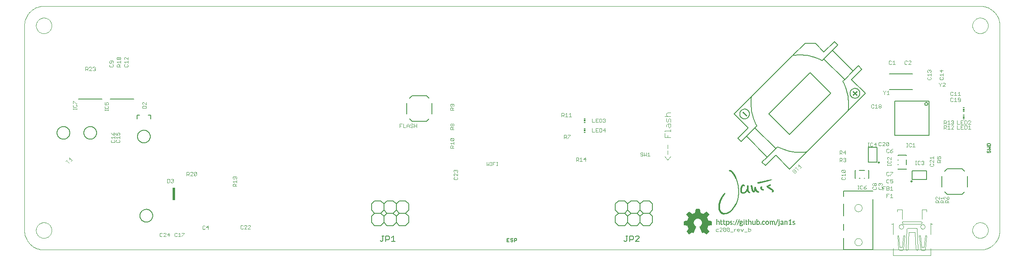
<source format=gto>
G75*
G70*
%OFA0B0*%
%FSLAX24Y24*%
%IPPOS*%
%LPD*%
%AMOC8*
5,1,8,0,0,1.08239X$1,22.5*
%
%ADD10C,0.0000*%
%ADD11C,0.0040*%
%ADD12C,0.0030*%
%ADD13R,0.0118X0.0059*%
%ADD14R,0.0118X0.0118*%
%ADD15R,0.0050X0.0010*%
%ADD16R,0.0040X0.0010*%
%ADD17R,0.0130X0.0010*%
%ADD18R,0.0070X0.0010*%
%ADD19R,0.0180X0.0010*%
%ADD20R,0.0080X0.0010*%
%ADD21R,0.0210X0.0010*%
%ADD22R,0.0090X0.0010*%
%ADD23R,0.0060X0.0010*%
%ADD24R,0.0010X0.0010*%
%ADD25R,0.0030X0.0010*%
%ADD26R,0.0020X0.0010*%
%ADD27R,0.0220X0.0010*%
%ADD28R,0.0100X0.0010*%
%ADD29R,0.0110X0.0010*%
%ADD30R,0.0120X0.0010*%
%ADD31R,0.0140X0.0010*%
%ADD32R,0.0150X0.0010*%
%ADD33R,0.0200X0.0010*%
%ADD34R,0.0170X0.0010*%
%ADD35R,0.0190X0.0010*%
%ADD36R,0.0160X0.0010*%
%ADD37C,0.0060*%
%ADD38C,0.0080*%
%ADD39R,0.0197X0.0984*%
%ADD40C,0.0050*%
%ADD41R,0.0003X0.0003*%
%ADD42R,0.0008X0.0003*%
%ADD43R,0.0005X0.0003*%
%ADD44R,0.0015X0.0003*%
%ADD45R,0.0020X0.0003*%
%ADD46R,0.0010X0.0003*%
%ADD47R,0.0018X0.0003*%
%ADD48R,0.0067X0.0003*%
%ADD49R,0.0013X0.0003*%
%ADD50R,0.0045X0.0003*%
%ADD51R,0.0077X0.0003*%
%ADD52R,0.0030X0.0003*%
%ADD53R,0.0032X0.0003*%
%ADD54R,0.0022X0.0003*%
%ADD55R,0.0127X0.0003*%
%ADD56R,0.0140X0.0003*%
%ADD57R,0.0025X0.0003*%
%ADD58R,0.0043X0.0003*%
%ADD59R,0.0053X0.0003*%
%ADD60R,0.0088X0.0003*%
%ADD61R,0.0035X0.0003*%
%ADD62R,0.0055X0.0003*%
%ADD63R,0.0040X0.0003*%
%ADD64R,0.0080X0.0003*%
%ADD65R,0.0065X0.0003*%
%ADD66R,0.0090X0.0003*%
%ADD67R,0.0143X0.0003*%
%ADD68R,0.0248X0.0003*%
%ADD69R,0.0293X0.0003*%
%ADD70R,0.0257X0.0003*%
%ADD71R,0.0037X0.0003*%
%ADD72R,0.0262X0.0003*%
%ADD73R,0.0027X0.0003*%
%ADD74R,0.0280X0.0003*%
%ADD75R,0.0070X0.0003*%
%ADD76R,0.0440X0.0003*%
%ADD77R,0.0315X0.0003*%
%ADD78R,0.0085X0.0003*%
%ADD79R,0.0330X0.0003*%
%ADD80R,0.0323X0.0003*%
%ADD81R,0.0107X0.0003*%
%ADD82R,0.0057X0.0003*%
%ADD83R,0.0490X0.0003*%
%ADD84R,0.0360X0.0003*%
%ADD85R,0.0512X0.0003*%
%ADD86R,0.0390X0.0003*%
%ADD87R,0.0565X0.0003*%
%ADD88R,0.0325X0.0003*%
%ADD89R,0.0168X0.0003*%
%ADD90R,0.0307X0.0003*%
%ADD91R,0.0152X0.0003*%
%ADD92R,0.0272X0.0003*%
%ADD93R,0.0132X0.0003*%
%ADD94R,0.0147X0.0003*%
%ADD95R,0.0243X0.0003*%
%ADD96R,0.0125X0.0003*%
%ADD97R,0.0240X0.0003*%
%ADD98R,0.0130X0.0003*%
%ADD99R,0.0225X0.0003*%
%ADD100R,0.0083X0.0003*%
%ADD101R,0.0222X0.0003*%
%ADD102R,0.0217X0.0003*%
%ADD103R,0.0120X0.0003*%
%ADD104R,0.0215X0.0003*%
%ADD105R,0.0118X0.0003*%
%ADD106R,0.0205X0.0003*%
%ADD107R,0.0103X0.0003*%
%ADD108R,0.0210X0.0003*%
%ADD109R,0.0097X0.0003*%
%ADD110R,0.0198X0.0003*%
%ADD111R,0.0100X0.0003*%
%ADD112R,0.0190X0.0003*%
%ADD113R,0.0187X0.0003*%
%ADD114R,0.0192X0.0003*%
%ADD115R,0.0170X0.0003*%
%ADD116R,0.0173X0.0003*%
%ADD117R,0.0182X0.0003*%
%ADD118R,0.0180X0.0003*%
%ADD119R,0.0047X0.0003*%
%ADD120R,0.0165X0.0003*%
%ADD121R,0.0163X0.0003*%
%ADD122R,0.0160X0.0003*%
%ADD123R,0.0158X0.0003*%
%ADD124R,0.0155X0.0003*%
%ADD125R,0.0092X0.0003*%
%ADD126R,0.0150X0.0003*%
%ADD127R,0.0105X0.0003*%
%ADD128R,0.0115X0.0003*%
%ADD129R,0.0145X0.0003*%
%ADD130R,0.0138X0.0003*%
%ADD131R,0.0135X0.0003*%
%ADD132R,0.0075X0.0003*%
%ADD133R,0.0063X0.0003*%
%ADD134R,0.0060X0.0003*%
%ADD135R,0.0050X0.0003*%
%ADD136R,0.0123X0.0003*%
%ADD137R,0.0112X0.0003*%
%ADD138R,0.0110X0.0003*%
%ADD139R,0.0073X0.0003*%
%ADD140R,0.0095X0.0003*%
%ADD141R,0.0185X0.0003*%
%ADD142R,0.0208X0.0003*%
%ADD143R,0.0235X0.0003*%
%ADD144R,0.0260X0.0003*%
%ADD145R,0.0267X0.0003*%
%ADD146R,0.0283X0.0003*%
%ADD147R,0.0295X0.0003*%
%ADD148R,0.0302X0.0003*%
%ADD149R,0.0320X0.0003*%
%ADD150R,0.0333X0.0003*%
%ADD151R,0.0338X0.0003*%
%ADD152R,0.0343X0.0003*%
%ADD153R,0.0350X0.0003*%
%ADD154R,0.0355X0.0003*%
%ADD155R,0.0365X0.0003*%
%ADD156R,0.0370X0.0003*%
%ADD157R,0.0375X0.0003*%
%ADD158R,0.0380X0.0003*%
%ADD159R,0.0382X0.0003*%
%ADD160R,0.0393X0.0003*%
%ADD161R,0.0398X0.0003*%
%ADD162R,0.0403X0.0003*%
%ADD163R,0.0405X0.0003*%
%ADD164R,0.0415X0.0003*%
%ADD165R,0.0177X0.0003*%
%ADD166R,0.0175X0.0003*%
%ADD167R,0.0195X0.0003*%
%ADD168R,0.0200X0.0003*%
%ADD169R,0.0203X0.0003*%
%ADD170R,0.0213X0.0003*%
%ADD171R,0.0220X0.0003*%
%ADD172R,0.0227X0.0003*%
%ADD173R,0.0230X0.0003*%
%ADD174R,0.0232X0.0003*%
%ADD175R,0.0238X0.0003*%
%ADD176R,0.0245X0.0003*%
%ADD177R,0.0250X0.0003*%
%ADD178R,0.0253X0.0003*%
%ADD179R,0.0255X0.0003*%
%ADD180R,0.0305X0.0003*%
%ADD181R,0.0318X0.0003*%
%ADD182R,0.0328X0.0003*%
%ADD183R,0.0335X0.0003*%
%ADD184R,0.0340X0.0003*%
%ADD185R,0.0352X0.0003*%
%ADD186R,0.0387X0.0003*%
%ADD187R,0.0410X0.0003*%
%ADD188R,0.0413X0.0003*%
%ADD189R,0.0430X0.0003*%
%ADD190R,0.0432X0.0003*%
%ADD191R,0.0428X0.0003*%
%ADD192R,0.0420X0.0003*%
%ADD193R,0.0435X0.0003*%
%ADD194R,0.0425X0.0003*%
%ADD195R,0.0423X0.0003*%
%ADD196R,0.0418X0.0003*%
%ADD197R,0.0372X0.0003*%
%ADD198R,0.0362X0.0003*%
%ADD199R,0.0348X0.0003*%
%ADD200R,0.0345X0.0003*%
%ADD201R,0.0310X0.0003*%
%ADD202R,0.0300X0.0003*%
%ADD203R,0.0297X0.0003*%
%ADD204R,0.0285X0.0003*%
%ADD205R,0.0278X0.0003*%
%ADD206R,0.0265X0.0003*%
%ADD207C,0.0098*%
D10*
X001725Y000937D02*
X077315Y000937D01*
X076685Y002512D02*
X076687Y002562D01*
X076693Y002612D01*
X076703Y002661D01*
X076717Y002709D01*
X076734Y002756D01*
X076755Y002801D01*
X076780Y002845D01*
X076808Y002886D01*
X076840Y002925D01*
X076874Y002962D01*
X076911Y002996D01*
X076951Y003026D01*
X076993Y003053D01*
X077037Y003077D01*
X077083Y003098D01*
X077130Y003114D01*
X077178Y003127D01*
X077228Y003136D01*
X077277Y003141D01*
X077328Y003142D01*
X077378Y003139D01*
X077427Y003132D01*
X077476Y003121D01*
X077524Y003106D01*
X077570Y003088D01*
X077615Y003066D01*
X077658Y003040D01*
X077699Y003011D01*
X077738Y002979D01*
X077774Y002944D01*
X077806Y002906D01*
X077836Y002866D01*
X077863Y002823D01*
X077886Y002779D01*
X077905Y002733D01*
X077921Y002685D01*
X077933Y002636D01*
X077941Y002587D01*
X077945Y002537D01*
X077945Y002487D01*
X077941Y002437D01*
X077933Y002388D01*
X077921Y002339D01*
X077905Y002291D01*
X077886Y002245D01*
X077863Y002201D01*
X077836Y002158D01*
X077806Y002118D01*
X077774Y002080D01*
X077738Y002045D01*
X077699Y002013D01*
X077658Y001984D01*
X077615Y001958D01*
X077570Y001936D01*
X077524Y001918D01*
X077476Y001903D01*
X077427Y001892D01*
X077378Y001885D01*
X077328Y001882D01*
X077277Y001883D01*
X077228Y001888D01*
X077178Y001897D01*
X077130Y001910D01*
X077083Y001926D01*
X077037Y001947D01*
X076993Y001971D01*
X076951Y001998D01*
X076911Y002028D01*
X076874Y002062D01*
X076840Y002099D01*
X076808Y002138D01*
X076780Y002179D01*
X076755Y002223D01*
X076734Y002268D01*
X076717Y002315D01*
X076703Y002363D01*
X076693Y002412D01*
X076687Y002462D01*
X076685Y002512D01*
X077315Y000937D02*
X077392Y000939D01*
X077469Y000945D01*
X077546Y000954D01*
X077622Y000967D01*
X077698Y000984D01*
X077772Y001005D01*
X077846Y001029D01*
X077918Y001057D01*
X077988Y001088D01*
X078057Y001123D01*
X078125Y001161D01*
X078190Y001202D01*
X078253Y001247D01*
X078314Y001295D01*
X078373Y001345D01*
X078429Y001398D01*
X078482Y001454D01*
X078532Y001513D01*
X078580Y001574D01*
X078625Y001637D01*
X078666Y001702D01*
X078704Y001770D01*
X078739Y001839D01*
X078770Y001909D01*
X078798Y001981D01*
X078822Y002055D01*
X078843Y002129D01*
X078860Y002205D01*
X078873Y002281D01*
X078882Y002358D01*
X078888Y002435D01*
X078890Y002512D01*
X078890Y019048D01*
X076685Y019048D02*
X076687Y019098D01*
X076693Y019148D01*
X076703Y019197D01*
X076717Y019245D01*
X076734Y019292D01*
X076755Y019337D01*
X076780Y019381D01*
X076808Y019422D01*
X076840Y019461D01*
X076874Y019498D01*
X076911Y019532D01*
X076951Y019562D01*
X076993Y019589D01*
X077037Y019613D01*
X077083Y019634D01*
X077130Y019650D01*
X077178Y019663D01*
X077228Y019672D01*
X077277Y019677D01*
X077328Y019678D01*
X077378Y019675D01*
X077427Y019668D01*
X077476Y019657D01*
X077524Y019642D01*
X077570Y019624D01*
X077615Y019602D01*
X077658Y019576D01*
X077699Y019547D01*
X077738Y019515D01*
X077774Y019480D01*
X077806Y019442D01*
X077836Y019402D01*
X077863Y019359D01*
X077886Y019315D01*
X077905Y019269D01*
X077921Y019221D01*
X077933Y019172D01*
X077941Y019123D01*
X077945Y019073D01*
X077945Y019023D01*
X077941Y018973D01*
X077933Y018924D01*
X077921Y018875D01*
X077905Y018827D01*
X077886Y018781D01*
X077863Y018737D01*
X077836Y018694D01*
X077806Y018654D01*
X077774Y018616D01*
X077738Y018581D01*
X077699Y018549D01*
X077658Y018520D01*
X077615Y018494D01*
X077570Y018472D01*
X077524Y018454D01*
X077476Y018439D01*
X077427Y018428D01*
X077378Y018421D01*
X077328Y018418D01*
X077277Y018419D01*
X077228Y018424D01*
X077178Y018433D01*
X077130Y018446D01*
X077083Y018462D01*
X077037Y018483D01*
X076993Y018507D01*
X076951Y018534D01*
X076911Y018564D01*
X076874Y018598D01*
X076840Y018635D01*
X076808Y018674D01*
X076780Y018715D01*
X076755Y018759D01*
X076734Y018804D01*
X076717Y018851D01*
X076703Y018899D01*
X076693Y018948D01*
X076687Y018998D01*
X076685Y019048D01*
X077315Y020623D02*
X077392Y020621D01*
X077469Y020615D01*
X077546Y020606D01*
X077622Y020593D01*
X077698Y020576D01*
X077772Y020555D01*
X077846Y020531D01*
X077918Y020503D01*
X077988Y020472D01*
X078057Y020437D01*
X078125Y020399D01*
X078190Y020358D01*
X078253Y020313D01*
X078314Y020265D01*
X078373Y020215D01*
X078429Y020162D01*
X078482Y020106D01*
X078532Y020047D01*
X078580Y019986D01*
X078625Y019923D01*
X078666Y019858D01*
X078704Y019790D01*
X078739Y019721D01*
X078770Y019651D01*
X078798Y019579D01*
X078822Y019505D01*
X078843Y019431D01*
X078860Y019355D01*
X078873Y019279D01*
X078882Y019202D01*
X078888Y019125D01*
X078890Y019048D01*
X077315Y020622D02*
X001725Y020622D01*
X001095Y019048D02*
X001097Y019098D01*
X001103Y019148D01*
X001113Y019197D01*
X001127Y019245D01*
X001144Y019292D01*
X001165Y019337D01*
X001190Y019381D01*
X001218Y019422D01*
X001250Y019461D01*
X001284Y019498D01*
X001321Y019532D01*
X001361Y019562D01*
X001403Y019589D01*
X001447Y019613D01*
X001493Y019634D01*
X001540Y019650D01*
X001588Y019663D01*
X001638Y019672D01*
X001687Y019677D01*
X001738Y019678D01*
X001788Y019675D01*
X001837Y019668D01*
X001886Y019657D01*
X001934Y019642D01*
X001980Y019624D01*
X002025Y019602D01*
X002068Y019576D01*
X002109Y019547D01*
X002148Y019515D01*
X002184Y019480D01*
X002216Y019442D01*
X002246Y019402D01*
X002273Y019359D01*
X002296Y019315D01*
X002315Y019269D01*
X002331Y019221D01*
X002343Y019172D01*
X002351Y019123D01*
X002355Y019073D01*
X002355Y019023D01*
X002351Y018973D01*
X002343Y018924D01*
X002331Y018875D01*
X002315Y018827D01*
X002296Y018781D01*
X002273Y018737D01*
X002246Y018694D01*
X002216Y018654D01*
X002184Y018616D01*
X002148Y018581D01*
X002109Y018549D01*
X002068Y018520D01*
X002025Y018494D01*
X001980Y018472D01*
X001934Y018454D01*
X001886Y018439D01*
X001837Y018428D01*
X001788Y018421D01*
X001738Y018418D01*
X001687Y018419D01*
X001638Y018424D01*
X001588Y018433D01*
X001540Y018446D01*
X001493Y018462D01*
X001447Y018483D01*
X001403Y018507D01*
X001361Y018534D01*
X001321Y018564D01*
X001284Y018598D01*
X001250Y018635D01*
X001218Y018674D01*
X001190Y018715D01*
X001165Y018759D01*
X001144Y018804D01*
X001127Y018851D01*
X001113Y018899D01*
X001103Y018948D01*
X001097Y018998D01*
X001095Y019048D01*
X000150Y019048D02*
X000152Y019125D01*
X000158Y019202D01*
X000167Y019279D01*
X000180Y019355D01*
X000197Y019431D01*
X000218Y019505D01*
X000242Y019579D01*
X000270Y019651D01*
X000301Y019721D01*
X000336Y019790D01*
X000374Y019858D01*
X000415Y019923D01*
X000460Y019986D01*
X000508Y020047D01*
X000558Y020106D01*
X000611Y020162D01*
X000667Y020215D01*
X000726Y020265D01*
X000787Y020313D01*
X000850Y020358D01*
X000915Y020399D01*
X000983Y020437D01*
X001052Y020472D01*
X001122Y020503D01*
X001194Y020531D01*
X001268Y020555D01*
X001342Y020576D01*
X001418Y020593D01*
X001494Y020606D01*
X001571Y020615D01*
X001648Y020621D01*
X001725Y020623D01*
X000150Y019048D02*
X000150Y002512D01*
X001095Y002512D02*
X001097Y002562D01*
X001103Y002612D01*
X001113Y002661D01*
X001127Y002709D01*
X001144Y002756D01*
X001165Y002801D01*
X001190Y002845D01*
X001218Y002886D01*
X001250Y002925D01*
X001284Y002962D01*
X001321Y002996D01*
X001361Y003026D01*
X001403Y003053D01*
X001447Y003077D01*
X001493Y003098D01*
X001540Y003114D01*
X001588Y003127D01*
X001638Y003136D01*
X001687Y003141D01*
X001738Y003142D01*
X001788Y003139D01*
X001837Y003132D01*
X001886Y003121D01*
X001934Y003106D01*
X001980Y003088D01*
X002025Y003066D01*
X002068Y003040D01*
X002109Y003011D01*
X002148Y002979D01*
X002184Y002944D01*
X002216Y002906D01*
X002246Y002866D01*
X002273Y002823D01*
X002296Y002779D01*
X002315Y002733D01*
X002331Y002685D01*
X002343Y002636D01*
X002351Y002587D01*
X002355Y002537D01*
X002355Y002487D01*
X002351Y002437D01*
X002343Y002388D01*
X002331Y002339D01*
X002315Y002291D01*
X002296Y002245D01*
X002273Y002201D01*
X002246Y002158D01*
X002216Y002118D01*
X002184Y002080D01*
X002148Y002045D01*
X002109Y002013D01*
X002068Y001984D01*
X002025Y001958D01*
X001980Y001936D01*
X001934Y001918D01*
X001886Y001903D01*
X001837Y001892D01*
X001788Y001885D01*
X001738Y001882D01*
X001687Y001883D01*
X001638Y001888D01*
X001588Y001897D01*
X001540Y001910D01*
X001493Y001926D01*
X001447Y001947D01*
X001403Y001971D01*
X001361Y001998D01*
X001321Y002028D01*
X001284Y002062D01*
X001250Y002099D01*
X001218Y002138D01*
X001190Y002179D01*
X001165Y002223D01*
X001144Y002268D01*
X001127Y002315D01*
X001113Y002363D01*
X001103Y002412D01*
X001097Y002462D01*
X001095Y002512D01*
X000150Y002512D02*
X000152Y002435D01*
X000158Y002358D01*
X000167Y002281D01*
X000180Y002205D01*
X000197Y002129D01*
X000218Y002055D01*
X000242Y001981D01*
X000270Y001909D01*
X000301Y001839D01*
X000336Y001770D01*
X000374Y001702D01*
X000415Y001637D01*
X000460Y001574D01*
X000508Y001513D01*
X000558Y001454D01*
X000611Y001398D01*
X000667Y001345D01*
X000726Y001295D01*
X000787Y001247D01*
X000850Y001202D01*
X000915Y001161D01*
X000983Y001123D01*
X001052Y001088D01*
X001122Y001057D01*
X001194Y001029D01*
X001268Y001005D01*
X001342Y000984D01*
X001418Y000967D01*
X001494Y000954D01*
X001571Y000945D01*
X001648Y000939D01*
X001725Y000937D01*
X067178Y001567D02*
X067180Y001601D01*
X067186Y001635D01*
X067196Y001668D01*
X067209Y001699D01*
X067227Y001729D01*
X067247Y001757D01*
X067271Y001782D01*
X067297Y001804D01*
X067325Y001822D01*
X067356Y001838D01*
X067388Y001850D01*
X067422Y001858D01*
X067456Y001862D01*
X067490Y001862D01*
X067524Y001858D01*
X067558Y001850D01*
X067590Y001838D01*
X067620Y001822D01*
X067649Y001804D01*
X067675Y001782D01*
X067699Y001757D01*
X067719Y001729D01*
X067737Y001699D01*
X067750Y001668D01*
X067760Y001635D01*
X067766Y001601D01*
X067768Y001567D01*
X067766Y001533D01*
X067760Y001499D01*
X067750Y001466D01*
X067737Y001435D01*
X067719Y001405D01*
X067699Y001377D01*
X067675Y001352D01*
X067649Y001330D01*
X067621Y001312D01*
X067590Y001296D01*
X067558Y001284D01*
X067524Y001276D01*
X067490Y001272D01*
X067456Y001272D01*
X067422Y001276D01*
X067388Y001284D01*
X067356Y001296D01*
X067325Y001312D01*
X067297Y001330D01*
X067271Y001352D01*
X067247Y001377D01*
X067227Y001405D01*
X067209Y001435D01*
X067196Y001466D01*
X067186Y001499D01*
X067180Y001533D01*
X067178Y001567D01*
X070760Y002807D02*
X070762Y002833D01*
X070768Y002859D01*
X070778Y002884D01*
X070791Y002907D01*
X070807Y002927D01*
X070827Y002945D01*
X070849Y002960D01*
X070872Y002972D01*
X070898Y002980D01*
X070924Y002984D01*
X070950Y002984D01*
X070976Y002980D01*
X071002Y002972D01*
X071026Y002960D01*
X071047Y002945D01*
X071067Y002927D01*
X071083Y002907D01*
X071096Y002884D01*
X071106Y002859D01*
X071112Y002833D01*
X071114Y002807D01*
X071112Y002781D01*
X071106Y002755D01*
X071096Y002730D01*
X071083Y002707D01*
X071067Y002687D01*
X071047Y002669D01*
X071025Y002654D01*
X071002Y002642D01*
X070976Y002634D01*
X070950Y002630D01*
X070924Y002630D01*
X070898Y002634D01*
X070872Y002642D01*
X070848Y002654D01*
X070827Y002669D01*
X070807Y002687D01*
X070791Y002707D01*
X070778Y002730D01*
X070768Y002755D01*
X070762Y002781D01*
X070760Y002807D01*
X072493Y002807D02*
X072495Y002833D01*
X072501Y002859D01*
X072511Y002884D01*
X072524Y002907D01*
X072540Y002927D01*
X072560Y002945D01*
X072582Y002960D01*
X072605Y002972D01*
X072631Y002980D01*
X072657Y002984D01*
X072683Y002984D01*
X072709Y002980D01*
X072735Y002972D01*
X072759Y002960D01*
X072780Y002945D01*
X072800Y002927D01*
X072816Y002907D01*
X072829Y002884D01*
X072839Y002859D01*
X072845Y002833D01*
X072847Y002807D01*
X072845Y002781D01*
X072839Y002755D01*
X072829Y002730D01*
X072816Y002707D01*
X072800Y002687D01*
X072780Y002669D01*
X072758Y002654D01*
X072735Y002642D01*
X072709Y002634D01*
X072683Y002630D01*
X072657Y002630D01*
X072631Y002634D01*
X072605Y002642D01*
X072581Y002654D01*
X072560Y002669D01*
X072540Y002687D01*
X072524Y002707D01*
X072511Y002730D01*
X072501Y002755D01*
X072495Y002781D01*
X072493Y002807D01*
X067178Y004323D02*
X067180Y004357D01*
X067186Y004391D01*
X067196Y004424D01*
X067209Y004455D01*
X067227Y004485D01*
X067247Y004513D01*
X067271Y004538D01*
X067297Y004560D01*
X067325Y004578D01*
X067356Y004594D01*
X067388Y004606D01*
X067422Y004614D01*
X067456Y004618D01*
X067490Y004618D01*
X067524Y004614D01*
X067558Y004606D01*
X067590Y004594D01*
X067620Y004578D01*
X067649Y004560D01*
X067675Y004538D01*
X067699Y004513D01*
X067719Y004485D01*
X067737Y004455D01*
X067750Y004424D01*
X067760Y004391D01*
X067766Y004357D01*
X067768Y004323D01*
X067766Y004289D01*
X067760Y004255D01*
X067750Y004222D01*
X067737Y004191D01*
X067719Y004161D01*
X067699Y004133D01*
X067675Y004108D01*
X067649Y004086D01*
X067621Y004068D01*
X067590Y004052D01*
X067558Y004040D01*
X067524Y004032D01*
X067490Y004028D01*
X067456Y004028D01*
X067422Y004032D01*
X067388Y004040D01*
X067356Y004052D01*
X067325Y004068D01*
X067297Y004086D01*
X067271Y004108D01*
X067247Y004133D01*
X067227Y004161D01*
X067209Y004191D01*
X067196Y004222D01*
X067186Y004255D01*
X067180Y004289D01*
X067178Y004323D01*
D11*
X070618Y004177D02*
X071006Y004177D01*
X071006Y004156D02*
X071006Y003421D01*
X071088Y003216D02*
X072519Y003216D01*
X072535Y003214D01*
X072550Y003210D01*
X072565Y003202D01*
X072577Y003192D01*
X072587Y003180D01*
X072595Y003165D01*
X072599Y003150D01*
X072601Y003134D01*
X072600Y003135D02*
X072598Y003115D01*
X072592Y003096D01*
X072583Y003078D01*
X072570Y003063D01*
X072555Y003050D01*
X072537Y003041D01*
X072518Y003035D01*
X072498Y003033D01*
X072498Y003032D02*
X071109Y003032D01*
X071089Y003034D01*
X071070Y003040D01*
X071052Y003049D01*
X071037Y003062D01*
X071024Y003077D01*
X071015Y003095D01*
X071009Y003114D01*
X071007Y003134D01*
X071006Y003134D02*
X071006Y003134D01*
X071008Y003150D01*
X071012Y003165D01*
X071020Y003180D01*
X071030Y003192D01*
X071042Y003202D01*
X071057Y003210D01*
X071072Y003214D01*
X071088Y003216D01*
X070291Y003094D02*
X070291Y002184D01*
X070639Y002092D02*
X070720Y002092D01*
X070822Y001152D01*
X071027Y001152D01*
X071129Y002092D01*
X071211Y002092D01*
X071109Y001009D01*
X071105Y000990D01*
X071099Y000971D01*
X071089Y000954D01*
X071077Y000938D01*
X071062Y000925D01*
X071045Y000914D01*
X071027Y000907D01*
X070802Y000907D02*
X070784Y000914D01*
X070767Y000925D01*
X070752Y000938D01*
X070740Y000954D01*
X070730Y000971D01*
X070724Y000990D01*
X070720Y001009D01*
X070639Y002092D01*
X071558Y002358D02*
X072049Y002358D01*
X072130Y001009D01*
X072132Y000993D01*
X072136Y000978D01*
X072144Y000963D01*
X072154Y000951D01*
X072166Y000941D01*
X072181Y000933D01*
X072196Y000929D01*
X072212Y000927D01*
X072228Y000929D01*
X072243Y000933D01*
X072258Y000941D01*
X072270Y000951D01*
X072280Y000963D01*
X072288Y000978D01*
X072292Y000993D01*
X072294Y001009D01*
X072212Y002603D01*
X072213Y002603D02*
X072210Y002621D01*
X072203Y002638D01*
X072194Y002653D01*
X072181Y002666D01*
X072166Y002675D01*
X072149Y002682D01*
X072131Y002685D01*
X072130Y002685D02*
X071476Y002685D01*
X071458Y002682D01*
X071441Y002675D01*
X071426Y002666D01*
X071413Y002653D01*
X071404Y002638D01*
X071397Y002621D01*
X071394Y002603D01*
X071395Y002603D02*
X071313Y001009D01*
X071315Y000993D01*
X071319Y000978D01*
X071327Y000963D01*
X071337Y000951D01*
X071349Y000941D01*
X071364Y000933D01*
X071379Y000929D01*
X071395Y000927D01*
X071395Y000927D01*
X071411Y000929D01*
X071426Y000933D01*
X071441Y000941D01*
X071453Y000951D01*
X071463Y000963D01*
X071471Y000978D01*
X071475Y000993D01*
X071477Y001009D01*
X071558Y002358D01*
X072396Y002092D02*
X072478Y002092D01*
X072580Y001152D01*
X072785Y001152D01*
X072887Y002092D01*
X072968Y002092D01*
X072887Y001009D01*
X072883Y000990D01*
X072877Y000971D01*
X072867Y000954D01*
X072855Y000938D01*
X072840Y000925D01*
X072823Y000914D01*
X072805Y000907D01*
X072580Y000907D02*
X072562Y000914D01*
X072545Y000925D01*
X072530Y000938D01*
X072518Y000954D01*
X072508Y000971D01*
X072502Y000990D01*
X072498Y001009D01*
X072396Y002092D01*
X073316Y002184D02*
X073316Y003094D01*
X073318Y003078D01*
X073322Y003063D01*
X073330Y003048D01*
X073340Y003036D01*
X073352Y003026D01*
X073367Y003018D01*
X073382Y003014D01*
X073398Y003012D01*
X073459Y003012D01*
X072601Y003421D02*
X072601Y004156D01*
X072601Y004177D02*
X072989Y004177D01*
X072989Y004156D02*
X072989Y004013D01*
X070618Y004013D02*
X070618Y004156D01*
X070291Y003094D02*
X070289Y003078D01*
X070285Y003063D01*
X070277Y003048D01*
X070267Y003036D01*
X070255Y003026D01*
X070240Y003018D01*
X070225Y003014D01*
X070209Y003012D01*
X070148Y003012D01*
X070802Y000907D02*
X070839Y000898D01*
X070876Y000892D01*
X070914Y000890D01*
X070952Y000892D01*
X070989Y000898D01*
X071026Y000907D01*
X070291Y001069D02*
X070291Y000477D01*
X073316Y000477D01*
X073316Y000477D01*
X073316Y001069D01*
X072805Y000907D02*
X072768Y000898D01*
X072731Y000892D01*
X072693Y000890D01*
X072655Y000892D01*
X072618Y000898D01*
X072581Y000907D01*
X052303Y008495D02*
X052073Y008188D01*
X051843Y008495D01*
X052073Y008648D02*
X052073Y008955D01*
X052073Y009109D02*
X052073Y009416D01*
X052073Y010029D02*
X052073Y010183D01*
X051843Y010029D02*
X051843Y010336D01*
X051843Y010490D02*
X051843Y010566D01*
X052303Y010566D01*
X052303Y010490D02*
X052303Y010643D01*
X052226Y010797D02*
X052150Y010873D01*
X052150Y011104D01*
X052073Y011104D02*
X052303Y011104D01*
X052303Y010873D01*
X052226Y010797D01*
X051996Y010873D02*
X051996Y011027D01*
X052073Y011104D01*
X052073Y011257D02*
X051996Y011334D01*
X051996Y011564D01*
X052073Y011717D02*
X051996Y011794D01*
X051996Y011948D01*
X052073Y012024D01*
X052303Y012024D01*
X052303Y011717D02*
X051843Y011717D01*
X052150Y011487D02*
X052150Y011334D01*
X052073Y011257D01*
X052303Y011257D02*
X052303Y011487D01*
X052226Y011564D01*
X052150Y011487D01*
X052303Y010029D02*
X051843Y010029D01*
D12*
X050558Y008797D02*
X050558Y008506D01*
X050654Y008506D02*
X050461Y008506D01*
X050360Y008506D02*
X050360Y008797D01*
X050461Y008700D02*
X050558Y008797D01*
X050360Y008506D02*
X050263Y008603D01*
X050166Y008506D01*
X050166Y008797D01*
X050065Y008748D02*
X050017Y008797D01*
X049920Y008797D01*
X049872Y008748D01*
X049872Y008700D01*
X049920Y008652D01*
X050017Y008652D01*
X050065Y008603D01*
X050065Y008555D01*
X050017Y008506D01*
X049920Y008506D01*
X049872Y008555D01*
X045481Y008237D02*
X045288Y008237D01*
X045433Y008382D01*
X045433Y008092D01*
X045187Y008092D02*
X044993Y008092D01*
X045090Y008092D02*
X045090Y008382D01*
X044993Y008286D01*
X044892Y008334D02*
X044892Y008237D01*
X044844Y008189D01*
X044698Y008189D01*
X044698Y008092D02*
X044698Y008382D01*
X044844Y008382D01*
X044892Y008334D01*
X044795Y008189D02*
X044892Y008092D01*
X038351Y008034D02*
X038254Y008034D01*
X038302Y008034D02*
X038302Y007744D01*
X038254Y007744D02*
X038351Y007744D01*
X038056Y007889D02*
X037959Y007889D01*
X037959Y007744D02*
X037959Y008034D01*
X038153Y008034D01*
X037860Y008034D02*
X037763Y008034D01*
X037811Y008034D02*
X037811Y007744D01*
X037763Y007744D02*
X037860Y007744D01*
X037662Y007744D02*
X037662Y008034D01*
X037468Y008034D02*
X037468Y007744D01*
X037565Y007840D01*
X037662Y007744D01*
X035121Y007342D02*
X035121Y007246D01*
X035073Y007197D01*
X035121Y007096D02*
X035121Y006903D01*
X034928Y007096D01*
X034879Y007096D01*
X034831Y007048D01*
X034831Y006951D01*
X034879Y006903D01*
X034879Y006801D02*
X034831Y006753D01*
X034831Y006656D01*
X034879Y006608D01*
X035073Y006608D01*
X035121Y006656D01*
X035121Y006753D01*
X035073Y006801D01*
X034879Y007197D02*
X034831Y007246D01*
X034831Y007342D01*
X034879Y007391D01*
X034928Y007391D01*
X034976Y007342D01*
X035024Y007391D01*
X035073Y007391D01*
X035121Y007342D01*
X034976Y007342D02*
X034976Y007294D01*
X034826Y009167D02*
X034536Y009167D01*
X034536Y009312D01*
X034584Y009360D01*
X034681Y009360D01*
X034729Y009312D01*
X034729Y009167D01*
X034729Y009264D02*
X034826Y009360D01*
X034826Y009462D02*
X034826Y009655D01*
X034826Y009558D02*
X034536Y009558D01*
X034632Y009462D01*
X034584Y009756D02*
X034536Y009805D01*
X034536Y009901D01*
X034584Y009950D01*
X034778Y009756D01*
X034826Y009805D01*
X034826Y009901D01*
X034778Y009950D01*
X034584Y009950D01*
X034584Y009756D02*
X034778Y009756D01*
X034826Y010643D02*
X034536Y010643D01*
X034536Y010788D01*
X034584Y010837D01*
X034681Y010837D01*
X034729Y010788D01*
X034729Y010643D01*
X034729Y010740D02*
X034826Y010837D01*
X034778Y010938D02*
X034826Y010986D01*
X034826Y011083D01*
X034778Y011131D01*
X034729Y011131D01*
X034681Y011083D01*
X034681Y010986D01*
X034632Y010938D01*
X034584Y010938D01*
X034536Y010986D01*
X034536Y011083D01*
X034584Y011131D01*
X034632Y011131D01*
X034681Y011083D01*
X034681Y010986D02*
X034729Y010938D01*
X034778Y010938D01*
X031813Y010960D02*
X031619Y010960D01*
X031518Y010911D02*
X031518Y010863D01*
X031470Y010815D01*
X031373Y010815D01*
X031325Y010863D01*
X031373Y010960D02*
X031470Y010960D01*
X031518Y010911D01*
X031619Y010815D02*
X031619Y011105D01*
X031518Y011056D02*
X031470Y011105D01*
X031373Y011105D01*
X031325Y011056D01*
X031325Y011008D01*
X031373Y010960D01*
X031223Y010960D02*
X031030Y010960D01*
X031030Y011008D02*
X031127Y011105D01*
X031223Y011008D01*
X031223Y010815D01*
X031030Y010815D02*
X031030Y011008D01*
X030929Y010815D02*
X030735Y010815D01*
X030735Y011105D01*
X030634Y011105D02*
X030441Y011105D01*
X030441Y010815D01*
X030441Y010960D02*
X030537Y010960D01*
X031813Y011105D02*
X031813Y010815D01*
X034536Y012218D02*
X034536Y012363D01*
X034584Y012412D01*
X034681Y012412D01*
X034729Y012363D01*
X034729Y012218D01*
X034729Y012315D02*
X034826Y012412D01*
X034778Y012513D02*
X034826Y012561D01*
X034826Y012658D01*
X034778Y012706D01*
X034584Y012706D01*
X034536Y012658D01*
X034536Y012561D01*
X034584Y012513D01*
X034632Y012513D01*
X034681Y012561D01*
X034681Y012706D01*
X034826Y012218D02*
X034536Y012218D01*
X043527Y011992D02*
X043527Y011701D01*
X043527Y011798D02*
X043672Y011798D01*
X043721Y011846D01*
X043721Y011943D01*
X043672Y011992D01*
X043527Y011992D01*
X043624Y011798D02*
X043721Y011701D01*
X043822Y011701D02*
X044015Y011701D01*
X043919Y011701D02*
X043919Y011992D01*
X043822Y011895D01*
X044116Y011895D02*
X044213Y011992D01*
X044213Y011701D01*
X044116Y011701D02*
X044310Y011701D01*
X045978Y011532D02*
X045978Y011242D01*
X046171Y011242D01*
X046273Y011242D02*
X046466Y011242D01*
X046567Y011242D02*
X046712Y011242D01*
X046761Y011290D01*
X046761Y011484D01*
X046712Y011532D01*
X046567Y011532D01*
X046567Y011242D01*
X046369Y011387D02*
X046273Y011387D01*
X046273Y011532D02*
X046273Y011242D01*
X046273Y011532D02*
X046466Y011532D01*
X046862Y011484D02*
X046910Y011532D01*
X047007Y011532D01*
X047055Y011484D01*
X047055Y011435D01*
X047007Y011387D01*
X047055Y011339D01*
X047055Y011290D01*
X047007Y011242D01*
X046910Y011242D01*
X046862Y011290D01*
X046959Y011387D02*
X047007Y011387D01*
X047007Y010745D02*
X046862Y010599D01*
X047055Y010599D01*
X047007Y010454D02*
X047007Y010745D01*
X046761Y010696D02*
X046712Y010745D01*
X046567Y010745D01*
X046567Y010454D01*
X046712Y010454D01*
X046761Y010503D01*
X046761Y010696D01*
X046466Y010745D02*
X046273Y010745D01*
X046273Y010454D01*
X046466Y010454D01*
X046369Y010599D02*
X046273Y010599D01*
X046171Y010454D02*
X045978Y010454D01*
X045978Y010745D01*
X044211Y010220D02*
X044211Y010172D01*
X044018Y009978D01*
X044018Y009930D01*
X043917Y009930D02*
X043820Y010026D01*
X043868Y010026D02*
X043723Y010026D01*
X043723Y009930D02*
X043723Y010220D01*
X043868Y010220D01*
X043917Y010172D01*
X043917Y010075D01*
X043868Y010026D01*
X044018Y010220D02*
X044211Y010220D01*
X062149Y007318D02*
X062355Y007113D01*
X062457Y007215D01*
X062457Y007284D01*
X062423Y007318D01*
X062355Y007318D01*
X062252Y007215D01*
X062149Y007318D02*
X062252Y007421D01*
X062321Y007421D01*
X062355Y007386D01*
X062355Y007318D01*
X062358Y007526D02*
X062495Y007663D01*
X062426Y007595D02*
X062631Y007390D01*
X062771Y007529D02*
X062908Y007666D01*
X062840Y007598D02*
X062635Y007803D01*
X062635Y007666D01*
X065967Y008060D02*
X065967Y008350D01*
X066113Y008350D01*
X066161Y008301D01*
X066161Y008205D01*
X066113Y008156D01*
X065967Y008156D01*
X066064Y008156D02*
X066161Y008060D01*
X066262Y008108D02*
X066310Y008060D01*
X066407Y008060D01*
X066456Y008108D01*
X066456Y008156D01*
X066407Y008205D01*
X066359Y008205D01*
X066407Y008205D02*
X066456Y008253D01*
X066456Y008301D01*
X066407Y008350D01*
X066310Y008350D01*
X066262Y008301D01*
X066161Y008650D02*
X066064Y008747D01*
X066113Y008747D02*
X065967Y008747D01*
X065967Y008650D02*
X065967Y008940D01*
X066113Y008940D01*
X066161Y008892D01*
X066161Y008795D01*
X066113Y008747D01*
X066262Y008795D02*
X066456Y008795D01*
X066407Y008650D02*
X066407Y008940D01*
X066262Y008795D01*
X068241Y009300D02*
X068338Y009300D01*
X068289Y009300D02*
X068289Y009590D01*
X068241Y009590D02*
X068338Y009590D01*
X068437Y009542D02*
X068486Y009590D01*
X068582Y009590D01*
X068631Y009542D01*
X068732Y009445D02*
X068925Y009445D01*
X068877Y009300D02*
X068877Y009590D01*
X068732Y009445D01*
X068631Y009348D02*
X068582Y009300D01*
X068486Y009300D01*
X068437Y009348D01*
X068437Y009542D01*
X069118Y009581D02*
X069118Y009387D01*
X069166Y009339D01*
X069263Y009339D01*
X069311Y009387D01*
X069412Y009339D02*
X069606Y009533D01*
X069606Y009581D01*
X069557Y009629D01*
X069461Y009629D01*
X069412Y009581D01*
X069311Y009581D02*
X069263Y009629D01*
X069166Y009629D01*
X069118Y009581D01*
X069707Y009581D02*
X069707Y009387D01*
X069900Y009581D01*
X069900Y009387D01*
X069852Y009339D01*
X069755Y009339D01*
X069707Y009387D01*
X069606Y009339D02*
X069412Y009339D01*
X069753Y009044D02*
X069753Y008850D01*
X069801Y008802D01*
X069898Y008802D01*
X069946Y008850D01*
X070048Y008850D02*
X070096Y008802D01*
X070193Y008802D01*
X070241Y008850D01*
X070241Y008898D01*
X070193Y008947D01*
X070048Y008947D01*
X070048Y008850D01*
X070048Y008947D02*
X070144Y009044D01*
X070241Y009092D01*
X069946Y009044D02*
X069898Y009092D01*
X069801Y009092D01*
X069753Y009044D01*
X071364Y009254D02*
X071460Y009254D01*
X071412Y009254D02*
X071412Y009545D01*
X071364Y009545D02*
X071460Y009545D01*
X071560Y009496D02*
X071560Y009303D01*
X071608Y009254D01*
X071705Y009254D01*
X071753Y009303D01*
X071855Y009254D02*
X072048Y009254D01*
X071951Y009254D02*
X071951Y009545D01*
X071855Y009448D01*
X071753Y009496D02*
X071705Y009545D01*
X071608Y009545D01*
X071560Y009496D01*
X069900Y009581D02*
X069852Y009629D01*
X069755Y009629D01*
X069707Y009581D01*
X069873Y008428D02*
X069825Y008380D01*
X069825Y008283D01*
X069873Y008235D01*
X069873Y008134D02*
X069825Y008085D01*
X069825Y007989D01*
X069873Y007940D01*
X070067Y007940D01*
X070115Y007989D01*
X070115Y008085D01*
X070067Y008134D01*
X070115Y008235D02*
X069922Y008428D01*
X069873Y008428D01*
X070115Y008428D02*
X070115Y008235D01*
X070115Y007840D02*
X070115Y007744D01*
X070115Y007792D02*
X069825Y007792D01*
X069825Y007744D02*
X069825Y007840D01*
X069801Y007222D02*
X069753Y007173D01*
X069753Y006980D01*
X069801Y006932D01*
X069898Y006932D01*
X069946Y006980D01*
X070048Y006980D02*
X070048Y006932D01*
X070048Y006980D02*
X070241Y007173D01*
X070241Y007222D01*
X070048Y007222D01*
X069946Y007173D02*
X069898Y007222D01*
X069801Y007222D01*
X069801Y006631D02*
X069753Y006583D01*
X069753Y006389D01*
X069801Y006341D01*
X069898Y006341D01*
X069946Y006389D01*
X070048Y006389D02*
X070096Y006341D01*
X070193Y006341D01*
X070241Y006389D01*
X070241Y006486D01*
X070193Y006535D01*
X070144Y006535D01*
X070048Y006486D01*
X070048Y006631D01*
X070241Y006631D01*
X069946Y006583D02*
X069898Y006631D01*
X069801Y006631D01*
X069406Y006269D02*
X069406Y006173D01*
X069357Y006124D01*
X069357Y006023D02*
X069406Y005975D01*
X069406Y005878D01*
X069357Y005830D01*
X069164Y005830D01*
X069116Y005878D01*
X069116Y005975D01*
X069164Y006023D01*
X069164Y006124D02*
X069116Y006173D01*
X069116Y006269D01*
X069164Y006318D01*
X069212Y006318D01*
X069261Y006269D01*
X069309Y006318D01*
X069357Y006318D01*
X069406Y006269D01*
X069261Y006269D02*
X069261Y006221D01*
X069458Y006041D02*
X069652Y006041D01*
X069753Y006041D02*
X069898Y006041D01*
X069946Y005992D01*
X069946Y005944D01*
X069898Y005896D01*
X069753Y005896D01*
X069753Y005751D02*
X069753Y006041D01*
X069898Y005896D02*
X069946Y005847D01*
X069946Y005799D01*
X069898Y005751D01*
X069753Y005751D01*
X069555Y005896D02*
X069458Y005896D01*
X069458Y005751D02*
X069458Y006041D01*
X068914Y005975D02*
X068865Y006023D01*
X068914Y005975D02*
X068914Y005878D01*
X068865Y005830D01*
X068672Y005830D01*
X068623Y005878D01*
X068623Y005975D01*
X068672Y006023D01*
X068672Y006124D02*
X068720Y006124D01*
X068769Y006173D01*
X068769Y006269D01*
X068817Y006318D01*
X068865Y006318D01*
X068914Y006269D01*
X068914Y006173D01*
X068865Y006124D01*
X068817Y006124D01*
X068769Y006173D01*
X068769Y006269D02*
X068720Y006318D01*
X068672Y006318D01*
X068623Y006269D01*
X068623Y006173D01*
X068672Y006124D01*
X068111Y006127D02*
X068015Y006078D01*
X067918Y005981D01*
X068063Y005981D01*
X068111Y005933D01*
X068111Y005885D01*
X068063Y005836D01*
X067966Y005836D01*
X067918Y005885D01*
X067918Y005981D01*
X067817Y005885D02*
X067768Y005836D01*
X067672Y005836D01*
X067623Y005885D01*
X067623Y006078D01*
X067672Y006127D01*
X067768Y006127D01*
X067817Y006078D01*
X067524Y006127D02*
X067427Y006127D01*
X067475Y006127D02*
X067475Y005836D01*
X067427Y005836D02*
X067524Y005836D01*
X066420Y006656D02*
X066372Y006608D01*
X066179Y006608D01*
X066130Y006656D01*
X066130Y006753D01*
X066179Y006801D01*
X066227Y006903D02*
X066130Y006999D01*
X066420Y006999D01*
X066420Y006903D02*
X066420Y007096D01*
X066372Y007197D02*
X066420Y007246D01*
X066420Y007342D01*
X066372Y007391D01*
X066179Y007391D01*
X066372Y007197D01*
X066179Y007197D01*
X066130Y007246D01*
X066130Y007342D01*
X066179Y007391D01*
X066372Y006801D02*
X066420Y006753D01*
X066420Y006656D01*
X070048Y005944D02*
X070144Y006041D01*
X070144Y005751D01*
X070048Y005751D02*
X070241Y005751D01*
X070144Y005450D02*
X070144Y005160D01*
X070048Y005160D02*
X070241Y005160D01*
X070048Y005353D02*
X070144Y005450D01*
X069946Y005450D02*
X069753Y005450D01*
X069753Y005160D01*
X069753Y005305D02*
X069850Y005305D01*
X073709Y005178D02*
X073709Y005081D01*
X073757Y005032D01*
X073757Y004931D02*
X073854Y004931D01*
X073902Y004883D01*
X073902Y004738D01*
X073902Y004835D02*
X073999Y004931D01*
X073999Y005032D02*
X073806Y005226D01*
X073757Y005226D01*
X073709Y005178D01*
X073757Y004931D02*
X073709Y004883D01*
X073709Y004738D01*
X073999Y004738D01*
X074103Y004738D02*
X074103Y004883D01*
X074151Y004931D01*
X074248Y004931D01*
X074296Y004883D01*
X074296Y004738D01*
X074296Y004835D02*
X074393Y004931D01*
X074393Y005032D02*
X074393Y005226D01*
X074393Y005129D02*
X074103Y005129D01*
X074199Y005032D01*
X073999Y005032D02*
X073999Y005226D01*
X074496Y005226D02*
X074545Y005129D01*
X074641Y005032D01*
X074641Y005178D01*
X074690Y005226D01*
X074738Y005226D01*
X074787Y005178D01*
X074787Y005081D01*
X074738Y005032D01*
X074641Y005032D01*
X074641Y004931D02*
X074690Y004883D01*
X074690Y004738D01*
X074787Y004738D02*
X074496Y004738D01*
X074496Y004883D01*
X074545Y004931D01*
X074641Y004931D01*
X074690Y004835D02*
X074787Y004931D01*
X074393Y004738D02*
X074103Y004738D01*
X073491Y007700D02*
X073540Y007749D01*
X073540Y007845D01*
X073491Y007894D01*
X073540Y007995D02*
X073346Y008188D01*
X073298Y008188D01*
X073249Y008140D01*
X073249Y008043D01*
X073298Y007995D01*
X073298Y007894D02*
X073249Y007845D01*
X073249Y007749D01*
X073298Y007700D01*
X073491Y007700D01*
X073540Y007995D02*
X073540Y008188D01*
X073540Y008290D02*
X073540Y008483D01*
X073540Y008386D02*
X073249Y008386D01*
X073346Y008290D01*
X073840Y008290D02*
X073840Y008483D01*
X073937Y008435D02*
X073985Y008483D01*
X074082Y008483D01*
X074130Y008435D01*
X074130Y008338D01*
X074082Y008290D01*
X073985Y008290D02*
X073937Y008386D01*
X073937Y008435D01*
X073985Y008290D02*
X073840Y008290D01*
X073888Y008188D02*
X073985Y008188D01*
X074033Y008140D01*
X074033Y007995D01*
X074033Y008092D02*
X074130Y008188D01*
X074130Y007995D02*
X073840Y007995D01*
X073840Y008140D01*
X073888Y008188D01*
X072764Y008065D02*
X072764Y008017D01*
X072716Y007969D01*
X072764Y007920D01*
X072764Y007872D01*
X072716Y007823D01*
X072619Y007823D01*
X072570Y007872D01*
X072469Y007872D02*
X072421Y007823D01*
X072324Y007823D01*
X072276Y007872D01*
X072276Y008065D01*
X072324Y008114D01*
X072421Y008114D01*
X072469Y008065D01*
X072570Y008065D02*
X072619Y008114D01*
X072716Y008114D01*
X072764Y008065D01*
X072716Y007969D02*
X072667Y007969D01*
X072176Y008114D02*
X072079Y008114D01*
X072128Y008114D02*
X072128Y007823D01*
X072176Y007823D02*
X072079Y007823D01*
X074378Y010696D02*
X074378Y010987D01*
X074523Y010987D01*
X074571Y010938D01*
X074571Y010842D01*
X074523Y010793D01*
X074378Y010793D01*
X074474Y010793D02*
X074571Y010696D01*
X074672Y010696D02*
X074866Y010696D01*
X074769Y010696D02*
X074769Y010987D01*
X074672Y010890D01*
X074672Y011090D02*
X074866Y011090D01*
X074769Y011090D02*
X074769Y011380D01*
X074672Y011284D01*
X074571Y011332D02*
X074571Y011235D01*
X074523Y011187D01*
X074378Y011187D01*
X074474Y011187D02*
X074571Y011090D01*
X074378Y011090D02*
X074378Y011380D01*
X074523Y011380D01*
X074571Y011332D01*
X074967Y011332D02*
X075015Y011380D01*
X075112Y011380D01*
X075160Y011332D01*
X075160Y011284D01*
X075112Y011235D01*
X075160Y011187D01*
X075160Y011139D01*
X075112Y011090D01*
X075015Y011090D01*
X074967Y011139D01*
X075064Y011235D02*
X075112Y011235D01*
X075460Y011380D02*
X075460Y011090D01*
X075654Y011090D01*
X075755Y011090D02*
X075948Y011090D01*
X076050Y011090D02*
X076195Y011090D01*
X076243Y011139D01*
X076243Y011332D01*
X076195Y011380D01*
X076050Y011380D01*
X076050Y011090D01*
X076050Y010987D02*
X076195Y010987D01*
X076243Y010938D01*
X076243Y010745D01*
X076195Y010696D01*
X076050Y010696D01*
X076050Y010987D01*
X075948Y010987D02*
X075755Y010987D01*
X075755Y010696D01*
X075948Y010696D01*
X075852Y010842D02*
X075755Y010842D01*
X075654Y010696D02*
X075460Y010696D01*
X075460Y010987D01*
X075160Y010938D02*
X075112Y010987D01*
X075015Y010987D01*
X074967Y010938D01*
X075160Y010938D02*
X075160Y010890D01*
X074967Y010696D01*
X075160Y010696D01*
X076344Y010696D02*
X076538Y010696D01*
X076441Y010696D02*
X076441Y010987D01*
X076344Y010890D01*
X076344Y011090D02*
X076538Y011284D01*
X076538Y011332D01*
X076489Y011380D01*
X076393Y011380D01*
X076344Y011332D01*
X076344Y011090D02*
X076538Y011090D01*
X075948Y011380D02*
X075755Y011380D01*
X075755Y011090D01*
X075755Y011235D02*
X075852Y011235D01*
X075649Y012915D02*
X075698Y012963D01*
X075698Y013157D01*
X075649Y013205D01*
X075553Y013205D01*
X075504Y013157D01*
X075504Y013108D01*
X075553Y013060D01*
X075698Y013060D01*
X075649Y012915D02*
X075553Y012915D01*
X075504Y012963D01*
X075403Y012915D02*
X075210Y012915D01*
X075306Y012915D02*
X075306Y013205D01*
X075210Y013108D01*
X075108Y013157D02*
X075060Y013205D01*
X074963Y013205D01*
X074915Y013157D01*
X074915Y012963D01*
X074963Y012915D01*
X075060Y012915D01*
X075108Y012963D01*
X075060Y013407D02*
X075108Y013455D01*
X075060Y013407D02*
X074963Y013407D01*
X074915Y013455D01*
X074915Y013649D01*
X074963Y013697D01*
X075060Y013697D01*
X075108Y013649D01*
X075210Y013601D02*
X075306Y013697D01*
X075306Y013407D01*
X075210Y013407D02*
X075403Y013407D01*
X075504Y013407D02*
X075698Y013407D01*
X075601Y013407D02*
X075601Y013697D01*
X075504Y013601D01*
X074472Y014141D02*
X074279Y014141D01*
X074472Y014335D01*
X074472Y014383D01*
X074424Y014432D01*
X074327Y014432D01*
X074279Y014383D01*
X074177Y014383D02*
X074177Y014432D01*
X074177Y014383D02*
X074081Y014287D01*
X074081Y014141D01*
X074081Y014287D02*
X073984Y014383D01*
X073984Y014432D01*
X074085Y014689D02*
X074279Y014689D01*
X074327Y014737D01*
X074327Y014834D01*
X074279Y014882D01*
X074327Y014983D02*
X074327Y015177D01*
X074327Y015080D02*
X074037Y015080D01*
X074134Y014983D01*
X074085Y014882D02*
X074037Y014834D01*
X074037Y014737D01*
X074085Y014689D01*
X073343Y014737D02*
X073343Y014834D01*
X073294Y014882D01*
X073343Y014983D02*
X073343Y015177D01*
X073343Y015080D02*
X073053Y015080D01*
X073149Y014983D01*
X073101Y014882D02*
X073053Y014834D01*
X073053Y014737D01*
X073101Y014689D01*
X073294Y014689D01*
X073343Y014737D01*
X073294Y015278D02*
X073343Y015326D01*
X073343Y015423D01*
X073294Y015471D01*
X073246Y015471D01*
X073198Y015423D01*
X073198Y015375D01*
X073198Y015423D02*
X073149Y015471D01*
X073101Y015471D01*
X073053Y015423D01*
X073053Y015326D01*
X073101Y015278D01*
X074037Y015423D02*
X074182Y015278D01*
X074182Y015471D01*
X074327Y015423D02*
X074037Y015423D01*
X071716Y015913D02*
X071523Y015913D01*
X071716Y016107D01*
X071716Y016155D01*
X071668Y016203D01*
X071571Y016203D01*
X071523Y016155D01*
X071421Y016155D02*
X071373Y016203D01*
X071276Y016203D01*
X071228Y016155D01*
X071228Y015961D01*
X071276Y015913D01*
X071373Y015913D01*
X071421Y015961D01*
X070437Y015913D02*
X070243Y015913D01*
X070340Y015913D02*
X070340Y016203D01*
X070243Y016107D01*
X070142Y016155D02*
X070094Y016203D01*
X069997Y016203D01*
X069948Y016155D01*
X069948Y015961D01*
X069997Y015913D01*
X070094Y015913D01*
X070142Y015961D01*
X069865Y013787D02*
X069865Y013497D01*
X069961Y013497D02*
X069768Y013497D01*
X069768Y013690D02*
X069865Y013787D01*
X069667Y013787D02*
X069667Y013738D01*
X069570Y013642D01*
X069570Y013497D01*
X069570Y013642D02*
X069473Y013738D01*
X069473Y013787D01*
X069262Y012681D02*
X069310Y012632D01*
X069310Y012584D01*
X069262Y012535D01*
X069165Y012535D01*
X069116Y012584D01*
X069116Y012632D01*
X069165Y012681D01*
X069262Y012681D01*
X069262Y012535D02*
X069310Y012487D01*
X069310Y012439D01*
X069262Y012390D01*
X069165Y012390D01*
X069116Y012439D01*
X069116Y012487D01*
X069165Y012535D01*
X069015Y012390D02*
X068822Y012390D01*
X068919Y012390D02*
X068919Y012681D01*
X068822Y012584D01*
X068721Y012632D02*
X068672Y012681D01*
X068575Y012681D01*
X068527Y012632D01*
X068527Y012439D01*
X068575Y012390D01*
X068672Y012390D01*
X068721Y012439D01*
X058575Y002719D02*
X058575Y002429D01*
X058720Y002429D01*
X058768Y002477D01*
X058768Y002574D01*
X058720Y002622D01*
X058575Y002622D01*
X058474Y002380D02*
X058280Y002380D01*
X058082Y002429D02*
X058179Y002622D01*
X057986Y002622D02*
X058082Y002429D01*
X057884Y002526D02*
X057691Y002526D01*
X057691Y002574D02*
X057739Y002622D01*
X057836Y002622D01*
X057884Y002574D01*
X057884Y002526D01*
X057836Y002429D02*
X057739Y002429D01*
X057691Y002477D01*
X057691Y002574D01*
X057590Y002622D02*
X057542Y002622D01*
X057445Y002526D01*
X057445Y002622D02*
X057445Y002429D01*
X057344Y002380D02*
X057151Y002380D01*
X057050Y002477D02*
X057001Y002429D01*
X056904Y002429D01*
X056856Y002477D01*
X057050Y002671D01*
X057050Y002477D01*
X057050Y002671D02*
X057001Y002719D01*
X056904Y002719D01*
X056856Y002671D01*
X056856Y002477D01*
X056755Y002477D02*
X056707Y002429D01*
X056610Y002429D01*
X056561Y002477D01*
X056755Y002671D01*
X056755Y002477D01*
X056561Y002477D02*
X056561Y002671D01*
X056610Y002719D01*
X056707Y002719D01*
X056755Y002671D01*
X056460Y002671D02*
X056412Y002719D01*
X056315Y002719D01*
X056267Y002671D01*
X056166Y002622D02*
X056020Y002622D01*
X055972Y002574D01*
X055972Y002477D01*
X056020Y002429D01*
X056166Y002429D01*
X056267Y002429D02*
X056460Y002622D01*
X056460Y002671D01*
X056460Y002429D02*
X056267Y002429D01*
X018391Y002621D02*
X018197Y002621D01*
X018391Y002814D01*
X018391Y002862D01*
X018342Y002911D01*
X018245Y002911D01*
X018197Y002862D01*
X018096Y002862D02*
X018048Y002911D01*
X017951Y002911D01*
X017902Y002862D01*
X017801Y002862D02*
X017753Y002911D01*
X017656Y002911D01*
X017608Y002862D01*
X017608Y002669D01*
X017656Y002621D01*
X017753Y002621D01*
X017801Y002669D01*
X017902Y002621D02*
X018096Y002814D01*
X018096Y002862D01*
X018096Y002621D02*
X017902Y002621D01*
X015024Y002746D02*
X014831Y002746D01*
X014976Y002891D01*
X014976Y002601D01*
X014730Y002649D02*
X014681Y002601D01*
X014585Y002601D01*
X014536Y002649D01*
X014536Y002843D01*
X014585Y002891D01*
X014681Y002891D01*
X014730Y002843D01*
X013056Y002301D02*
X013056Y002252D01*
X012862Y002059D01*
X012862Y002010D01*
X012761Y002010D02*
X012568Y002010D01*
X012665Y002010D02*
X012665Y002301D01*
X012568Y002204D01*
X012467Y002252D02*
X012418Y002301D01*
X012322Y002301D01*
X012273Y002252D01*
X012273Y002059D01*
X012322Y002010D01*
X012418Y002010D01*
X012467Y002059D01*
X011875Y002155D02*
X011681Y002155D01*
X011826Y002301D01*
X011826Y002010D01*
X011580Y002010D02*
X011387Y002010D01*
X011580Y002204D01*
X011580Y002252D01*
X011532Y002301D01*
X011435Y002301D01*
X011387Y002252D01*
X011286Y002252D02*
X011237Y002301D01*
X011140Y002301D01*
X011092Y002252D01*
X011092Y002059D01*
X011140Y002010D01*
X011237Y002010D01*
X011286Y002059D01*
X012862Y002301D02*
X013056Y002301D01*
X016995Y006072D02*
X016995Y006218D01*
X017044Y006266D01*
X017141Y006266D01*
X017189Y006218D01*
X017189Y006072D01*
X017286Y006072D02*
X016995Y006072D01*
X017189Y006169D02*
X017286Y006266D01*
X017286Y006367D02*
X017286Y006561D01*
X017286Y006464D02*
X016995Y006464D01*
X017092Y006367D01*
X017092Y006662D02*
X017141Y006710D01*
X017141Y006855D01*
X017237Y006855D02*
X017044Y006855D01*
X016995Y006807D01*
X016995Y006710D01*
X017044Y006662D01*
X017092Y006662D01*
X017237Y006662D02*
X017286Y006710D01*
X017286Y006807D01*
X017237Y006855D01*
X014040Y006980D02*
X013992Y006932D01*
X013895Y006932D01*
X013847Y006980D01*
X014040Y007173D01*
X014040Y006980D01*
X013847Y006980D02*
X013847Y007173D01*
X013895Y007222D01*
X013992Y007222D01*
X014040Y007173D01*
X013746Y007173D02*
X013697Y007222D01*
X013600Y007222D01*
X013552Y007173D01*
X013451Y007173D02*
X013451Y007077D01*
X013403Y007028D01*
X013257Y007028D01*
X013257Y006932D02*
X013257Y007222D01*
X013403Y007222D01*
X013451Y007173D01*
X013354Y007028D02*
X013451Y006932D01*
X013552Y006932D02*
X013746Y007125D01*
X013746Y007173D01*
X013746Y006932D02*
X013552Y006932D01*
X012169Y006608D02*
X012169Y006559D01*
X012121Y006511D01*
X012169Y006463D01*
X012169Y006414D01*
X012121Y006366D01*
X012024Y006366D01*
X011975Y006414D01*
X011874Y006414D02*
X011874Y006608D01*
X011826Y006656D01*
X011681Y006656D01*
X011681Y006366D01*
X011826Y006366D01*
X011874Y006414D01*
X011975Y006608D02*
X012024Y006656D01*
X012121Y006656D01*
X012169Y006608D01*
X012121Y006511D02*
X012072Y006511D01*
X004038Y008233D02*
X003902Y008096D01*
X003970Y008165D02*
X003765Y008370D01*
X003765Y008233D01*
X003625Y008230D02*
X003488Y008093D01*
X003556Y008162D02*
X003762Y007956D01*
X007153Y009664D02*
X007201Y009616D01*
X007395Y009616D01*
X007443Y009664D01*
X007443Y009761D01*
X007395Y009809D01*
X007443Y009910D02*
X007443Y010104D01*
X007443Y010007D02*
X007153Y010007D01*
X007250Y009910D01*
X007201Y009809D02*
X007153Y009761D01*
X007153Y009664D01*
X007547Y009664D02*
X007595Y009616D01*
X007789Y009616D01*
X007837Y009664D01*
X007837Y009761D01*
X007789Y009809D01*
X007837Y009910D02*
X007837Y010104D01*
X007837Y010007D02*
X007547Y010007D01*
X007643Y009910D01*
X007595Y009809D02*
X007547Y009761D01*
X007547Y009664D01*
X007547Y010205D02*
X007692Y010205D01*
X007643Y010302D01*
X007643Y010350D01*
X007692Y010398D01*
X007789Y010398D01*
X007837Y010350D01*
X007837Y010253D01*
X007789Y010205D01*
X007547Y010205D02*
X007547Y010398D01*
X007443Y010350D02*
X007395Y010398D01*
X007346Y010398D01*
X007298Y010350D01*
X007298Y010205D01*
X007395Y010205D01*
X007443Y010253D01*
X007443Y010350D01*
X007298Y010205D02*
X007201Y010302D01*
X007153Y010398D01*
X006926Y012173D02*
X006926Y012270D01*
X006926Y012221D02*
X006636Y012221D01*
X006636Y012173D02*
X006636Y012270D01*
X006684Y012369D02*
X006878Y012369D01*
X006926Y012418D01*
X006926Y012514D01*
X006878Y012563D01*
X006878Y012664D02*
X006926Y012712D01*
X006926Y012809D01*
X006878Y012857D01*
X006781Y012857D01*
X006733Y012809D01*
X006733Y012761D01*
X006781Y012664D01*
X006636Y012664D01*
X006636Y012857D01*
X006684Y012563D02*
X006636Y012514D01*
X006636Y012418D01*
X006684Y012369D01*
X004367Y012368D02*
X004367Y012271D01*
X004367Y012320D02*
X004077Y012320D01*
X004077Y012368D02*
X004077Y012271D01*
X004125Y012468D02*
X004319Y012468D01*
X004367Y012516D01*
X004367Y012613D01*
X004319Y012661D01*
X004319Y012762D02*
X004367Y012762D01*
X004319Y012762D02*
X004125Y012956D01*
X004077Y012956D01*
X004077Y012762D01*
X004125Y012661D02*
X004077Y012613D01*
X004077Y012516D01*
X004125Y012468D01*
X009687Y012515D02*
X009687Y012370D01*
X009978Y012370D01*
X009978Y012515D01*
X009929Y012563D01*
X009736Y012563D01*
X009687Y012515D01*
X009736Y012664D02*
X009687Y012713D01*
X009687Y012809D01*
X009736Y012858D01*
X009784Y012858D01*
X009978Y012664D01*
X009978Y012858D01*
X005869Y015469D02*
X005821Y015421D01*
X005724Y015421D01*
X005676Y015469D01*
X005574Y015421D02*
X005381Y015421D01*
X005574Y015614D01*
X005574Y015663D01*
X005526Y015711D01*
X005429Y015711D01*
X005381Y015663D01*
X005280Y015663D02*
X005280Y015566D01*
X005231Y015518D01*
X005086Y015518D01*
X005183Y015518D02*
X005280Y015421D01*
X005086Y015421D02*
X005086Y015711D01*
X005231Y015711D01*
X005280Y015663D01*
X005676Y015663D02*
X005724Y015711D01*
X005821Y015711D01*
X005869Y015663D01*
X005869Y015614D01*
X005821Y015566D01*
X005869Y015518D01*
X005869Y015469D01*
X005821Y015566D02*
X005772Y015566D01*
X007030Y015765D02*
X007078Y015716D01*
X007272Y015716D01*
X007320Y015765D01*
X007320Y015861D01*
X007272Y015910D01*
X007272Y016011D02*
X007320Y016059D01*
X007320Y016156D01*
X007272Y016204D01*
X007078Y016204D01*
X007030Y016156D01*
X007030Y016059D01*
X007078Y016011D01*
X007127Y016011D01*
X007175Y016059D01*
X007175Y016204D01*
X007620Y016108D02*
X007911Y016108D01*
X007911Y016204D02*
X007911Y016011D01*
X007911Y015910D02*
X007814Y015813D01*
X007814Y015861D02*
X007814Y015716D01*
X007911Y015716D02*
X007620Y015716D01*
X007620Y015861D01*
X007669Y015910D01*
X007765Y015910D01*
X007814Y015861D01*
X007717Y016011D02*
X007620Y016108D01*
X007669Y016305D02*
X007717Y016305D01*
X007765Y016354D01*
X007765Y016451D01*
X007814Y016499D01*
X007862Y016499D01*
X007911Y016451D01*
X007911Y016354D01*
X007862Y016305D01*
X007814Y016305D01*
X007765Y016354D01*
X007765Y016451D02*
X007717Y016499D01*
X007669Y016499D01*
X007620Y016451D01*
X007620Y016354D01*
X007669Y016305D01*
X008211Y016354D02*
X008211Y016451D01*
X008259Y016499D01*
X008308Y016499D01*
X008501Y016305D01*
X008501Y016499D01*
X008501Y016204D02*
X008501Y016011D01*
X008501Y016108D02*
X008211Y016108D01*
X008308Y016011D01*
X008259Y015910D02*
X008211Y015861D01*
X008211Y015765D01*
X008259Y015716D01*
X008453Y015716D01*
X008501Y015765D01*
X008501Y015861D01*
X008453Y015910D01*
X008259Y016305D02*
X008211Y016354D01*
X007078Y015910D02*
X007030Y015861D01*
X007030Y015765D01*
D13*
X045386Y011518D03*
X045386Y011223D03*
X045386Y010731D03*
X045386Y010435D03*
X075977Y011518D03*
X075977Y011813D03*
X075977Y012109D03*
X075977Y012404D03*
D14*
X075977Y012256D03*
X075977Y011666D03*
X045386Y011370D03*
X045386Y010583D03*
D15*
X056047Y003376D03*
X056047Y003366D03*
X056047Y003356D03*
X056047Y003346D03*
X056047Y003336D03*
X056047Y003326D03*
X056047Y003316D03*
X056047Y003306D03*
X056047Y003296D03*
X056047Y003286D03*
X056047Y003276D03*
X056047Y003266D03*
X056047Y003256D03*
X056047Y003246D03*
X056047Y003236D03*
X056047Y003226D03*
X056047Y003216D03*
X056047Y003206D03*
X056047Y003176D03*
X056047Y003166D03*
X056047Y003156D03*
X056047Y003146D03*
X056047Y003136D03*
X056047Y003126D03*
X056047Y003116D03*
X056047Y003106D03*
X056047Y003096D03*
X056047Y003086D03*
X056047Y003076D03*
X056047Y003066D03*
X056047Y003056D03*
X056047Y003046D03*
X056047Y003036D03*
X056047Y003026D03*
X056047Y003016D03*
X056047Y003006D03*
X056047Y002996D03*
X056047Y002986D03*
X056047Y002976D03*
X056047Y002966D03*
X056047Y002956D03*
X056047Y002946D03*
X056237Y002946D03*
X056237Y002956D03*
X056237Y002966D03*
X056237Y002976D03*
X056237Y002986D03*
X056237Y002996D03*
X056237Y003006D03*
X056237Y003016D03*
X056237Y003026D03*
X056237Y003036D03*
X056237Y003046D03*
X056237Y003056D03*
X056237Y003066D03*
X056237Y003076D03*
X056237Y003086D03*
X056237Y003096D03*
X056237Y003106D03*
X056237Y003116D03*
X056237Y003126D03*
X056237Y003136D03*
X056237Y003146D03*
X056237Y003156D03*
X056237Y003166D03*
X056227Y003186D03*
X056227Y003196D03*
X056387Y003196D03*
X056387Y003186D03*
X056387Y003176D03*
X056387Y003166D03*
X056387Y003156D03*
X056387Y003146D03*
X056387Y003136D03*
X056387Y003126D03*
X056387Y003116D03*
X056387Y003106D03*
X056387Y003096D03*
X056387Y003086D03*
X056387Y003076D03*
X056387Y003066D03*
X056387Y003056D03*
X056387Y003046D03*
X056387Y003036D03*
X056387Y003026D03*
X056387Y003016D03*
X056397Y002986D03*
X056617Y003016D03*
X056617Y003026D03*
X056617Y003036D03*
X056617Y003046D03*
X056617Y003056D03*
X056617Y003066D03*
X056617Y003076D03*
X056617Y003086D03*
X056617Y003096D03*
X056617Y003106D03*
X056617Y003116D03*
X056617Y003126D03*
X056617Y003136D03*
X056617Y003146D03*
X056617Y003156D03*
X056617Y003166D03*
X056617Y003176D03*
X056617Y003186D03*
X056617Y003196D03*
X056627Y002986D03*
X056827Y002976D03*
X056827Y002966D03*
X056827Y002956D03*
X056827Y002946D03*
X056827Y002936D03*
X056827Y002926D03*
X056827Y002916D03*
X056827Y002906D03*
X056827Y002896D03*
X056827Y002886D03*
X056827Y002876D03*
X056827Y002866D03*
X056827Y002856D03*
X056827Y002846D03*
X056827Y003006D03*
X056827Y003016D03*
X056827Y003026D03*
X056827Y003036D03*
X056827Y003046D03*
X056827Y003056D03*
X056827Y003066D03*
X056827Y003076D03*
X056827Y003086D03*
X056827Y003096D03*
X056827Y003106D03*
X056827Y003116D03*
X056827Y003126D03*
X056827Y003136D03*
X056827Y003146D03*
X056827Y003156D03*
X056827Y003166D03*
X056827Y003176D03*
X057007Y003196D03*
X057017Y003186D03*
X057027Y003166D03*
X057027Y003156D03*
X057037Y003116D03*
X057037Y003106D03*
X057037Y003096D03*
X057037Y003086D03*
X057027Y003046D03*
X057027Y003036D03*
X057017Y003016D03*
X057007Y003006D03*
X057147Y003136D03*
X057137Y003156D03*
X057137Y003166D03*
X057157Y003206D03*
X057277Y003056D03*
X057287Y003046D03*
X057287Y003036D03*
X057277Y002996D03*
X057267Y002986D03*
X057417Y002996D03*
X057417Y002956D03*
X057417Y003176D03*
X057417Y003216D03*
X057917Y003156D03*
X057917Y003146D03*
X057937Y003206D03*
X058087Y003196D03*
X058237Y003196D03*
X058237Y003206D03*
X058237Y003216D03*
X058237Y003226D03*
X058237Y003236D03*
X058237Y003186D03*
X058237Y003176D03*
X058237Y003166D03*
X058237Y003156D03*
X058237Y003146D03*
X058237Y003136D03*
X058237Y003126D03*
X058237Y003116D03*
X058237Y003106D03*
X058237Y003096D03*
X058237Y003086D03*
X058237Y003076D03*
X058237Y003066D03*
X058237Y003056D03*
X058237Y003046D03*
X058237Y003036D03*
X058237Y003026D03*
X058237Y003016D03*
X058237Y003006D03*
X058237Y002996D03*
X058237Y002986D03*
X058237Y002976D03*
X058237Y002966D03*
X058237Y002956D03*
X058237Y002946D03*
X058127Y002946D03*
X058127Y002936D03*
X058117Y002956D03*
X058097Y002886D03*
X058007Y002846D03*
X057907Y002896D03*
X057927Y003016D03*
X058237Y003316D03*
X058237Y003356D03*
X058407Y003196D03*
X058407Y003186D03*
X058407Y003176D03*
X058407Y003166D03*
X058407Y003156D03*
X058407Y003146D03*
X058407Y003136D03*
X058407Y003126D03*
X058407Y003116D03*
X058407Y003106D03*
X058407Y003096D03*
X058407Y003086D03*
X058407Y003076D03*
X058407Y003066D03*
X058407Y003056D03*
X058407Y003046D03*
X058407Y003036D03*
X058407Y003026D03*
X058407Y003016D03*
X058417Y002986D03*
X058617Y002986D03*
X058617Y002996D03*
X058617Y003006D03*
X058617Y003016D03*
X058617Y003026D03*
X058617Y003036D03*
X058617Y003046D03*
X058617Y003056D03*
X058617Y003066D03*
X058617Y003076D03*
X058617Y003086D03*
X058617Y003096D03*
X058617Y003106D03*
X058617Y003116D03*
X058617Y003126D03*
X058617Y003136D03*
X058617Y003146D03*
X058617Y003156D03*
X058617Y003166D03*
X058617Y003176D03*
X058617Y003206D03*
X058617Y003216D03*
X058617Y003226D03*
X058617Y003236D03*
X058617Y003246D03*
X058617Y003256D03*
X058617Y003266D03*
X058617Y003276D03*
X058617Y003286D03*
X058617Y003296D03*
X058617Y003306D03*
X058617Y003316D03*
X058617Y003326D03*
X058617Y003336D03*
X058617Y003346D03*
X058617Y003356D03*
X058617Y003366D03*
X058617Y003376D03*
X058797Y003196D03*
X058797Y003186D03*
X058807Y003166D03*
X058807Y003156D03*
X058807Y003146D03*
X058807Y003136D03*
X058807Y003126D03*
X058807Y003116D03*
X058807Y003106D03*
X058807Y003096D03*
X058807Y003086D03*
X058807Y003076D03*
X058807Y003066D03*
X058807Y003056D03*
X058807Y003046D03*
X058807Y003036D03*
X058807Y003026D03*
X058807Y003016D03*
X058807Y003006D03*
X058807Y002996D03*
X058807Y002986D03*
X058807Y002976D03*
X058807Y002966D03*
X058807Y002956D03*
X058807Y002946D03*
X058957Y002996D03*
X058957Y003006D03*
X058947Y003026D03*
X058947Y003036D03*
X058947Y003046D03*
X058947Y003056D03*
X058947Y003066D03*
X058947Y003076D03*
X058947Y003086D03*
X058947Y003096D03*
X058947Y003106D03*
X058947Y003116D03*
X058947Y003126D03*
X058947Y003136D03*
X058947Y003146D03*
X058947Y003156D03*
X058947Y003166D03*
X058947Y003176D03*
X058947Y003186D03*
X058947Y003196D03*
X058947Y003206D03*
X058947Y003216D03*
X058947Y003226D03*
X058947Y003236D03*
X059147Y003236D03*
X059147Y003226D03*
X059147Y003216D03*
X059147Y003206D03*
X059147Y003196D03*
X059147Y003186D03*
X059147Y003176D03*
X059147Y003166D03*
X059147Y003156D03*
X059147Y003146D03*
X059147Y003136D03*
X059147Y003126D03*
X059147Y003116D03*
X059147Y003106D03*
X059147Y003096D03*
X059147Y003086D03*
X059147Y003076D03*
X059147Y003066D03*
X059147Y003056D03*
X059147Y003046D03*
X059147Y003036D03*
X059147Y003026D03*
X059147Y003016D03*
X059287Y003016D03*
X059287Y003026D03*
X059287Y003036D03*
X059287Y003046D03*
X059287Y003056D03*
X059287Y003066D03*
X059287Y003076D03*
X059287Y003086D03*
X059287Y003096D03*
X059287Y003106D03*
X059287Y003116D03*
X059287Y003126D03*
X059287Y003136D03*
X059287Y003146D03*
X059287Y003156D03*
X059287Y003166D03*
X059287Y003176D03*
X059287Y003206D03*
X059287Y003216D03*
X059287Y003226D03*
X059287Y003236D03*
X059287Y003246D03*
X059287Y003256D03*
X059287Y003266D03*
X059287Y003276D03*
X059287Y003286D03*
X059287Y003296D03*
X059287Y003306D03*
X059287Y003316D03*
X059287Y003326D03*
X059287Y003336D03*
X059287Y003346D03*
X059287Y003356D03*
X059287Y003366D03*
X059287Y003376D03*
X059477Y003186D03*
X059487Y003176D03*
X059487Y003166D03*
X059497Y003146D03*
X059497Y003136D03*
X059497Y003126D03*
X059497Y003116D03*
X059497Y003106D03*
X059497Y003096D03*
X059497Y003086D03*
X059497Y003076D03*
X059497Y003066D03*
X059497Y003056D03*
X059487Y003026D03*
X059477Y003006D03*
X059467Y002996D03*
X059607Y002996D03*
X059607Y002956D03*
X059737Y003016D03*
X059727Y003036D03*
X059717Y003086D03*
X059717Y003096D03*
X059717Y003106D03*
X059727Y003156D03*
X059737Y003176D03*
X059747Y003186D03*
X059897Y003206D03*
X060007Y003156D03*
X060007Y003146D03*
X060017Y003176D03*
X060027Y003186D03*
X060037Y003196D03*
X059997Y003106D03*
X059997Y003096D03*
X059997Y003086D03*
X060007Y003046D03*
X060007Y003036D03*
X060017Y003016D03*
X060027Y003006D03*
X060037Y002996D03*
X059897Y002986D03*
X060197Y002996D03*
X060207Y003006D03*
X060217Y003016D03*
X060227Y003036D03*
X060227Y003046D03*
X060237Y003086D03*
X060237Y003096D03*
X060237Y003106D03*
X060227Y003146D03*
X060227Y003156D03*
X060217Y003176D03*
X060207Y003186D03*
X060197Y003196D03*
X060367Y003176D03*
X060367Y003166D03*
X060367Y003156D03*
X060367Y003146D03*
X060367Y003136D03*
X060367Y003126D03*
X060367Y003116D03*
X060367Y003106D03*
X060367Y003096D03*
X060367Y003086D03*
X060367Y003076D03*
X060367Y003066D03*
X060367Y003056D03*
X060367Y003046D03*
X060367Y003036D03*
X060367Y003026D03*
X060367Y003016D03*
X060367Y003006D03*
X060367Y002996D03*
X060367Y002986D03*
X060367Y002976D03*
X060367Y002966D03*
X060367Y002956D03*
X060367Y002946D03*
X060537Y002946D03*
X060537Y002956D03*
X060537Y002966D03*
X060537Y002976D03*
X060537Y002986D03*
X060537Y002996D03*
X060537Y003006D03*
X060537Y003016D03*
X060537Y003026D03*
X060537Y003036D03*
X060537Y003046D03*
X060537Y003056D03*
X060537Y003066D03*
X060537Y003076D03*
X060537Y003086D03*
X060537Y003096D03*
X060537Y003106D03*
X060537Y003116D03*
X060537Y003126D03*
X060537Y003136D03*
X060537Y003146D03*
X060537Y003156D03*
X060537Y003166D03*
X060707Y003186D03*
X060707Y003196D03*
X060717Y003166D03*
X060717Y003156D03*
X060717Y003146D03*
X060717Y003136D03*
X060717Y003126D03*
X060717Y003116D03*
X060717Y003106D03*
X060717Y003096D03*
X060717Y003086D03*
X060717Y003076D03*
X060717Y003066D03*
X060717Y003056D03*
X060717Y003046D03*
X060717Y003036D03*
X060717Y003026D03*
X060717Y003016D03*
X060717Y003006D03*
X060717Y002996D03*
X060717Y002986D03*
X060717Y002976D03*
X060717Y002966D03*
X060717Y002956D03*
X060717Y002946D03*
X061067Y002886D03*
X061077Y002906D03*
X061077Y002916D03*
X061077Y002926D03*
X061077Y002936D03*
X061077Y002946D03*
X061077Y002956D03*
X061077Y002966D03*
X061077Y002976D03*
X061077Y002986D03*
X061077Y002996D03*
X061077Y003006D03*
X061077Y003016D03*
X061077Y003026D03*
X061077Y003036D03*
X061077Y003046D03*
X061077Y003056D03*
X061077Y003066D03*
X061077Y003076D03*
X061077Y003086D03*
X061077Y003096D03*
X061077Y003106D03*
X061077Y003116D03*
X061077Y003126D03*
X061077Y003136D03*
X061077Y003146D03*
X061077Y003156D03*
X061077Y003166D03*
X061077Y003176D03*
X061077Y003186D03*
X061077Y003196D03*
X061077Y003206D03*
X061077Y003216D03*
X061077Y003226D03*
X061077Y003236D03*
X061077Y003316D03*
X061077Y003356D03*
X061227Y003196D03*
X061237Y003066D03*
X061207Y003026D03*
X061207Y003016D03*
X061207Y003006D03*
X061217Y002986D03*
X061327Y002976D03*
X061397Y003016D03*
X061397Y003026D03*
X061397Y003036D03*
X061397Y003046D03*
X061397Y003056D03*
X061397Y003066D03*
X061397Y003076D03*
X061397Y003116D03*
X061397Y003126D03*
X061397Y003136D03*
X061397Y003146D03*
X061387Y003186D03*
X061377Y003196D03*
X061537Y003176D03*
X061537Y003166D03*
X061537Y003156D03*
X061537Y003146D03*
X061537Y003136D03*
X061537Y003126D03*
X061537Y003116D03*
X061537Y003106D03*
X061537Y003096D03*
X061537Y003086D03*
X061537Y003076D03*
X061537Y003066D03*
X061537Y003056D03*
X061537Y003046D03*
X061537Y003036D03*
X061537Y003026D03*
X061537Y003016D03*
X061537Y003006D03*
X061537Y002996D03*
X061537Y002986D03*
X061537Y002976D03*
X061537Y002966D03*
X061537Y002956D03*
X061537Y002946D03*
X061727Y002946D03*
X061727Y002956D03*
X061727Y002966D03*
X061727Y002976D03*
X061727Y002986D03*
X061727Y002996D03*
X061727Y003006D03*
X061727Y003016D03*
X061727Y003026D03*
X061727Y003036D03*
X061727Y003046D03*
X061727Y003056D03*
X061727Y003066D03*
X061727Y003076D03*
X061727Y003086D03*
X061727Y003096D03*
X061727Y003106D03*
X061727Y003116D03*
X061727Y003126D03*
X061727Y003136D03*
X061727Y003146D03*
X061727Y003156D03*
X061727Y003166D03*
X061717Y003186D03*
X061717Y003196D03*
X061887Y003256D03*
X061897Y003266D03*
X061907Y003276D03*
X061997Y003276D03*
X061997Y003286D03*
X061997Y003296D03*
X061997Y003266D03*
X061997Y003256D03*
X061997Y003246D03*
X061997Y003236D03*
X061997Y003226D03*
X061997Y003216D03*
X061997Y003206D03*
X061997Y003196D03*
X061997Y003186D03*
X061997Y003176D03*
X061997Y003166D03*
X061997Y003156D03*
X061997Y003146D03*
X061997Y003136D03*
X061997Y003126D03*
X061997Y003116D03*
X061997Y003106D03*
X061997Y003096D03*
X061997Y003086D03*
X061997Y003076D03*
X061997Y003066D03*
X061997Y003056D03*
X061997Y003046D03*
X061997Y003036D03*
X061997Y003026D03*
X061997Y003016D03*
X061997Y003006D03*
X061997Y002996D03*
X061997Y002986D03*
X062207Y003136D03*
X062197Y003156D03*
X062197Y003166D03*
X062217Y003206D03*
X062337Y003056D03*
X062347Y003046D03*
X062347Y003036D03*
X062337Y002996D03*
X062327Y002986D03*
X061997Y003356D03*
X059287Y003006D03*
X058617Y002976D03*
X058617Y002966D03*
X058617Y002956D03*
X058617Y002946D03*
D16*
X058412Y002996D03*
X058412Y003006D03*
X058412Y003236D03*
X058412Y003246D03*
X058412Y003256D03*
X058412Y003266D03*
X058412Y003276D03*
X058412Y003286D03*
X058412Y003296D03*
X058412Y003306D03*
X058092Y003186D03*
X058092Y003176D03*
X058102Y003156D03*
X058102Y003146D03*
X058092Y003126D03*
X058092Y003116D03*
X058082Y003106D03*
X058072Y003096D03*
X057942Y003096D03*
X057932Y003106D03*
X057922Y003116D03*
X057922Y003126D03*
X057922Y003136D03*
X057922Y003166D03*
X057922Y003176D03*
X057922Y003186D03*
X057932Y003196D03*
X057832Y003256D03*
X057822Y003236D03*
X057812Y003206D03*
X057802Y003186D03*
X057792Y003156D03*
X057772Y003106D03*
X057752Y003056D03*
X057732Y003006D03*
X057712Y002956D03*
X057552Y003006D03*
X057572Y003056D03*
X057592Y003106D03*
X057612Y003156D03*
X057622Y003186D03*
X057632Y003206D03*
X057642Y003236D03*
X057652Y003256D03*
X057662Y003286D03*
X057682Y003336D03*
X057842Y003286D03*
X057862Y003336D03*
X057142Y003196D03*
X057142Y003186D03*
X057142Y003176D03*
X057142Y003146D03*
X057032Y003146D03*
X057032Y003136D03*
X057032Y003126D03*
X057032Y003076D03*
X057032Y003066D03*
X057032Y003056D03*
X057022Y003026D03*
X057132Y002986D03*
X057282Y003006D03*
X057282Y003016D03*
X057282Y003026D03*
X057532Y002956D03*
X057902Y002936D03*
X057902Y002926D03*
X057902Y002916D03*
X057902Y002906D03*
X057912Y002956D03*
X057922Y003026D03*
X058122Y002926D03*
X058122Y002916D03*
X058122Y002906D03*
X058112Y002896D03*
X058952Y003016D03*
X059092Y002986D03*
X059152Y002986D03*
X059152Y002976D03*
X059152Y002966D03*
X059152Y002956D03*
X059282Y002956D03*
X059282Y002966D03*
X059282Y002976D03*
X059482Y003016D03*
X059492Y003036D03*
X059492Y003046D03*
X059492Y003156D03*
X059602Y003006D03*
X059722Y003046D03*
X059722Y003056D03*
X059722Y003066D03*
X059722Y003076D03*
X059722Y003116D03*
X059722Y003126D03*
X059722Y003136D03*
X059722Y003146D03*
X059732Y003166D03*
X059832Y003246D03*
X060012Y003166D03*
X060002Y003136D03*
X060002Y003126D03*
X060002Y003116D03*
X060002Y003076D03*
X060002Y003066D03*
X060002Y003056D03*
X060012Y003026D03*
X060222Y003026D03*
X060232Y003056D03*
X060232Y003066D03*
X060232Y003076D03*
X060232Y003116D03*
X060232Y003126D03*
X060232Y003136D03*
X060222Y003166D03*
X060362Y003206D03*
X060362Y003216D03*
X060362Y003226D03*
X060362Y003236D03*
X060512Y003206D03*
X060522Y003196D03*
X060522Y003186D03*
X060582Y003206D03*
X060712Y003176D03*
X060882Y003106D03*
X060902Y003156D03*
X060912Y003186D03*
X060922Y003206D03*
X060932Y003236D03*
X060942Y003256D03*
X060952Y003286D03*
X060972Y003336D03*
X061392Y003176D03*
X061392Y003166D03*
X061392Y003156D03*
X061532Y003206D03*
X061532Y003216D03*
X061532Y003226D03*
X061532Y003236D03*
X061722Y003176D03*
X062002Y003366D03*
X062202Y003196D03*
X062202Y003186D03*
X062202Y003176D03*
X062202Y003146D03*
X062192Y002986D03*
X062342Y003006D03*
X062342Y003016D03*
X062342Y003026D03*
X061402Y002986D03*
X061402Y002976D03*
X061402Y002966D03*
X061402Y002956D03*
X061212Y002996D03*
X061212Y003036D03*
X061212Y003046D03*
X061222Y003056D03*
X061072Y002896D03*
X061012Y002846D03*
X060822Y002956D03*
X060842Y003006D03*
X060862Y003056D03*
X059742Y003006D03*
X059732Y003026D03*
X058802Y003176D03*
X057022Y003176D03*
X056822Y003206D03*
X056822Y003216D03*
X056822Y003226D03*
X056822Y003236D03*
X056622Y003236D03*
X056622Y003246D03*
X056622Y003256D03*
X056622Y003266D03*
X056622Y003276D03*
X056622Y003286D03*
X056622Y003296D03*
X056622Y003306D03*
X056392Y003306D03*
X056392Y003296D03*
X056392Y003286D03*
X056392Y003276D03*
X056392Y003266D03*
X056392Y003256D03*
X056392Y003246D03*
X056392Y003236D03*
X056232Y003176D03*
X056392Y003006D03*
X056392Y002996D03*
X056622Y002996D03*
X056622Y003006D03*
D17*
X056667Y002976D03*
X056437Y002976D03*
X056937Y002966D03*
X056947Y003226D03*
X057217Y003226D03*
X058007Y003076D03*
X058087Y003216D03*
X058457Y002976D03*
X058007Y002856D03*
X059027Y002966D03*
X059397Y002966D03*
X059407Y003226D03*
X060467Y003216D03*
X061277Y002966D03*
X062277Y003226D03*
D18*
X062317Y003076D03*
X061547Y003196D03*
X061387Y003106D03*
X061387Y002996D03*
X061237Y003206D03*
X061077Y003336D03*
X060377Y003196D03*
X059607Y002976D03*
X058627Y003196D03*
X058237Y003336D03*
X057957Y003216D03*
X058107Y002966D03*
X057417Y002976D03*
X057257Y003076D03*
X057417Y003196D03*
X056837Y003196D03*
X056057Y003196D03*
X061027Y002856D03*
X061987Y003336D03*
D19*
X061332Y003086D03*
X059832Y003216D03*
X058432Y003216D03*
X058432Y003226D03*
X058432Y003206D03*
X058002Y002866D03*
X056642Y003206D03*
X056642Y003216D03*
X056642Y003226D03*
X056412Y003226D03*
X056412Y003216D03*
X056412Y003206D03*
D20*
X056842Y002986D03*
X057152Y002976D03*
X059132Y002996D03*
X059302Y002986D03*
X059302Y003196D03*
X060472Y003236D03*
X061032Y002866D03*
X062212Y002976D03*
X061982Y003326D03*
D21*
X058007Y002876D03*
D22*
X057957Y003006D03*
X058457Y002956D03*
X058737Y003236D03*
X059397Y002956D03*
X061037Y002876D03*
X061267Y003076D03*
X061657Y003236D03*
X062237Y003116D03*
X062297Y003086D03*
X062277Y003236D03*
X057237Y003086D03*
X057177Y003116D03*
X057217Y003236D03*
X056947Y003236D03*
X056667Y002956D03*
X056437Y002956D03*
X056167Y003236D03*
D23*
X056212Y003206D03*
X056052Y003186D03*
X056832Y003186D03*
X057002Y003206D03*
X057162Y003126D03*
X057272Y003066D03*
X057252Y002976D03*
X057422Y002986D03*
X057422Y002966D03*
X057422Y003186D03*
X057422Y003206D03*
X057002Y002996D03*
X056992Y002986D03*
X056832Y002996D03*
X057922Y002886D03*
X058972Y002986D03*
X059142Y003006D03*
X059292Y002996D03*
X059452Y002986D03*
X059602Y002986D03*
X059602Y002966D03*
X059752Y002996D03*
X059762Y002986D03*
X059752Y003196D03*
X059762Y003206D03*
X060042Y003206D03*
X060192Y003206D03*
X060372Y003186D03*
X060542Y003176D03*
X060692Y003206D03*
X061082Y003326D03*
X061082Y003346D03*
X061372Y003206D03*
X061542Y003186D03*
X061702Y003206D03*
X061922Y003286D03*
X061932Y003296D03*
X061992Y003346D03*
X062222Y003126D03*
X062332Y003066D03*
X062312Y002976D03*
X061392Y003006D03*
X061232Y002976D03*
X060192Y002986D03*
X060042Y002986D03*
X059472Y003196D03*
X059462Y003206D03*
X059292Y003186D03*
X058782Y003206D03*
X058622Y003186D03*
X058242Y003326D03*
X058242Y003346D03*
D24*
X058237Y003306D03*
X058007Y003246D03*
X057887Y003376D03*
X057707Y003376D03*
X057417Y003166D03*
X057287Y003196D03*
X057417Y002946D03*
X057507Y002916D03*
X057687Y002916D03*
X059607Y002946D03*
X059907Y003006D03*
X060797Y002916D03*
X061077Y003306D03*
X060997Y003376D03*
X061887Y003236D03*
X062347Y003196D03*
D25*
X062337Y003206D03*
X062277Y003246D03*
X061887Y003246D03*
X061657Y003246D03*
X061587Y003206D03*
X061317Y003246D03*
X061347Y002986D03*
X061407Y002946D03*
X061267Y002946D03*
X060877Y003086D03*
X060877Y003096D03*
X060887Y003116D03*
X060887Y003126D03*
X060897Y003136D03*
X060897Y003146D03*
X060907Y003166D03*
X060907Y003176D03*
X060917Y003196D03*
X060927Y003216D03*
X060927Y003226D03*
X060937Y003246D03*
X060947Y003266D03*
X060947Y003276D03*
X060957Y003296D03*
X060957Y003306D03*
X060967Y003316D03*
X060967Y003326D03*
X060977Y003346D03*
X060977Y003356D03*
X060987Y003366D03*
X061077Y003366D03*
X060647Y003246D03*
X060567Y003196D03*
X060407Y003206D03*
X060117Y003246D03*
X060117Y002946D03*
X059907Y002996D03*
X059827Y002946D03*
X059397Y002946D03*
X059277Y002946D03*
X059157Y002946D03*
X059017Y002946D03*
X058737Y003246D03*
X058667Y003206D03*
X058417Y003316D03*
X058417Y003326D03*
X058417Y003336D03*
X058237Y003366D03*
X058097Y003166D03*
X058097Y003136D03*
X057937Y003056D03*
X057927Y003046D03*
X057927Y003036D03*
X057927Y002966D03*
X057907Y002946D03*
X057747Y003036D03*
X057747Y003046D03*
X057757Y003066D03*
X057757Y003076D03*
X057767Y003086D03*
X057767Y003096D03*
X057777Y003116D03*
X057777Y003126D03*
X057787Y003136D03*
X057787Y003146D03*
X057797Y003166D03*
X057797Y003176D03*
X057807Y003196D03*
X057817Y003216D03*
X057817Y003226D03*
X057827Y003246D03*
X057837Y003266D03*
X057837Y003276D03*
X057847Y003296D03*
X057847Y003306D03*
X057857Y003316D03*
X057857Y003326D03*
X057867Y003346D03*
X057867Y003356D03*
X057877Y003366D03*
X057697Y003366D03*
X057687Y003356D03*
X057687Y003346D03*
X057677Y003326D03*
X057677Y003316D03*
X057667Y003306D03*
X057667Y003296D03*
X057657Y003276D03*
X057657Y003266D03*
X057647Y003246D03*
X057637Y003226D03*
X057637Y003216D03*
X057627Y003196D03*
X057617Y003176D03*
X057617Y003166D03*
X057607Y003146D03*
X057607Y003136D03*
X057597Y003126D03*
X057597Y003116D03*
X057587Y003096D03*
X057587Y003086D03*
X057577Y003076D03*
X057577Y003066D03*
X057567Y003046D03*
X057567Y003036D03*
X057557Y003026D03*
X057557Y003016D03*
X057547Y002996D03*
X057547Y002986D03*
X057537Y002976D03*
X057537Y002966D03*
X057527Y002946D03*
X057527Y002936D03*
X057517Y002926D03*
X057417Y003006D03*
X057417Y003226D03*
X057277Y003206D03*
X057217Y003246D03*
X056947Y003246D03*
X056877Y003206D03*
X056627Y003316D03*
X056627Y003326D03*
X056627Y003336D03*
X056397Y003336D03*
X056397Y003326D03*
X056397Y003316D03*
X056167Y003246D03*
X056097Y003206D03*
X056437Y002946D03*
X056667Y002946D03*
X057697Y002926D03*
X057707Y002936D03*
X057707Y002946D03*
X057717Y002966D03*
X057717Y002976D03*
X057727Y002986D03*
X057727Y002996D03*
X057737Y003016D03*
X057737Y003026D03*
X058457Y002946D03*
X059337Y003206D03*
X060807Y002926D03*
X060817Y002936D03*
X060817Y002946D03*
X060827Y002966D03*
X060827Y002976D03*
X060837Y002986D03*
X060837Y002996D03*
X060847Y003016D03*
X060847Y003026D03*
X060857Y003036D03*
X060857Y003046D03*
X060867Y003066D03*
X060867Y003076D03*
D26*
X061062Y003246D03*
X061222Y003186D03*
X060562Y003186D03*
X060472Y003246D03*
X059902Y003196D03*
X059412Y003246D03*
X058502Y002986D03*
X057202Y002946D03*
X057132Y002996D03*
X056932Y002946D03*
X056712Y002986D03*
X056482Y002986D03*
X062192Y002996D03*
X062262Y002946D03*
D27*
X061992Y002946D03*
X061992Y002956D03*
X061992Y002966D03*
X061992Y002976D03*
X058042Y003226D03*
D28*
X058102Y003206D03*
X057992Y003066D03*
X057202Y003106D03*
X057202Y002956D03*
X056932Y002956D03*
X059022Y002956D03*
X059412Y003236D03*
X060472Y003226D03*
X060642Y003236D03*
X061272Y002956D03*
X061972Y003316D03*
X062262Y003106D03*
X062262Y002956D03*
D29*
X062277Y003096D03*
X061967Y003306D03*
X061307Y003236D03*
X060117Y003236D03*
X060117Y002956D03*
X059827Y002956D03*
X059827Y003236D03*
X058007Y003236D03*
X057217Y003096D03*
D30*
X056672Y002966D03*
X056442Y002966D03*
X056162Y003226D03*
X058462Y002966D03*
X058732Y003226D03*
X060642Y003226D03*
X061652Y003226D03*
D31*
X061652Y003216D03*
X061352Y003096D03*
X060642Y003216D03*
X059832Y003226D03*
X058732Y003216D03*
X057202Y002966D03*
X056162Y003216D03*
X062262Y002966D03*
D32*
X061307Y003226D03*
X060117Y003226D03*
X060117Y002966D03*
X059827Y002966D03*
X059397Y002976D03*
X059407Y003216D03*
X059027Y002976D03*
X058007Y003086D03*
X056947Y003216D03*
X056937Y002976D03*
D33*
X058032Y002976D03*
D34*
X059827Y002976D03*
X061307Y003216D03*
D35*
X060117Y003216D03*
X060117Y002976D03*
X058027Y002986D03*
X058007Y002996D03*
D36*
X057222Y003216D03*
X062282Y003216D03*
D37*
X055628Y003227D02*
X055628Y002967D01*
X055328Y002917D01*
X055286Y002926D02*
X054858Y002926D01*
X054898Y002967D02*
X054898Y003217D01*
X054748Y003467D01*
X054498Y003517D01*
X054198Y003417D01*
X054248Y003417D01*
X054098Y003167D01*
X054198Y002867D01*
X054298Y002767D01*
X054148Y002367D01*
X054048Y002417D01*
X053848Y002267D01*
X053698Y002417D01*
X053848Y002667D01*
X053748Y002917D01*
X053448Y003017D01*
X053448Y002967D01*
X053448Y003217D01*
X053748Y003267D01*
X053848Y003567D01*
X053648Y003767D01*
X053798Y003917D01*
X054098Y003767D01*
X054398Y003917D01*
X054348Y003917D01*
X054398Y004167D01*
X054648Y004167D01*
X054648Y003867D01*
X054948Y003767D01*
X055198Y003917D01*
X055348Y003817D01*
X055198Y003517D01*
X055298Y003267D01*
X055598Y003217D01*
X055598Y002967D01*
X055298Y002967D01*
X055198Y002617D01*
X055348Y002417D01*
X055198Y002267D01*
X054998Y002417D01*
X054898Y002367D01*
X054698Y002767D01*
X054898Y002967D01*
X054898Y002985D02*
X055598Y002985D01*
X055598Y003043D02*
X054898Y003043D01*
X054898Y003102D02*
X055598Y003102D01*
X055598Y003160D02*
X054898Y003160D01*
X054897Y003219D02*
X055586Y003219D01*
X055628Y003227D02*
X055328Y003287D01*
X055294Y003277D02*
X054862Y003277D01*
X054827Y003336D02*
X055270Y003336D01*
X055247Y003394D02*
X054792Y003394D01*
X054756Y003453D02*
X055224Y003453D01*
X055200Y003511D02*
X054526Y003511D01*
X054481Y003511D02*
X053830Y003511D01*
X053808Y003537D02*
X053628Y003797D01*
X053818Y003977D01*
X054078Y003797D01*
X054024Y003804D02*
X053685Y003804D01*
X053670Y003745D02*
X055312Y003745D01*
X055283Y003687D02*
X053728Y003687D01*
X053787Y003628D02*
X055254Y003628D01*
X055225Y003570D02*
X053845Y003570D01*
X053810Y003453D02*
X054306Y003453D01*
X054235Y003394D02*
X053791Y003394D01*
X053771Y003336D02*
X054199Y003336D01*
X054164Y003277D02*
X053752Y003277D01*
X053698Y003287D02*
X053398Y003227D01*
X053398Y002967D01*
X053698Y002917D01*
X053720Y002926D02*
X054178Y002926D01*
X054198Y002868D02*
X053768Y002868D01*
X053791Y002809D02*
X054256Y002809D01*
X054292Y002751D02*
X053814Y002751D01*
X053838Y002692D02*
X054270Y002692D01*
X054248Y002634D02*
X053828Y002634D01*
X053798Y002647D02*
X053638Y002407D01*
X053818Y002217D01*
X054058Y002387D01*
X054158Y002327D01*
X054358Y002777D01*
X054226Y002575D02*
X053793Y002575D01*
X053758Y002517D02*
X054204Y002517D01*
X054182Y002458D02*
X053723Y002458D01*
X053715Y002400D02*
X054025Y002400D01*
X054082Y002400D02*
X054160Y002400D01*
X053947Y002341D02*
X053774Y002341D01*
X053832Y002283D02*
X053869Y002283D01*
X054678Y002777D02*
X054868Y002327D01*
X054968Y002387D01*
X055208Y002217D01*
X055398Y002407D01*
X055228Y002647D01*
X055203Y002634D02*
X054765Y002634D01*
X054794Y002575D02*
X055229Y002575D01*
X055273Y002517D02*
X054823Y002517D01*
X054852Y002458D02*
X055317Y002458D01*
X055331Y002400D02*
X055021Y002400D01*
X054964Y002400D02*
X054882Y002400D01*
X055099Y002341D02*
X055273Y002341D01*
X055214Y002283D02*
X055177Y002283D01*
X055220Y002692D02*
X054735Y002692D01*
X054706Y002751D02*
X055236Y002751D01*
X055253Y002809D02*
X054741Y002809D01*
X054799Y002868D02*
X055270Y002868D01*
X055327Y003287D02*
X055312Y003339D01*
X055293Y003390D01*
X055271Y003440D01*
X055246Y003488D01*
X055217Y003535D01*
X055218Y003537D02*
X055398Y003797D01*
X055208Y003977D01*
X054948Y003797D01*
X055010Y003804D02*
X055342Y003804D01*
X055280Y003862D02*
X055107Y003862D01*
X054837Y003804D02*
X054172Y003804D01*
X054289Y003862D02*
X054662Y003862D01*
X054698Y003897D02*
X054648Y004217D01*
X054378Y004217D01*
X054328Y003897D01*
X054349Y003921D02*
X054648Y003921D01*
X054648Y003979D02*
X054361Y003979D01*
X054372Y004038D02*
X054648Y004038D01*
X054648Y004096D02*
X054384Y004096D01*
X054396Y004155D02*
X054648Y004155D01*
X053907Y003862D02*
X053744Y003862D01*
X053460Y003219D02*
X054129Y003219D01*
X054100Y003160D02*
X053448Y003160D01*
X053448Y003102D02*
X054120Y003102D01*
X054139Y003043D02*
X053448Y003043D01*
X053544Y002985D02*
X054159Y002985D01*
X054081Y003800D02*
X054126Y003825D01*
X054173Y003848D01*
X054221Y003867D01*
X054270Y003884D01*
X054320Y003897D01*
X054358Y002787D02*
X054325Y002805D01*
X054295Y002826D01*
X054266Y002850D01*
X054240Y002877D01*
X054218Y002906D01*
X054198Y002938D01*
X054181Y002971D01*
X054168Y003006D01*
X054159Y003042D01*
X054153Y003079D01*
X054151Y003116D01*
X054153Y003153D01*
X054158Y003190D01*
X054168Y003226D01*
X054180Y003261D01*
X054197Y003295D01*
X054216Y003326D01*
X054239Y003356D01*
X054265Y003383D01*
X054293Y003407D01*
X054324Y003428D01*
X054356Y003446D01*
X054390Y003461D01*
X054426Y003472D01*
X054462Y003480D01*
X054499Y003484D01*
X054537Y003484D01*
X054574Y003480D01*
X054610Y003472D01*
X054646Y003461D01*
X054680Y003446D01*
X054712Y003428D01*
X054743Y003407D01*
X054771Y003383D01*
X054797Y003356D01*
X054820Y003326D01*
X054839Y003295D01*
X054856Y003261D01*
X054868Y003226D01*
X054878Y003190D01*
X054883Y003153D01*
X054885Y003116D01*
X054883Y003079D01*
X054877Y003042D01*
X054868Y003006D01*
X054855Y002971D01*
X054838Y002938D01*
X054818Y002906D01*
X054796Y002877D01*
X054770Y002850D01*
X054741Y002826D01*
X054711Y002805D01*
X054678Y002787D01*
X055228Y002647D02*
X055251Y002688D01*
X055272Y002731D01*
X055290Y002776D01*
X055305Y002821D01*
X055318Y002867D01*
X055328Y002914D01*
X054952Y003798D02*
X054905Y003825D01*
X054856Y003848D01*
X054806Y003868D01*
X054755Y003885D01*
X054703Y003899D01*
X053809Y003532D02*
X053782Y003485D01*
X053758Y003438D01*
X053737Y003389D01*
X053719Y003338D01*
X053705Y003287D01*
X053699Y002916D02*
X053712Y002860D01*
X053729Y002805D01*
X053750Y002752D01*
X053774Y002700D01*
X053802Y002650D01*
X050863Y003140D02*
X050613Y002890D01*
X050113Y002890D01*
X049863Y003140D01*
X049613Y002890D01*
X049113Y002890D01*
X048863Y003140D01*
X048613Y002890D01*
X048113Y002890D01*
X047863Y003140D01*
X047863Y003640D01*
X048113Y003890D01*
X048613Y003890D01*
X048863Y003640D01*
X049113Y003890D01*
X048863Y004140D01*
X048613Y003890D01*
X048863Y003640D02*
X048863Y003140D01*
X049863Y003140D02*
X049863Y003640D01*
X050113Y003890D01*
X050613Y003890D01*
X050863Y003640D01*
X050863Y003140D01*
X049863Y003640D02*
X049613Y003890D01*
X049113Y003890D01*
X048863Y004140D02*
X048863Y004640D01*
X049113Y004890D01*
X049613Y004890D01*
X049863Y004640D01*
X050113Y004890D01*
X050613Y004890D01*
X050863Y004640D01*
X050863Y004140D01*
X050613Y003890D01*
X050113Y003890D02*
X049863Y004140D01*
X049613Y003890D01*
X049863Y004140D02*
X049863Y004640D01*
X048863Y004640D02*
X048613Y004890D01*
X048113Y004890D01*
X047863Y004640D01*
X047863Y004140D01*
X048113Y003890D01*
X039876Y001817D02*
X039876Y001731D01*
X039833Y001687D01*
X039703Y001687D01*
X039703Y001601D02*
X039703Y001861D01*
X039833Y001861D01*
X039876Y001817D01*
X039582Y001817D02*
X039538Y001861D01*
X039451Y001861D01*
X039408Y001817D01*
X039408Y001774D01*
X039451Y001731D01*
X039538Y001731D01*
X039582Y001687D01*
X039582Y001644D01*
X039538Y001601D01*
X039451Y001601D01*
X039408Y001644D01*
X039287Y001601D02*
X039113Y001601D01*
X039113Y001861D01*
X039287Y001861D01*
X039200Y001731D02*
X039113Y001731D01*
X031178Y003140D02*
X030928Y002890D01*
X030428Y002890D01*
X030178Y003140D01*
X029928Y002890D01*
X029428Y002890D01*
X029178Y003140D01*
X028928Y002890D01*
X028428Y002890D01*
X028178Y003140D01*
X028178Y003640D01*
X028428Y003890D01*
X028928Y003890D01*
X029178Y003640D01*
X029428Y003890D01*
X029178Y004140D01*
X028928Y003890D01*
X029178Y003640D02*
X029178Y003140D01*
X030178Y003140D02*
X030178Y003640D01*
X030428Y003890D01*
X030928Y003890D01*
X031178Y003640D01*
X031178Y003140D01*
X030178Y003640D02*
X029928Y003890D01*
X029428Y003890D01*
X029178Y004140D02*
X029178Y004640D01*
X029428Y004890D01*
X029928Y004890D01*
X030178Y004640D01*
X030428Y004890D01*
X030928Y004890D01*
X031178Y004640D01*
X031178Y004140D01*
X030928Y003890D01*
X030428Y003890D02*
X030178Y004140D01*
X029928Y003890D01*
X030178Y004140D02*
X030178Y004640D01*
X029178Y004640D02*
X028928Y004890D01*
X028428Y004890D01*
X028178Y004640D01*
X028178Y004140D01*
X028428Y003890D01*
X010356Y011507D02*
X010356Y011827D01*
X010136Y011827D01*
X009456Y011827D02*
X009236Y011827D01*
X009236Y011507D01*
X067208Y007359D02*
X067208Y006721D01*
X067245Y006721D01*
X067562Y006721D02*
X067600Y006721D01*
X067936Y006721D02*
X067974Y006721D01*
X068291Y006721D02*
X068328Y006721D01*
X068328Y007359D01*
X068291Y007359D01*
X067974Y007359D02*
X067562Y007359D01*
X067245Y007359D02*
X067208Y007359D01*
X068279Y008024D02*
X068966Y008024D01*
X068966Y009205D01*
X068279Y009205D01*
X068279Y008024D01*
X069078Y007990D02*
X069080Y008003D01*
X069085Y008015D01*
X069094Y008025D01*
X069105Y008032D01*
X069117Y008036D01*
X069131Y008036D01*
X069143Y008032D01*
X069154Y008025D01*
X069163Y008015D01*
X069168Y008003D01*
X069170Y007990D01*
X069168Y007977D01*
X069163Y007965D01*
X069154Y007955D01*
X069143Y007948D01*
X069131Y007944D01*
X069117Y007944D01*
X069105Y007948D01*
X069094Y007955D01*
X069085Y007965D01*
X069080Y007977D01*
X069078Y007990D01*
X070697Y007856D02*
X070697Y007818D01*
X070697Y007501D02*
X070697Y007464D01*
X071335Y007464D01*
X071335Y007501D01*
X071335Y007818D02*
X071335Y008230D01*
X070697Y008230D02*
X070697Y008192D01*
X070697Y008547D02*
X070697Y008584D01*
X071335Y008584D01*
X071335Y008547D01*
X071804Y007317D02*
X071804Y006629D01*
X072985Y006629D01*
X072985Y007317D01*
X071804Y007317D01*
X071723Y006471D02*
X071725Y006484D01*
X071730Y006496D01*
X071739Y006506D01*
X071750Y006513D01*
X071762Y006517D01*
X071776Y006517D01*
X071788Y006513D01*
X071799Y006506D01*
X071808Y006496D01*
X071813Y006484D01*
X071815Y006471D01*
X071813Y006458D01*
X071808Y006446D01*
X071799Y006436D01*
X071788Y006429D01*
X071776Y006425D01*
X071762Y006425D01*
X071750Y006429D01*
X071739Y006436D01*
X071730Y006446D01*
X071725Y006458D01*
X071723Y006471D01*
X077880Y008815D02*
X077923Y008772D01*
X077967Y008772D01*
X078010Y008815D01*
X078010Y008902D01*
X078053Y008946D01*
X078097Y008946D01*
X078140Y008902D01*
X078140Y008815D01*
X078097Y008772D01*
X077880Y008815D02*
X077880Y008902D01*
X077923Y008946D01*
X077880Y009067D02*
X078140Y009067D01*
X078053Y009153D01*
X078140Y009240D01*
X077880Y009240D01*
X077880Y009361D02*
X077880Y009491D01*
X077923Y009535D01*
X078097Y009535D01*
X078140Y009491D01*
X078140Y009361D01*
X077880Y009361D01*
D38*
X009283Y010091D02*
X009285Y010136D01*
X009291Y010180D01*
X009300Y010224D01*
X009314Y010266D01*
X009331Y010308D01*
X009352Y010347D01*
X009376Y010385D01*
X009403Y010421D01*
X009433Y010454D01*
X009466Y010484D01*
X009502Y010511D01*
X009539Y010535D01*
X009579Y010556D01*
X009621Y010573D01*
X009663Y010587D01*
X009707Y010596D01*
X009751Y010602D01*
X009796Y010604D01*
X009841Y010602D01*
X009885Y010596D01*
X009929Y010587D01*
X009971Y010573D01*
X010013Y010556D01*
X010052Y010535D01*
X010090Y010511D01*
X010126Y010484D01*
X010159Y010454D01*
X010189Y010421D01*
X010216Y010385D01*
X010240Y010347D01*
X010261Y010308D01*
X010278Y010266D01*
X010292Y010224D01*
X010301Y010180D01*
X010307Y010136D01*
X010309Y010091D01*
X010307Y010046D01*
X010301Y010002D01*
X010292Y009958D01*
X010278Y009916D01*
X010261Y009874D01*
X010240Y009835D01*
X010216Y009797D01*
X010189Y009761D01*
X010159Y009728D01*
X010126Y009698D01*
X010090Y009671D01*
X010053Y009647D01*
X010013Y009626D01*
X009971Y009609D01*
X009929Y009595D01*
X009885Y009586D01*
X009841Y009580D01*
X009796Y009578D01*
X009751Y009580D01*
X009707Y009586D01*
X009663Y009595D01*
X009621Y009609D01*
X009579Y009626D01*
X009539Y009647D01*
X009502Y009671D01*
X009466Y009698D01*
X009433Y009728D01*
X009403Y009761D01*
X009376Y009797D01*
X009352Y009834D01*
X009331Y009874D01*
X009314Y009916D01*
X009300Y009958D01*
X009291Y010002D01*
X009285Y010046D01*
X009283Y010091D01*
X004952Y010386D02*
X004954Y010431D01*
X004960Y010475D01*
X004969Y010519D01*
X004983Y010561D01*
X005000Y010603D01*
X005021Y010642D01*
X005045Y010680D01*
X005072Y010716D01*
X005102Y010749D01*
X005135Y010779D01*
X005171Y010806D01*
X005208Y010830D01*
X005248Y010851D01*
X005290Y010868D01*
X005332Y010882D01*
X005376Y010891D01*
X005420Y010897D01*
X005465Y010899D01*
X005510Y010897D01*
X005554Y010891D01*
X005598Y010882D01*
X005640Y010868D01*
X005682Y010851D01*
X005721Y010830D01*
X005759Y010806D01*
X005795Y010779D01*
X005828Y010749D01*
X005858Y010716D01*
X005885Y010680D01*
X005909Y010642D01*
X005930Y010603D01*
X005947Y010561D01*
X005961Y010519D01*
X005970Y010475D01*
X005976Y010431D01*
X005978Y010386D01*
X005976Y010341D01*
X005970Y010297D01*
X005961Y010253D01*
X005947Y010211D01*
X005930Y010169D01*
X005909Y010130D01*
X005885Y010092D01*
X005858Y010056D01*
X005828Y010023D01*
X005795Y009993D01*
X005759Y009966D01*
X005722Y009942D01*
X005682Y009921D01*
X005640Y009904D01*
X005598Y009890D01*
X005554Y009881D01*
X005510Y009875D01*
X005465Y009873D01*
X005420Y009875D01*
X005376Y009881D01*
X005332Y009890D01*
X005290Y009904D01*
X005248Y009921D01*
X005208Y009942D01*
X005171Y009966D01*
X005135Y009993D01*
X005102Y010023D01*
X005072Y010056D01*
X005045Y010092D01*
X005021Y010129D01*
X005000Y010169D01*
X004983Y010211D01*
X004969Y010253D01*
X004960Y010297D01*
X004954Y010341D01*
X004952Y010386D01*
X002787Y010386D02*
X002789Y010431D01*
X002795Y010475D01*
X002804Y010519D01*
X002818Y010561D01*
X002835Y010603D01*
X002856Y010642D01*
X002880Y010680D01*
X002907Y010716D01*
X002937Y010749D01*
X002970Y010779D01*
X003006Y010806D01*
X003043Y010830D01*
X003083Y010851D01*
X003125Y010868D01*
X003167Y010882D01*
X003211Y010891D01*
X003255Y010897D01*
X003300Y010899D01*
X003345Y010897D01*
X003389Y010891D01*
X003433Y010882D01*
X003475Y010868D01*
X003517Y010851D01*
X003556Y010830D01*
X003594Y010806D01*
X003630Y010779D01*
X003663Y010749D01*
X003693Y010716D01*
X003720Y010680D01*
X003744Y010642D01*
X003765Y010603D01*
X003782Y010561D01*
X003796Y010519D01*
X003805Y010475D01*
X003811Y010431D01*
X003813Y010386D01*
X003811Y010341D01*
X003805Y010297D01*
X003796Y010253D01*
X003782Y010211D01*
X003765Y010169D01*
X003744Y010130D01*
X003720Y010092D01*
X003693Y010056D01*
X003663Y010023D01*
X003630Y009993D01*
X003594Y009966D01*
X003557Y009942D01*
X003517Y009921D01*
X003475Y009904D01*
X003433Y009890D01*
X003389Y009881D01*
X003345Y009875D01*
X003300Y009873D01*
X003255Y009875D01*
X003211Y009881D01*
X003167Y009890D01*
X003125Y009904D01*
X003083Y009921D01*
X003043Y009942D01*
X003006Y009966D01*
X002970Y009993D01*
X002937Y010023D01*
X002907Y010056D01*
X002880Y010092D01*
X002856Y010129D01*
X002835Y010169D01*
X002818Y010211D01*
X002804Y010253D01*
X002795Y010297D01*
X002789Y010341D01*
X002787Y010386D01*
X004520Y013103D02*
X006410Y013103D01*
X007079Y013103D02*
X008969Y013103D01*
X009480Y003693D02*
X009482Y003738D01*
X009488Y003782D01*
X009497Y003826D01*
X009511Y003868D01*
X009528Y003910D01*
X009549Y003949D01*
X009573Y003987D01*
X009600Y004023D01*
X009630Y004056D01*
X009663Y004086D01*
X009699Y004113D01*
X009736Y004137D01*
X009776Y004158D01*
X009818Y004175D01*
X009860Y004189D01*
X009904Y004198D01*
X009948Y004204D01*
X009993Y004206D01*
X010038Y004204D01*
X010082Y004198D01*
X010126Y004189D01*
X010168Y004175D01*
X010210Y004158D01*
X010249Y004137D01*
X010287Y004113D01*
X010323Y004086D01*
X010356Y004056D01*
X010386Y004023D01*
X010413Y003987D01*
X010437Y003949D01*
X010458Y003910D01*
X010475Y003868D01*
X010489Y003826D01*
X010498Y003782D01*
X010504Y003738D01*
X010506Y003693D01*
X010504Y003648D01*
X010498Y003604D01*
X010489Y003560D01*
X010475Y003518D01*
X010458Y003476D01*
X010437Y003437D01*
X010413Y003399D01*
X010386Y003363D01*
X010356Y003330D01*
X010323Y003300D01*
X010287Y003273D01*
X010250Y003249D01*
X010210Y003228D01*
X010168Y003211D01*
X010126Y003197D01*
X010082Y003188D01*
X010038Y003182D01*
X009993Y003180D01*
X009948Y003182D01*
X009904Y003188D01*
X009860Y003197D01*
X009818Y003211D01*
X009776Y003228D01*
X009736Y003249D01*
X009699Y003273D01*
X009663Y003300D01*
X009630Y003330D01*
X009600Y003363D01*
X009573Y003399D01*
X009549Y003436D01*
X009528Y003476D01*
X009511Y003518D01*
X009497Y003560D01*
X009488Y003604D01*
X009482Y003648D01*
X009480Y003693D01*
D39*
X012217Y005465D03*
D40*
X028867Y001680D02*
X028942Y001605D01*
X029017Y001605D01*
X029092Y001680D01*
X029092Y002055D01*
X029017Y002055D02*
X029167Y002055D01*
X029328Y002055D02*
X029553Y002055D01*
X029628Y001980D01*
X029628Y001830D01*
X029553Y001755D01*
X029328Y001755D01*
X029328Y001605D02*
X029328Y002055D01*
X029788Y001905D02*
X029938Y002055D01*
X029938Y001605D01*
X029788Y001605D02*
X030088Y001605D01*
X048552Y001680D02*
X048627Y001605D01*
X048702Y001605D01*
X048777Y001680D01*
X048777Y002055D01*
X048702Y002055D02*
X048852Y002055D01*
X049013Y002055D02*
X049238Y002055D01*
X049313Y001980D01*
X049313Y001830D01*
X049238Y001755D01*
X049013Y001755D01*
X049013Y001605D02*
X049013Y002055D01*
X049473Y001980D02*
X049548Y002055D01*
X049698Y002055D01*
X049773Y001980D01*
X049773Y001905D01*
X049473Y001605D01*
X049773Y001605D01*
X066292Y001882D02*
X066292Y000937D01*
X068654Y000937D01*
X068654Y005032D01*
X068654Y005701D02*
X066292Y005701D01*
X066292Y005268D01*
X066292Y004638D02*
X066292Y003693D01*
X066292Y003024D02*
X066292Y002512D01*
X074461Y005622D02*
X074658Y005426D01*
X075839Y005426D01*
X076036Y005622D01*
X076272Y006016D02*
X076272Y006882D01*
X076036Y007276D02*
X075839Y007473D01*
X074658Y007473D01*
X074461Y007276D01*
X074225Y006882D02*
X074225Y006016D01*
X066646Y012192D02*
X063305Y008851D01*
X061913Y007459D01*
X060800Y008573D01*
X059965Y007737D01*
X059686Y008016D01*
X060104Y008433D01*
X058433Y010104D01*
X058016Y009686D01*
X057737Y009965D01*
X058573Y010800D01*
X057459Y011913D01*
X058851Y013305D01*
X062192Y016646D01*
X063166Y017620D01*
X064001Y017620D01*
X064697Y016924D01*
X065532Y017759D01*
X065811Y017481D01*
X065393Y017063D01*
X067063Y015393D01*
X067481Y015811D01*
X067759Y015532D01*
X066924Y014697D01*
X068038Y013584D01*
X066646Y012192D01*
X070426Y012945D02*
X073181Y012945D01*
X073181Y012863D01*
X073181Y012859D02*
X073181Y010189D01*
X070426Y010189D01*
X070426Y012945D01*
X072836Y012725D02*
X072838Y012747D01*
X072844Y012768D01*
X072853Y012787D01*
X072866Y012805D01*
X072882Y012820D01*
X072900Y012832D01*
X072920Y012840D01*
X072941Y012845D01*
X072962Y012846D01*
X072984Y012843D01*
X073005Y012836D01*
X073024Y012826D01*
X073041Y012812D01*
X073055Y012796D01*
X073066Y012777D01*
X073074Y012757D01*
X073078Y012736D01*
X073078Y012714D01*
X073074Y012693D01*
X073066Y012673D01*
X073055Y012654D01*
X073041Y012638D01*
X073024Y012624D01*
X073005Y012614D01*
X072984Y012607D01*
X072962Y012604D01*
X072941Y012605D01*
X072920Y012610D01*
X072900Y012618D01*
X072882Y012630D01*
X072866Y012645D01*
X072853Y012663D01*
X072844Y012682D01*
X072838Y012703D01*
X072836Y012725D01*
X071863Y013890D02*
X069973Y013890D01*
X066809Y013584D02*
X066811Y013623D01*
X066817Y013662D01*
X066827Y013700D01*
X066840Y013737D01*
X066857Y013772D01*
X066877Y013806D01*
X066901Y013837D01*
X066928Y013866D01*
X066957Y013892D01*
X066989Y013915D01*
X067023Y013935D01*
X067059Y013951D01*
X067096Y013963D01*
X067135Y013972D01*
X067174Y013977D01*
X067213Y013978D01*
X067252Y013975D01*
X067291Y013968D01*
X067328Y013957D01*
X067365Y013943D01*
X067400Y013925D01*
X067433Y013904D01*
X067464Y013879D01*
X067492Y013852D01*
X067517Y013822D01*
X067539Y013789D01*
X067558Y013755D01*
X067573Y013719D01*
X067585Y013681D01*
X067593Y013643D01*
X067597Y013604D01*
X067597Y013564D01*
X067593Y013525D01*
X067585Y013487D01*
X067573Y013449D01*
X067558Y013413D01*
X067539Y013379D01*
X067517Y013346D01*
X067492Y013316D01*
X067464Y013289D01*
X067433Y013264D01*
X067400Y013243D01*
X067365Y013225D01*
X067328Y013211D01*
X067291Y013200D01*
X067252Y013193D01*
X067213Y013190D01*
X067174Y013191D01*
X067135Y013196D01*
X067096Y013205D01*
X067059Y013217D01*
X067023Y013233D01*
X066989Y013253D01*
X066957Y013276D01*
X066928Y013302D01*
X066901Y013331D01*
X066877Y013362D01*
X066857Y013396D01*
X066840Y013431D01*
X066827Y013468D01*
X066817Y013506D01*
X066811Y013545D01*
X066809Y013584D01*
X065254Y013584D02*
X061913Y010243D01*
X060243Y011913D01*
X063584Y015254D01*
X065254Y013584D01*
X063305Y008850D02*
X063118Y008829D01*
X062931Y008817D01*
X062743Y008814D01*
X062555Y008820D01*
X062368Y008835D01*
X062182Y008859D01*
X061997Y008891D01*
X061814Y008933D01*
X061632Y008983D01*
X061454Y009042D01*
X061279Y009109D01*
X061107Y009184D01*
X060938Y009268D01*
X060939Y009269D02*
X060800Y009129D01*
X059129Y010800D01*
X058433Y010104D01*
X059129Y010800D02*
X059269Y010939D01*
X057900Y011913D02*
X057902Y011952D01*
X057908Y011991D01*
X057918Y012029D01*
X057931Y012066D01*
X057948Y012101D01*
X057968Y012135D01*
X057992Y012166D01*
X058019Y012195D01*
X058048Y012221D01*
X058080Y012244D01*
X058114Y012264D01*
X058150Y012280D01*
X058187Y012292D01*
X058226Y012301D01*
X058265Y012306D01*
X058304Y012307D01*
X058343Y012304D01*
X058382Y012297D01*
X058419Y012286D01*
X058456Y012272D01*
X058491Y012254D01*
X058524Y012233D01*
X058555Y012208D01*
X058583Y012181D01*
X058608Y012151D01*
X058630Y012118D01*
X058649Y012084D01*
X058664Y012048D01*
X058676Y012010D01*
X058684Y011972D01*
X058688Y011933D01*
X058688Y011893D01*
X058684Y011854D01*
X058676Y011816D01*
X058664Y011778D01*
X058649Y011742D01*
X058630Y011708D01*
X058608Y011675D01*
X058583Y011645D01*
X058555Y011618D01*
X058524Y011593D01*
X058491Y011572D01*
X058456Y011554D01*
X058419Y011540D01*
X058382Y011529D01*
X058343Y011522D01*
X058304Y011519D01*
X058265Y011520D01*
X058226Y011525D01*
X058187Y011534D01*
X058150Y011546D01*
X058114Y011562D01*
X058080Y011582D01*
X058048Y011605D01*
X058019Y011631D01*
X057992Y011660D01*
X057968Y011691D01*
X057948Y011725D01*
X057931Y011760D01*
X057918Y011797D01*
X057908Y011835D01*
X057902Y011874D01*
X057900Y011913D01*
X066228Y014558D02*
X066311Y014389D01*
X066386Y014217D01*
X066452Y014042D01*
X066511Y013863D01*
X066561Y013682D01*
X066602Y013499D01*
X066635Y013314D01*
X066658Y013128D01*
X066674Y012941D01*
X066680Y012753D01*
X066677Y012565D01*
X066666Y012378D01*
X066646Y012191D01*
X059268Y010938D02*
X059184Y011107D01*
X059109Y011279D01*
X059042Y011454D01*
X058983Y011632D01*
X058933Y011814D01*
X058891Y011997D01*
X058859Y012182D01*
X058835Y012368D01*
X058820Y012555D01*
X058814Y012743D01*
X058817Y012931D01*
X058829Y013118D01*
X058850Y013305D01*
X062191Y016646D02*
X062378Y016668D01*
X062565Y016680D01*
X062753Y016684D01*
X062941Y016678D01*
X063129Y016664D01*
X063315Y016640D01*
X063500Y016608D01*
X063683Y016566D01*
X063864Y016516D01*
X064043Y016456D01*
X064218Y016389D01*
X064390Y016313D01*
X064558Y016228D01*
X064697Y016367D01*
X066367Y014697D01*
X067063Y015393D01*
X066367Y014697D02*
X066228Y014558D01*
X069973Y015150D02*
X071863Y015150D01*
X065393Y017063D02*
X064697Y016367D01*
X060800Y009129D02*
X060104Y008433D01*
X033063Y011922D02*
X033063Y012788D01*
X032827Y013181D02*
X032630Y013378D01*
X031449Y013378D01*
X031252Y013181D01*
X031016Y012788D02*
X031016Y011922D01*
X031252Y011528D02*
X031449Y011331D01*
X032630Y011331D01*
X032827Y011528D01*
D41*
X058228Y006198D03*
X058568Y006103D03*
X058818Y006121D03*
X058843Y006131D03*
X059426Y006276D03*
X059628Y006031D03*
X059996Y006423D03*
X060066Y006441D03*
X060208Y006553D03*
X060381Y006588D03*
X060441Y006596D03*
X060508Y006596D03*
X060343Y006188D03*
X059766Y005728D03*
X058658Y005516D03*
X058178Y005468D03*
X058088Y005478D03*
X057661Y004651D03*
X057656Y004641D03*
X057653Y004636D03*
X057651Y004633D03*
X057651Y004631D03*
X057643Y004631D03*
X057636Y004608D03*
X057636Y004606D03*
X057638Y004603D03*
X057638Y004601D03*
X057628Y004586D03*
X057623Y004586D03*
X057623Y004581D03*
X057616Y004578D03*
X057616Y004571D03*
X057616Y004568D03*
X057611Y004566D03*
X057606Y004561D03*
X057601Y004563D03*
X057601Y004553D03*
X057598Y004551D03*
X057593Y004548D03*
X057601Y004543D03*
X057598Y004538D03*
X057598Y004536D03*
X057606Y004553D03*
X057613Y004558D03*
X057621Y004593D03*
X057561Y004568D03*
X057543Y004576D03*
X057538Y004538D03*
X057563Y004533D03*
X057568Y004533D03*
X057578Y004541D03*
X057583Y004521D03*
X057586Y004518D03*
X057586Y004516D03*
X057578Y004516D03*
X057578Y004508D03*
X057576Y004506D03*
X057581Y004503D03*
X057583Y004506D03*
X057578Y004501D03*
X057581Y004498D03*
X057573Y004493D03*
X057571Y004488D03*
X057561Y004491D03*
X057558Y004488D03*
X057553Y004486D03*
X057553Y004493D03*
X057563Y004496D03*
X057568Y004501D03*
X057566Y004503D03*
X057566Y004511D03*
X057568Y004513D03*
X057561Y004513D03*
X057561Y004511D03*
X057548Y004513D03*
X057546Y004506D03*
X057543Y004481D03*
X057546Y004471D03*
X057551Y004471D03*
X057556Y004471D03*
X057558Y004478D03*
X057546Y004466D03*
X057551Y004458D03*
X057551Y004453D03*
X057551Y004451D03*
X057543Y004453D03*
X057541Y004451D03*
X057543Y004448D03*
X057541Y004443D03*
X057538Y004441D03*
X057533Y004443D03*
X057528Y004441D03*
X057523Y004441D03*
X057531Y004436D03*
X057541Y004433D03*
X057533Y004423D03*
X057526Y004426D03*
X057521Y004423D03*
X057518Y004421D03*
X057518Y004418D03*
X057518Y004413D03*
X057516Y004411D03*
X057518Y004408D03*
X057516Y004406D03*
X057516Y004403D03*
X057521Y004406D03*
X057526Y004406D03*
X057531Y004408D03*
X057523Y004418D03*
X057516Y004423D03*
X057506Y004403D03*
X057501Y004403D03*
X057501Y004406D03*
X057496Y004406D03*
X057493Y004403D03*
X057488Y004403D03*
X057493Y004411D03*
X057498Y004401D03*
X057501Y004396D03*
X057503Y004393D03*
X057501Y004388D03*
X057498Y004383D03*
X057493Y004383D03*
X057491Y004386D03*
X057491Y004378D03*
X057491Y004376D03*
X057483Y004383D03*
X057483Y004388D03*
X057478Y004388D03*
X057473Y004388D03*
X057473Y004391D03*
X057483Y004393D03*
X057478Y004371D03*
X057486Y004366D03*
X057493Y004361D03*
X057493Y004358D03*
X057496Y004353D03*
X057476Y004348D03*
X057471Y004351D03*
X057468Y004348D03*
X057463Y004353D03*
X057458Y004353D03*
X057453Y004353D03*
X057453Y004351D03*
X057448Y004346D03*
X057451Y004341D03*
X057453Y004338D03*
X057451Y004336D03*
X057453Y004333D03*
X057461Y004326D03*
X057446Y004311D03*
X057441Y004313D03*
X057436Y004316D03*
X057431Y004318D03*
X057428Y004323D03*
X057438Y004323D03*
X057433Y004333D03*
X057438Y004338D03*
X057431Y004343D03*
X057426Y004341D03*
X057421Y004341D03*
X057416Y004341D03*
X057423Y004336D03*
X057418Y004321D03*
X057413Y004323D03*
X057408Y004323D03*
X057408Y004318D03*
X057416Y004308D03*
X057413Y004303D03*
X057408Y004303D03*
X057406Y004298D03*
X057406Y004293D03*
X057411Y004293D03*
X057411Y004283D03*
X057416Y004276D03*
X057428Y004281D03*
X057421Y004298D03*
X057421Y004303D03*
X057426Y004306D03*
X057433Y004303D03*
X057401Y004306D03*
X057398Y004303D03*
X057393Y004296D03*
X057391Y004293D03*
X057386Y004291D03*
X057381Y004291D03*
X057381Y004288D03*
X057376Y004278D03*
X057391Y004271D03*
X057398Y004276D03*
X057401Y004281D03*
X057401Y004286D03*
X057408Y004266D03*
X057413Y004261D03*
X057396Y004253D03*
X057388Y004256D03*
X057386Y004251D03*
X057386Y004246D03*
X057388Y004243D03*
X057383Y004243D03*
X057383Y004241D03*
X057386Y004238D03*
X057388Y004231D03*
X057386Y004228D03*
X057393Y004226D03*
X057378Y004226D03*
X057378Y004231D03*
X057371Y004231D03*
X057371Y004233D03*
X057366Y004231D03*
X057366Y004228D03*
X057366Y004236D03*
X057376Y004246D03*
X057376Y004251D03*
X057378Y004256D03*
X057363Y004266D03*
X057358Y004266D03*
X057366Y004293D03*
X057376Y004303D03*
X057401Y004328D03*
X057393Y004336D03*
X057401Y004341D03*
X057408Y004351D03*
X057411Y004358D03*
X057418Y004363D03*
X057418Y004366D03*
X057423Y004366D03*
X057423Y004356D03*
X057436Y004358D03*
X057441Y004358D03*
X057441Y004356D03*
X057438Y004351D03*
X057458Y004361D03*
X057461Y004366D03*
X057466Y004366D03*
X057456Y004368D03*
X057458Y004381D03*
X057451Y004383D03*
X057433Y004381D03*
X057428Y004381D03*
X057423Y004378D03*
X057433Y004391D03*
X057443Y004401D03*
X057446Y004408D03*
X057506Y004378D03*
X057536Y004451D03*
X057493Y004491D03*
X057563Y004626D03*
X057401Y004246D03*
X057396Y004243D03*
X057378Y004221D03*
X057368Y004213D03*
X057368Y004211D03*
X057363Y004213D03*
X057366Y004218D03*
X057356Y004216D03*
X057356Y004206D03*
X057361Y004206D03*
X057361Y004198D03*
X057366Y004196D03*
X057368Y004193D03*
X057368Y004191D03*
X057366Y004183D03*
X057358Y004183D03*
X057356Y004186D03*
X057356Y004191D03*
X057358Y004193D03*
X057356Y004196D03*
X057356Y004198D03*
X057346Y004196D03*
X057351Y004183D03*
X057348Y004176D03*
X057343Y004178D03*
X057331Y004173D03*
X057328Y004166D03*
X057328Y004163D03*
X057328Y004161D03*
X057323Y004158D03*
X057326Y004156D03*
X057331Y004153D03*
X057333Y004158D03*
X057326Y004143D03*
X057323Y004141D03*
X057316Y004146D03*
X057311Y004143D03*
X057306Y004143D03*
X057306Y004141D03*
X057298Y004141D03*
X057293Y004141D03*
X057293Y004146D03*
X057288Y004141D03*
X057288Y004138D03*
X057288Y004133D03*
X057293Y004133D03*
X057296Y004131D03*
X057296Y004128D03*
X057303Y004131D03*
X057306Y004128D03*
X057288Y004118D03*
X057286Y004123D03*
X057281Y004128D03*
X057276Y004133D03*
X057268Y004133D03*
X057268Y004131D03*
X057268Y004136D03*
X057268Y004138D03*
X057266Y004141D03*
X057261Y004141D03*
X057263Y004133D03*
X057258Y004123D03*
X057258Y004116D03*
X057263Y004111D03*
X057271Y004111D03*
X057271Y004113D03*
X057271Y004116D03*
X057268Y004121D03*
X057278Y004111D03*
X057273Y004103D03*
X057268Y004103D03*
X057266Y004096D03*
X057268Y004091D03*
X057278Y004086D03*
X057251Y004093D03*
X057246Y004091D03*
X057238Y004088D03*
X057238Y004083D03*
X057241Y004081D03*
X057236Y004076D03*
X057238Y004073D03*
X057233Y004073D03*
X057233Y004071D03*
X057228Y004073D03*
X057226Y004083D03*
X057233Y004086D03*
X057238Y004096D03*
X057233Y004101D03*
X057226Y004101D03*
X057228Y004118D03*
X057231Y004121D03*
X057231Y004123D03*
X057233Y004118D03*
X057238Y004118D03*
X057243Y004113D03*
X057248Y004113D03*
X057248Y004111D03*
X057246Y004108D03*
X057253Y004101D03*
X057248Y004131D03*
X057253Y004138D03*
X057248Y004146D03*
X057248Y004148D03*
X057253Y004148D03*
X057248Y004153D03*
X057241Y004138D03*
X057233Y004131D03*
X057228Y004131D03*
X057203Y004106D03*
X057206Y004063D03*
X057211Y004063D03*
X057216Y004063D03*
X057208Y004058D03*
X057218Y004048D03*
X057218Y004046D03*
X057221Y004051D03*
X057223Y004043D03*
X057226Y004033D03*
X057216Y004028D03*
X057216Y004026D03*
X057213Y004023D03*
X057213Y004036D03*
X057201Y004041D03*
X057198Y004026D03*
X057193Y004026D03*
X057198Y004021D03*
X057201Y004018D03*
X057196Y004013D03*
X057196Y004008D03*
X057191Y004008D03*
X057188Y004003D03*
X057186Y003998D03*
X057181Y003998D03*
X057176Y004001D03*
X057171Y004008D03*
X057166Y003983D03*
X057161Y003983D03*
X057156Y003971D03*
X057146Y003971D03*
X057141Y003971D03*
X057143Y003966D03*
X057141Y003963D03*
X057131Y003958D03*
X057121Y003963D03*
X057128Y003971D03*
X057106Y003948D03*
X057101Y003948D03*
X057096Y003948D03*
X057096Y003943D03*
X057093Y003941D03*
X057088Y003938D03*
X057088Y003936D03*
X057091Y003931D03*
X057081Y003933D03*
X057076Y003936D03*
X057078Y003941D03*
X057073Y003943D03*
X057076Y003951D03*
X057083Y003951D03*
X057088Y003948D03*
X057091Y003951D03*
X057068Y003956D03*
X057061Y003958D03*
X057041Y003966D03*
X057033Y003966D03*
X057026Y003956D03*
X057021Y003968D03*
X057011Y003966D03*
X057001Y003956D03*
X056996Y003956D03*
X056986Y003951D03*
X056986Y003948D03*
X056981Y003948D03*
X056968Y003943D03*
X056966Y003941D03*
X056953Y003936D03*
X056988Y003931D03*
X056993Y003936D03*
X056996Y003928D03*
X056996Y003921D03*
X057001Y003921D03*
X057006Y003918D03*
X057006Y003916D03*
X057003Y003913D03*
X057001Y003911D03*
X057003Y003906D03*
X057008Y003908D03*
X057008Y003911D03*
X057011Y003913D03*
X057013Y003908D03*
X057011Y003906D03*
X057018Y003908D03*
X057023Y003911D03*
X057011Y003918D03*
X057013Y003923D03*
X057013Y003926D03*
X057013Y003928D03*
X057023Y003931D03*
X057026Y003928D03*
X057031Y003928D03*
X057031Y003933D03*
X057036Y003933D03*
X057041Y003933D03*
X057046Y003926D03*
X057051Y003923D03*
X057048Y003921D03*
X057056Y003923D03*
X057056Y003926D03*
X057056Y003928D03*
X057061Y003921D03*
X057066Y003921D03*
X057066Y003918D03*
X057071Y003916D03*
X057071Y003923D03*
X057071Y003926D03*
X057063Y003933D03*
X057063Y003936D03*
X057051Y003936D03*
X057046Y003906D03*
X057023Y003896D03*
X057013Y003891D03*
X056998Y003896D03*
X056996Y003893D03*
X056991Y003898D03*
X056988Y003906D03*
X056991Y003908D03*
X056996Y003908D03*
X056991Y003921D03*
X056983Y003901D03*
X056981Y003888D03*
X056983Y003886D03*
X056978Y003886D03*
X056976Y003883D03*
X056976Y003881D03*
X056976Y003873D03*
X056966Y003871D03*
X056961Y003871D03*
X056958Y003873D03*
X056956Y003871D03*
X056956Y003868D03*
X056958Y003866D03*
X056953Y003866D03*
X056951Y003863D03*
X056948Y003861D03*
X056943Y003858D03*
X056943Y003856D03*
X056936Y003858D03*
X056931Y003858D03*
X056928Y003856D03*
X056928Y003853D03*
X056933Y003853D03*
X056931Y003846D03*
X056928Y003841D03*
X056921Y003851D03*
X056921Y003861D03*
X056931Y003866D03*
X056933Y003881D03*
X056946Y003871D03*
X056953Y003888D03*
X056956Y003891D03*
X056988Y003886D03*
X057006Y003938D03*
X057053Y003981D03*
X057226Y004061D03*
X057231Y004061D03*
X057231Y004058D03*
X057233Y004053D03*
X057233Y004063D03*
X057238Y004063D03*
X057238Y004066D03*
X057243Y004066D03*
X057276Y004156D03*
X057278Y004173D03*
X057296Y004156D03*
X057306Y004158D03*
X057311Y004161D03*
X057311Y004163D03*
X057316Y004163D03*
X057318Y004168D03*
X057306Y004163D03*
X057326Y004181D03*
X057326Y004188D03*
X057328Y004198D03*
X057356Y004173D03*
X057323Y004238D03*
X056916Y003838D03*
X056911Y003841D03*
X056908Y003838D03*
X056898Y003836D03*
X056896Y003833D03*
X056888Y003836D03*
X056888Y003838D03*
X056888Y003843D03*
X056883Y003843D03*
X056881Y003838D03*
X056878Y003833D03*
X056876Y003836D03*
X056871Y003841D03*
X056876Y003846D03*
X056886Y003833D03*
X056883Y003831D03*
X056876Y003828D03*
X056873Y003826D03*
X056866Y003831D03*
X056858Y003831D03*
X056858Y003838D03*
X056853Y003841D03*
X056846Y003838D03*
X056843Y003836D03*
X056843Y003831D03*
X056848Y003826D03*
X056851Y003828D03*
X056833Y003831D03*
X056826Y003831D03*
X056821Y003833D03*
X056818Y003828D03*
X056818Y003826D03*
X056813Y003821D03*
X056821Y003816D03*
X056816Y003836D03*
X056813Y003838D03*
X056808Y003838D03*
X056806Y003843D03*
X056798Y003831D03*
X056791Y003836D03*
X056788Y003826D03*
X056783Y003826D03*
X056776Y003831D03*
X056768Y003831D03*
X056763Y003836D03*
X056756Y003836D03*
X056756Y003833D03*
X056753Y003826D03*
X056751Y003823D03*
X056743Y003823D03*
X056738Y003823D03*
X056733Y003823D03*
X056738Y003816D03*
X056736Y003811D03*
X056728Y003811D03*
X056723Y003818D03*
X056721Y003823D03*
X056716Y003821D03*
X056711Y003823D03*
X056711Y003826D03*
X056706Y003816D03*
X056706Y003813D03*
X056701Y003813D03*
X056698Y003811D03*
X056698Y003808D03*
X056696Y003801D03*
X056683Y003816D03*
X056681Y003821D03*
X056686Y003821D03*
X056688Y003823D03*
X056693Y003821D03*
X056676Y003823D03*
X056668Y003816D03*
X056666Y003813D03*
X056661Y003811D03*
X056663Y003801D03*
X056656Y003801D03*
X056656Y003798D03*
X056656Y003796D03*
X056648Y003796D03*
X056648Y003793D03*
X056648Y003791D03*
X056648Y003801D03*
X056648Y003806D03*
X056643Y003813D03*
X056638Y003811D03*
X056633Y003806D03*
X056638Y003803D03*
X056626Y003801D03*
X056621Y003803D03*
X056616Y003811D03*
X056611Y003806D03*
X056611Y003803D03*
X056608Y003808D03*
X056603Y003801D03*
X056596Y003803D03*
X056591Y003803D03*
X056588Y003801D03*
X056596Y003796D03*
X056608Y003791D03*
X056578Y003801D03*
X056573Y003803D03*
X056571Y003801D03*
X056568Y003806D03*
X056563Y003803D03*
X056561Y003806D03*
X056558Y003803D03*
X056558Y003796D03*
X056566Y003798D03*
X056548Y003811D03*
X056543Y003811D03*
X056536Y003808D03*
X056528Y003811D03*
X056523Y003811D03*
X056516Y003816D03*
X056516Y003821D03*
X056511Y003816D03*
X056503Y003816D03*
X056498Y003818D03*
X056493Y003821D03*
X056496Y003828D03*
X056481Y003831D03*
X056458Y003833D03*
X056458Y003836D03*
X056451Y003841D03*
X056446Y003848D03*
X056438Y003848D03*
X056438Y003846D03*
X056426Y003861D03*
X056428Y003863D03*
X056426Y003866D03*
X056401Y003863D03*
X056551Y003836D03*
X056543Y003801D03*
X056641Y003818D03*
X056641Y003821D03*
X056646Y003821D03*
X056646Y003818D03*
X056651Y003816D03*
X056651Y003821D03*
X056676Y003806D03*
X056678Y003811D03*
X056726Y003831D03*
X056731Y003833D03*
X056736Y003833D03*
X056748Y003831D03*
X056756Y003846D03*
X056756Y003848D03*
X056771Y003838D03*
X056763Y003818D03*
X056763Y003813D03*
X056761Y003811D03*
X056758Y003813D03*
X056768Y003813D03*
X056768Y003816D03*
X056788Y003813D03*
X056796Y003821D03*
X056793Y003823D03*
X056801Y003811D03*
X056833Y003841D03*
X056836Y003848D03*
X056896Y003846D03*
X056901Y003848D03*
X056783Y003883D03*
X056768Y003881D03*
X056761Y003878D03*
X056726Y003881D03*
X056713Y003881D03*
X056748Y003808D03*
D42*
X056741Y003826D03*
X056743Y003841D03*
X056756Y003841D03*
X056763Y003846D03*
X056756Y003853D03*
X056758Y003828D03*
X056778Y003838D03*
X056788Y003833D03*
X056788Y003831D03*
X056788Y003828D03*
X056801Y003838D03*
X056823Y003851D03*
X056846Y003851D03*
X056861Y003841D03*
X056866Y003838D03*
X056888Y003858D03*
X056903Y003853D03*
X056908Y003848D03*
X056911Y003843D03*
X056901Y003843D03*
X056921Y003858D03*
X056933Y003863D03*
X056933Y003871D03*
X056948Y003873D03*
X056961Y003876D03*
X056981Y003893D03*
X056991Y003903D03*
X056988Y003913D03*
X056983Y003921D03*
X056998Y003938D03*
X057008Y003946D03*
X057013Y003938D03*
X057013Y003933D03*
X057023Y003933D03*
X057023Y003938D03*
X057046Y003941D03*
X057078Y003953D03*
X057088Y003946D03*
X057088Y003943D03*
X057081Y003938D03*
X057116Y003951D03*
X057121Y003958D03*
X057133Y003961D03*
X057176Y003991D03*
X057181Y004003D03*
X057193Y004031D03*
X057216Y004056D03*
X057218Y004053D03*
X057223Y004071D03*
X057233Y004081D03*
X057216Y004083D03*
X057211Y004088D03*
X057218Y004091D03*
X057218Y004096D03*
X057226Y004098D03*
X057206Y004096D03*
X057241Y004131D03*
X057238Y004136D03*
X057256Y004126D03*
X057261Y004136D03*
X057261Y004138D03*
X057261Y004148D03*
X057276Y004138D03*
X057278Y004131D03*
X057291Y004143D03*
X057293Y004151D03*
X057303Y004151D03*
X057306Y004146D03*
X057298Y004138D03*
X057283Y004166D03*
X057286Y004173D03*
X057271Y004171D03*
X057318Y004188D03*
X057336Y004198D03*
X057343Y004193D03*
X057343Y004191D03*
X057343Y004183D03*
X057363Y004223D03*
X057361Y004233D03*
X057388Y004266D03*
X057386Y004268D03*
X057368Y004276D03*
X057361Y004281D03*
X057358Y004278D03*
X057373Y004291D03*
X057373Y004293D03*
X057376Y004296D03*
X057383Y004293D03*
X057386Y004296D03*
X057386Y004298D03*
X057388Y004303D03*
X057393Y004306D03*
X057393Y004313D03*
X057406Y004308D03*
X057413Y004298D03*
X057411Y004296D03*
X057408Y004328D03*
X057403Y004333D03*
X057401Y004336D03*
X057406Y004338D03*
X057418Y004338D03*
X057423Y004343D03*
X057431Y004338D03*
X057438Y004343D03*
X057456Y004363D03*
X057466Y004361D03*
X057466Y004371D03*
X057471Y004376D03*
X057471Y004378D03*
X057468Y004383D03*
X057473Y004386D03*
X057481Y004391D03*
X057468Y004401D03*
X057458Y004383D03*
X057511Y004408D03*
X057508Y004423D03*
X057533Y004453D03*
X057543Y004458D03*
X057546Y004461D03*
X057553Y004473D03*
X057551Y004478D03*
X057553Y004506D03*
X057558Y004508D03*
X057576Y004511D03*
X057576Y004513D03*
X057576Y004521D03*
X057581Y004531D03*
X057586Y004538D03*
X057586Y004541D03*
X057593Y004543D03*
X057593Y004546D03*
X057576Y004538D03*
X057568Y004541D03*
X057558Y004528D03*
X057518Y004533D03*
X057601Y004568D03*
X057608Y004571D03*
X057608Y004573D03*
X057048Y003986D03*
X057013Y003963D03*
X056996Y003951D03*
X057018Y003916D03*
X056761Y003881D03*
X056718Y003836D03*
X056696Y003823D03*
X056688Y003811D03*
X056676Y003816D03*
X056673Y003818D03*
X056671Y003826D03*
X056681Y003826D03*
X056643Y003816D03*
X056636Y003813D03*
X056638Y003808D03*
X056628Y003803D03*
X056626Y003816D03*
X056641Y003836D03*
X056603Y003803D03*
X056596Y003793D03*
X056583Y003803D03*
X056536Y003803D03*
X056533Y003806D03*
X056536Y003811D03*
X056531Y003816D03*
X056471Y003828D03*
X056471Y003831D03*
X056458Y003831D03*
X056696Y005488D03*
X056696Y005491D03*
X056696Y005493D03*
X056701Y005501D03*
X056703Y005508D03*
X058196Y005551D03*
X059781Y005728D03*
X058568Y006101D03*
D43*
X058197Y006201D03*
X059157Y005998D03*
X059669Y006033D03*
X059509Y006298D03*
X059414Y006386D03*
X059622Y006426D03*
X060262Y006566D03*
X060467Y006598D03*
X060389Y006188D03*
X060372Y006191D03*
X060362Y006098D03*
X059797Y005728D03*
X059087Y005583D03*
X059049Y005568D03*
X058692Y005508D03*
X058657Y005518D03*
X056699Y005498D03*
X056697Y005496D03*
X057667Y004668D03*
X057642Y004616D03*
X057632Y004603D03*
X057627Y004593D03*
X057622Y004583D03*
X057619Y004576D03*
X057617Y004573D03*
X057612Y004576D03*
X057609Y004568D03*
X057609Y004556D03*
X057597Y004558D03*
X057594Y004553D03*
X057594Y004541D03*
X057579Y004528D03*
X057574Y004518D03*
X057554Y004511D03*
X057559Y004493D03*
X057549Y004483D03*
X057552Y004481D03*
X057539Y004473D03*
X057534Y004466D03*
X057537Y004463D03*
X057542Y004446D03*
X057532Y004446D03*
X057529Y004431D03*
X057524Y004428D03*
X057512Y004418D03*
X057504Y004411D03*
X057509Y004406D03*
X057504Y004401D03*
X057502Y004398D03*
X057494Y004396D03*
X057494Y004393D03*
X057492Y004391D03*
X057484Y004396D03*
X057474Y004396D03*
X057467Y004388D03*
X057477Y004383D03*
X057479Y004376D03*
X057479Y004373D03*
X057462Y004378D03*
X057459Y004373D03*
X057457Y004371D03*
X057452Y004366D03*
X057449Y004368D03*
X057449Y004356D03*
X057459Y004356D03*
X057447Y004343D03*
X057437Y004353D03*
X057432Y004341D03*
X057419Y004323D03*
X057414Y004318D03*
X057412Y004321D03*
X057407Y004313D03*
X057407Y004306D03*
X057399Y004298D03*
X057392Y004301D03*
X057384Y004313D03*
X057392Y004316D03*
X057392Y004323D03*
X057397Y004326D03*
X057402Y004331D03*
X057407Y004341D03*
X057404Y004348D03*
X057419Y004361D03*
X057424Y004363D03*
X057422Y004371D03*
X057432Y004383D03*
X057494Y004408D03*
X057499Y004501D03*
X057529Y004541D03*
X057529Y004556D03*
X057547Y004536D03*
X057567Y004476D03*
X057612Y004598D03*
X057399Y004288D03*
X057392Y004283D03*
X057377Y004276D03*
X057369Y004273D03*
X057367Y004278D03*
X057367Y004286D03*
X057372Y004266D03*
X057379Y004266D03*
X057387Y004253D03*
X057394Y004256D03*
X057394Y004263D03*
X057399Y004251D03*
X057387Y004236D03*
X057364Y004238D03*
X057362Y004216D03*
X057357Y004211D03*
X057354Y004203D03*
X057344Y004198D03*
X057334Y004191D03*
X057332Y004186D03*
X057332Y004183D03*
X057334Y004181D03*
X057334Y004178D03*
X057334Y004176D03*
X057342Y004176D03*
X057337Y004168D03*
X057327Y004168D03*
X057322Y004166D03*
X057312Y004168D03*
X057312Y004158D03*
X057312Y004153D03*
X057314Y004151D03*
X057314Y004138D03*
X057307Y004136D03*
X057297Y004136D03*
X057287Y004128D03*
X057284Y004146D03*
X057277Y004143D03*
X057262Y004131D03*
X057264Y004126D03*
X057257Y004128D03*
X057247Y004128D03*
X057247Y004136D03*
X057247Y004138D03*
X057242Y004141D03*
X057242Y004146D03*
X057237Y004133D03*
X057224Y004123D03*
X057224Y004121D03*
X057222Y004118D03*
X057209Y004108D03*
X057209Y004091D03*
X057219Y004088D03*
X057227Y004088D03*
X057227Y004086D03*
X057227Y004091D03*
X057229Y004093D03*
X057227Y004096D03*
X057237Y004098D03*
X057242Y004101D03*
X057247Y004106D03*
X057237Y004106D03*
X057237Y004091D03*
X057232Y004083D03*
X057234Y004078D03*
X057247Y004086D03*
X057262Y004106D03*
X057262Y004108D03*
X057269Y004108D03*
X057272Y004118D03*
X057262Y004118D03*
X057252Y004116D03*
X057259Y004163D03*
X057292Y004166D03*
X057319Y004181D03*
X057317Y004186D03*
X057324Y004186D03*
X057324Y004183D03*
X057322Y004196D03*
X057367Y004206D03*
X057374Y004213D03*
X057374Y004216D03*
X057414Y004268D03*
X057197Y004096D03*
X057192Y004093D03*
X057219Y004066D03*
X057224Y004063D03*
X057224Y004056D03*
X057209Y004053D03*
X057214Y004043D03*
X057209Y004041D03*
X057202Y004031D03*
X057192Y004021D03*
X057189Y004023D03*
X057184Y004018D03*
X057187Y004013D03*
X057174Y003993D03*
X057167Y003993D03*
X057154Y003983D03*
X057149Y003976D03*
X057134Y003971D03*
X057134Y003963D03*
X057127Y003963D03*
X057112Y003943D03*
X057087Y003953D03*
X057079Y003948D03*
X057074Y003956D03*
X057069Y003951D03*
X057067Y003953D03*
X057059Y003956D03*
X057057Y003946D03*
X057059Y003943D03*
X057059Y003941D03*
X057057Y003936D03*
X057057Y003933D03*
X057059Y003931D03*
X057049Y003933D03*
X057044Y003951D03*
X057024Y003941D03*
X057014Y003931D03*
X057019Y003923D03*
X057029Y003918D03*
X057032Y003923D03*
X057017Y003911D03*
X057007Y003923D03*
X057004Y003933D03*
X056999Y003946D03*
X056977Y003943D03*
X056982Y003931D03*
X056997Y003913D03*
X056982Y003896D03*
X056982Y003891D03*
X056969Y003886D03*
X056959Y003886D03*
X056947Y003888D03*
X056949Y003876D03*
X056949Y003868D03*
X056939Y003861D03*
X056937Y003848D03*
X056922Y003848D03*
X056917Y003846D03*
X056909Y003846D03*
X056902Y003846D03*
X056902Y003841D03*
X056912Y003853D03*
X056914Y003861D03*
X056907Y003861D03*
X056922Y003856D03*
X056924Y003866D03*
X056964Y003868D03*
X056969Y003866D03*
X056969Y003873D03*
X056972Y003876D03*
X056882Y003841D03*
X056877Y003843D03*
X056874Y003838D03*
X056867Y003833D03*
X056859Y003833D03*
X056857Y003836D03*
X056852Y003838D03*
X056852Y003831D03*
X056857Y003828D03*
X056839Y003833D03*
X056839Y003838D03*
X056834Y003836D03*
X056829Y003838D03*
X056827Y003841D03*
X056822Y003838D03*
X056822Y003836D03*
X056817Y003831D03*
X056812Y003833D03*
X056809Y003826D03*
X056824Y003828D03*
X056829Y003833D03*
X056837Y003851D03*
X056854Y003858D03*
X056809Y003846D03*
X056787Y003838D03*
X056769Y003826D03*
X056752Y003818D03*
X056737Y003818D03*
X056737Y003821D03*
X056732Y003826D03*
X056732Y003831D03*
X056727Y003836D03*
X056719Y003831D03*
X056722Y003826D03*
X056712Y003831D03*
X056717Y003838D03*
X056699Y003821D03*
X056702Y003818D03*
X056694Y003818D03*
X056682Y003823D03*
X056669Y003821D03*
X056657Y003816D03*
X056654Y003813D03*
X056654Y003811D03*
X056657Y003803D03*
X056649Y003823D03*
X056634Y003818D03*
X056634Y003816D03*
X056629Y003811D03*
X056629Y003808D03*
X056622Y003806D03*
X056622Y003811D03*
X056584Y003806D03*
X056577Y003806D03*
X056567Y003816D03*
X056559Y003808D03*
X056554Y003806D03*
X056547Y003803D03*
X056544Y003808D03*
X056542Y003816D03*
X056522Y003816D03*
X056522Y003813D03*
X056509Y003821D03*
X056507Y003826D03*
X056514Y003826D03*
X056499Y003823D03*
X056492Y003823D03*
X056487Y003826D03*
X056489Y003828D03*
X056482Y003828D03*
X056469Y003833D03*
X056464Y003836D03*
X056447Y003851D03*
X056432Y003848D03*
X056367Y003888D03*
X056562Y003801D03*
X056682Y003806D03*
X057067Y003943D03*
X057077Y003963D03*
D44*
X057072Y003958D03*
X057049Y003958D03*
X057037Y003936D03*
X056994Y003941D03*
X056987Y003946D03*
X056977Y003941D03*
X056967Y003936D03*
X056967Y003891D03*
X056842Y003846D03*
X056822Y003846D03*
X056739Y003843D03*
X056739Y003836D03*
X056689Y003813D03*
X056687Y003808D03*
X056657Y003818D03*
X056602Y003811D03*
X056599Y003806D03*
X056554Y003816D03*
X056529Y003818D03*
X056437Y003858D03*
X056337Y003921D03*
X057117Y003968D03*
X057129Y003966D03*
X057214Y004073D03*
X057214Y004078D03*
X057217Y004093D03*
X057249Y004118D03*
X057242Y004126D03*
X057299Y004153D03*
X057299Y004173D03*
X057352Y004213D03*
X057379Y004301D03*
X057434Y004378D03*
X057447Y004381D03*
X057454Y004401D03*
X057504Y004421D03*
X057562Y004518D03*
X057554Y004523D03*
X057564Y004531D03*
X057584Y004533D03*
X057584Y004558D03*
X057594Y004571D03*
X057624Y004598D03*
X056714Y005438D03*
X056714Y005441D03*
X056717Y005446D03*
X056719Y005448D03*
X056709Y005436D03*
X056734Y005468D03*
X059154Y005996D03*
D45*
X056729Y005461D03*
X056697Y005426D03*
X056692Y005418D03*
X056689Y005416D03*
X057547Y004568D03*
X057537Y004553D03*
X057552Y004538D03*
X057577Y004546D03*
X057514Y004431D03*
X057459Y004411D03*
X057437Y004371D03*
X057437Y004366D03*
X057439Y004363D03*
X057422Y004351D03*
X057377Y004281D03*
X057339Y004203D03*
X057304Y004181D03*
X057289Y004186D03*
X057282Y004181D03*
X057277Y004148D03*
X057244Y004123D03*
X057207Y004101D03*
X057194Y004091D03*
X057194Y004088D03*
X057089Y003956D03*
X056999Y003948D03*
X056982Y003938D03*
X056929Y003873D03*
X056904Y003858D03*
X056862Y003846D03*
X056739Y003853D03*
X056727Y003841D03*
X056734Y003828D03*
X056582Y003811D03*
X056582Y003808D03*
X056532Y003821D03*
X056414Y003863D03*
X056412Y003861D03*
D46*
X056429Y003851D03*
X056489Y003831D03*
X056497Y003826D03*
X056534Y003813D03*
X056599Y003808D03*
X056624Y003818D03*
X056659Y003821D03*
X056694Y003816D03*
X056722Y003833D03*
X056727Y003838D03*
X056739Y003838D03*
X056734Y003848D03*
X056722Y003851D03*
X056747Y003848D03*
X056754Y003843D03*
X056764Y003833D03*
X056774Y003836D03*
X056777Y003833D03*
X056747Y003821D03*
X056842Y003841D03*
X056867Y003836D03*
X056884Y003846D03*
X056887Y003848D03*
X056892Y003841D03*
X056897Y003838D03*
X056897Y003861D03*
X056924Y003868D03*
X056929Y003861D03*
X056944Y003886D03*
X056964Y003938D03*
X057004Y003928D03*
X057034Y003941D03*
X057059Y003951D03*
X057064Y003948D03*
X057099Y003946D03*
X057099Y003938D03*
X057099Y003966D03*
X057132Y003968D03*
X057199Y004023D03*
X057217Y004058D03*
X057217Y004061D03*
X057217Y004086D03*
X057202Y004093D03*
X057227Y004126D03*
X057242Y004116D03*
X057252Y004141D03*
X057274Y004141D03*
X057269Y004173D03*
X057307Y004186D03*
X057307Y004188D03*
X057314Y004173D03*
X057322Y004171D03*
X057337Y004188D03*
X057349Y004188D03*
X057349Y004266D03*
X057357Y004271D03*
X057357Y004276D03*
X057369Y004283D03*
X057367Y004288D03*
X057382Y004283D03*
X057384Y004278D03*
X057387Y004276D03*
X057389Y004288D03*
X057382Y004306D03*
X057392Y004318D03*
X057404Y004316D03*
X057414Y004331D03*
X057412Y004336D03*
X057427Y004346D03*
X057432Y004356D03*
X057439Y004346D03*
X057442Y004341D03*
X057432Y004336D03*
X057414Y004356D03*
X057442Y004383D03*
X057452Y004378D03*
X057459Y004376D03*
X057469Y004373D03*
X057477Y004403D03*
X057484Y004401D03*
X057467Y004438D03*
X057522Y004456D03*
X057534Y004456D03*
X057534Y004461D03*
X057539Y004518D03*
X057552Y004516D03*
X057567Y004516D03*
X057569Y004528D03*
X057557Y004536D03*
X057527Y004538D03*
X057522Y004536D03*
X057597Y004573D03*
X057607Y004578D03*
X057027Y003971D03*
X056334Y003923D03*
X059032Y005568D03*
X058539Y006106D03*
D47*
X058266Y006066D03*
X056731Y005466D03*
X056731Y005463D03*
X056721Y005456D03*
X056721Y005453D03*
X056721Y005451D03*
X056716Y005443D03*
X056703Y005428D03*
X057626Y004601D03*
X057586Y004536D03*
X057481Y004411D03*
X057488Y004398D03*
X057423Y004358D03*
X057411Y004346D03*
X057408Y004343D03*
X057418Y004333D03*
X057388Y004308D03*
X057373Y004271D03*
X057366Y004256D03*
X057363Y004251D03*
X057343Y004251D03*
X057348Y004201D03*
X057328Y004201D03*
X057306Y004166D03*
X057308Y004148D03*
X057268Y004166D03*
X057266Y004161D03*
X057251Y004133D03*
X057246Y004103D03*
X057206Y004048D03*
X057053Y003953D03*
X057041Y003943D03*
X057038Y003938D03*
X057013Y003956D03*
X057001Y003931D03*
X056966Y003888D03*
X056878Y003856D03*
X056821Y003848D03*
X056821Y003843D03*
X056768Y003848D03*
X056663Y003823D03*
X056561Y003811D03*
X056561Y003841D03*
X056483Y003833D03*
X056428Y003853D03*
X056418Y003858D03*
X060368Y006188D03*
X060411Y006591D03*
X060503Y006598D03*
D48*
X058538Y006096D03*
X058263Y006083D03*
X058686Y005521D03*
X057561Y004551D03*
X057111Y003976D03*
X056678Y003838D03*
X056576Y003813D03*
X057113Y007343D03*
D49*
X058268Y006063D03*
X058688Y005511D03*
X056723Y005458D03*
X056708Y005433D03*
X056708Y005431D03*
X056703Y005503D03*
X056703Y005506D03*
X057626Y004588D03*
X057558Y004546D03*
X057536Y004536D03*
X057548Y004503D03*
X057543Y004476D03*
X057526Y004448D03*
X057506Y004413D03*
X057481Y004438D03*
X057461Y004386D03*
X057473Y004381D03*
X057466Y004368D03*
X057453Y004358D03*
X057423Y004328D03*
X057398Y004321D03*
X057411Y004301D03*
X057373Y004298D03*
X057381Y004273D03*
X057358Y004273D03*
X057348Y004256D03*
X057351Y004236D03*
X057336Y004196D03*
X057331Y004193D03*
X057323Y004191D03*
X057308Y004183D03*
X057301Y004168D03*
X057306Y004156D03*
X057286Y004156D03*
X057256Y004121D03*
X057241Y004121D03*
X057236Y004128D03*
X057178Y004081D03*
X057208Y004046D03*
X057181Y004008D03*
X057166Y003986D03*
X057113Y003966D03*
X057108Y003958D03*
X057101Y003951D03*
X057093Y003958D03*
X057076Y003946D03*
X057048Y003973D03*
X057043Y003981D03*
X057033Y003973D03*
X057023Y003966D03*
X057021Y003943D03*
X057021Y003936D03*
X057023Y003926D03*
X057011Y003941D03*
X057003Y003936D03*
X057001Y003926D03*
X056983Y003936D03*
X056861Y003856D03*
X056813Y003841D03*
X056806Y003836D03*
X056753Y003838D03*
X056716Y003848D03*
X056698Y003826D03*
X056656Y003826D03*
X056623Y003813D03*
X056751Y003878D03*
X056416Y003866D03*
X056401Y003866D03*
X057346Y004186D03*
X057576Y004523D03*
D50*
X057552Y004558D03*
X057527Y004511D03*
X057492Y004448D03*
X057474Y004413D03*
X057469Y004406D03*
X057359Y004253D03*
X057352Y004241D03*
X057337Y004228D03*
X056929Y003916D03*
X056594Y003816D03*
X056649Y005436D03*
X056677Y005473D03*
X056677Y005476D03*
X056679Y005478D03*
X058194Y006198D03*
X058692Y005516D03*
X057109Y007348D03*
D51*
X058536Y006088D03*
X059151Y005986D03*
X059648Y006021D03*
X059771Y005736D03*
X059033Y005578D03*
X060371Y006181D03*
X057606Y004633D03*
X057606Y004628D03*
X056601Y003833D03*
X056578Y003818D03*
X056508Y003836D03*
D52*
X056562Y003821D03*
X056787Y003846D03*
X056794Y003848D03*
X056867Y003851D03*
X056987Y003918D03*
X057107Y003953D03*
X057112Y003961D03*
X057187Y004078D03*
X057192Y004083D03*
X057194Y004086D03*
X057267Y004153D03*
X057277Y004168D03*
X057292Y004161D03*
X057309Y004203D03*
X057439Y004361D03*
X057492Y004458D03*
X057579Y004568D03*
D53*
X057591Y004566D03*
X057603Y004581D03*
X057461Y004398D03*
X057446Y004388D03*
X057363Y004268D03*
X057343Y004238D03*
X057301Y004196D03*
X057266Y004151D03*
X057203Y004081D03*
X056961Y003931D03*
X056953Y003881D03*
X056788Y003841D03*
X056786Y003843D03*
X056596Y003821D03*
X056406Y003868D03*
X058696Y005513D03*
X059153Y005993D03*
D54*
X059666Y006031D03*
X058266Y006068D03*
X056696Y005423D03*
X056693Y005421D03*
X057591Y004561D03*
X057576Y004543D03*
X057523Y004473D03*
X057526Y004458D03*
X057516Y004446D03*
X057441Y004386D03*
X057418Y004353D03*
X057416Y004326D03*
X057383Y004286D03*
X057331Y004236D03*
X057288Y004188D03*
X057261Y004156D03*
X057223Y004116D03*
X057221Y004106D03*
X057151Y004051D03*
X057181Y004006D03*
X057031Y003963D03*
X056913Y003871D03*
X056871Y003858D03*
X056846Y003853D03*
X056718Y003843D03*
X056626Y003821D03*
X057116Y007351D03*
D55*
X057116Y007333D03*
X057306Y007171D03*
X057308Y007168D03*
X057313Y007163D03*
X057316Y007161D03*
X057318Y007158D03*
X057323Y007153D03*
X057328Y007148D03*
X057331Y007143D03*
X058111Y006098D03*
X058536Y005891D03*
X058536Y005888D03*
X058536Y005886D03*
X058536Y005883D03*
X058536Y005881D03*
X058421Y005636D03*
X058418Y005631D03*
X058416Y005628D03*
X058643Y005573D03*
X058646Y005571D03*
X058648Y005568D03*
X058656Y005558D03*
X058936Y005706D03*
X058933Y005711D03*
X058933Y005713D03*
X058926Y005728D03*
X058926Y005731D03*
X058926Y005733D03*
X059148Y005953D03*
X058851Y006063D03*
X058851Y006066D03*
X058846Y006086D03*
X058846Y006088D03*
X058846Y006091D03*
X058846Y006093D03*
X058846Y006096D03*
X059636Y005881D03*
X059643Y005866D03*
X059646Y005861D03*
X059646Y005858D03*
X059766Y005743D03*
X060573Y005691D03*
X060573Y005688D03*
X060576Y005686D03*
X060576Y005683D03*
X060581Y005633D03*
X060348Y006161D03*
X056291Y004093D03*
X056291Y004091D03*
X056298Y004076D03*
X056301Y004071D03*
X056303Y004066D03*
X056306Y004061D03*
X056306Y004058D03*
X056308Y004056D03*
X056308Y004053D03*
X056581Y003823D03*
X056583Y003826D03*
X056826Y003861D03*
X056851Y003868D03*
D56*
X056904Y003893D03*
X056569Y003828D03*
X056334Y004006D03*
X056332Y004011D03*
X056332Y004013D03*
X058042Y005571D03*
X058357Y005576D03*
X058364Y005578D03*
X058377Y005591D03*
X058954Y005681D03*
X059239Y005706D03*
X059242Y005701D03*
X059252Y005686D03*
X059254Y005683D03*
X059257Y005681D03*
X059149Y005928D03*
X059664Y005833D03*
X059759Y005748D03*
X060559Y005711D03*
X060564Y005618D03*
X060552Y005598D03*
X058534Y005836D03*
X058534Y005838D03*
X058534Y005841D03*
X058534Y005843D03*
X058534Y005846D03*
X058534Y005848D03*
X058534Y005851D03*
X059429Y006298D03*
X057272Y007206D03*
X057269Y007208D03*
X057119Y007328D03*
D57*
X058534Y006103D03*
X057612Y004591D03*
X057539Y004548D03*
X057537Y004546D03*
X057519Y004518D03*
X057497Y004473D03*
X057517Y004443D03*
X057472Y004436D03*
X057457Y004403D03*
X057399Y004311D03*
X057304Y004201D03*
X057287Y004183D03*
X057264Y004146D03*
X057227Y004108D03*
X057222Y004113D03*
X057057Y003963D03*
X057042Y003956D03*
X056994Y003943D03*
X056902Y003856D03*
X056694Y003831D03*
X056659Y003833D03*
X056654Y003828D03*
D58*
X056691Y003828D03*
X056946Y003883D03*
X056956Y003896D03*
X057033Y003948D03*
X057046Y003968D03*
X057293Y004178D03*
X057338Y004231D03*
X057351Y004246D03*
X057351Y004248D03*
X057481Y004431D03*
X057511Y004438D03*
X057518Y004503D03*
X057521Y004506D03*
X057563Y004581D03*
X056648Y005433D03*
X056661Y005448D03*
X056661Y005451D03*
X056661Y005453D03*
X056681Y005481D03*
X060558Y005573D03*
D59*
X059033Y005573D03*
X056673Y005468D03*
X057523Y004491D03*
X057516Y004483D03*
X057331Y004218D03*
X057326Y004211D03*
X057296Y004176D03*
X056943Y003918D03*
X056526Y003831D03*
D60*
X056598Y003831D03*
X056598Y003838D03*
X056773Y003851D03*
X057121Y004006D03*
X057123Y004008D03*
X057143Y004021D03*
X057608Y004638D03*
X057613Y004646D03*
X057618Y004656D03*
X057621Y004661D03*
X057623Y004663D03*
X057623Y004666D03*
X057626Y004671D03*
X057628Y004673D03*
X057638Y004696D03*
X057648Y004721D03*
X057648Y004723D03*
X057651Y004731D03*
X057653Y004733D03*
X057666Y004761D03*
X057666Y004763D03*
X057666Y004766D03*
X057666Y004768D03*
X057668Y004776D03*
X057671Y004781D03*
X057676Y004788D03*
X057681Y004803D03*
X057681Y004806D03*
X057683Y004816D03*
X057691Y004828D03*
X057691Y004831D03*
X057691Y004833D03*
X057691Y004836D03*
X057693Y004841D03*
X057696Y004846D03*
X057698Y004853D03*
X057698Y004856D03*
X057703Y004871D03*
X057703Y004873D03*
X057711Y004886D03*
X057711Y004888D03*
X057711Y004891D03*
X057711Y004893D03*
X057718Y004913D03*
X057718Y004916D03*
X057718Y004918D03*
X057718Y004921D03*
X057718Y004923D03*
X057721Y004928D03*
X057721Y004931D03*
X057726Y004938D03*
X057726Y004941D03*
X057726Y004943D03*
X057726Y004946D03*
X057726Y004948D03*
X057728Y004951D03*
X057731Y004956D03*
X057731Y004958D03*
X057731Y004961D03*
X057731Y004963D03*
X057731Y004966D03*
X057733Y004971D03*
X057733Y004973D03*
X057736Y004976D03*
X057736Y004978D03*
X057736Y004981D03*
X057736Y004983D03*
X057738Y004986D03*
X057743Y005008D03*
X057746Y005013D03*
X057746Y005016D03*
X057746Y005026D03*
X057751Y005038D03*
X057758Y005068D03*
X057758Y005071D03*
X057758Y005073D03*
X057758Y005076D03*
X057758Y005078D03*
X057763Y005096D03*
X057763Y005098D03*
X057763Y005101D03*
X057766Y005103D03*
X057771Y005128D03*
X057768Y005136D03*
X057771Y005138D03*
X057771Y005141D03*
X057771Y005143D03*
X057773Y005151D03*
X057773Y005153D03*
X057773Y005156D03*
X057783Y005201D03*
X057783Y005203D03*
X057783Y005206D03*
X057783Y005208D03*
X057783Y005211D03*
X057783Y005213D03*
X057783Y005216D03*
X057783Y005226D03*
X057786Y005228D03*
X057786Y005231D03*
X057786Y005233D03*
X057788Y005256D03*
X057788Y005258D03*
X057788Y005261D03*
X057788Y005263D03*
X057788Y005266D03*
X057788Y005268D03*
X057788Y005271D03*
X057796Y005311D03*
X057796Y005313D03*
X057796Y005316D03*
X057796Y005318D03*
X057798Y005353D03*
X057798Y005356D03*
X057801Y005373D03*
X057801Y005386D03*
X057801Y005388D03*
X057803Y005408D03*
X057806Y005413D03*
X057806Y005416D03*
X057806Y005418D03*
X057806Y005421D03*
X057806Y005423D03*
X057806Y005426D03*
X057806Y005428D03*
X057806Y005433D03*
X057806Y005436D03*
X057806Y005441D03*
X057806Y005443D03*
X057806Y005446D03*
X057806Y005463D03*
X057806Y005466D03*
X057806Y005468D03*
X057806Y005471D03*
X057808Y005486D03*
X057808Y005488D03*
X057808Y005498D03*
X057808Y005501D03*
X057808Y005503D03*
X057808Y005506D03*
X057808Y005516D03*
X057808Y005518D03*
X057808Y005521D03*
X057808Y005536D03*
X057811Y005561D03*
X057811Y005563D03*
X057811Y005566D03*
X057808Y005571D03*
X057808Y005573D03*
X057808Y005576D03*
X057811Y005581D03*
X057811Y005583D03*
X057811Y005586D03*
X057811Y005588D03*
X057811Y005591D03*
X057811Y005593D03*
X057811Y005596D03*
X057811Y005598D03*
X057811Y005601D03*
X057811Y005603D03*
X057811Y005606D03*
X057811Y005618D03*
X057811Y005621D03*
X057811Y005623D03*
X057811Y005626D03*
X057811Y005628D03*
X057811Y005631D03*
X057811Y005633D03*
X057811Y005651D03*
X057811Y005653D03*
X057811Y005663D03*
X057811Y005666D03*
X057811Y005668D03*
X057806Y005681D03*
X057806Y005683D03*
X057808Y005686D03*
X057808Y005691D03*
X057808Y005693D03*
X057808Y005696D03*
X057808Y005698D03*
X057808Y005701D03*
X057808Y005703D03*
X057808Y005706D03*
X057808Y005708D03*
X057808Y005713D03*
X057808Y005716D03*
X057808Y005718D03*
X057808Y005721D03*
X057808Y005723D03*
X057808Y005726D03*
X057808Y005728D03*
X057808Y005731D03*
X057806Y005743D03*
X057806Y005746D03*
X057806Y005748D03*
X057806Y005763D03*
X057803Y005771D03*
X057806Y005793D03*
X057806Y005796D03*
X057806Y005798D03*
X057806Y005801D03*
X057806Y005803D03*
X057803Y005828D03*
X057801Y005836D03*
X057801Y005846D03*
X057801Y005858D03*
X057801Y005861D03*
X057801Y005863D03*
X057798Y005876D03*
X057798Y005878D03*
X057798Y005881D03*
X057798Y005883D03*
X057798Y005886D03*
X057796Y005891D03*
X057796Y005893D03*
X057796Y005908D03*
X057796Y005911D03*
X057796Y005913D03*
X057796Y005916D03*
X057796Y005918D03*
X057791Y005961D03*
X057791Y005963D03*
X057788Y005968D03*
X057788Y005971D03*
X057788Y005973D03*
X057788Y005986D03*
X057788Y005988D03*
X057781Y006031D03*
X057781Y006033D03*
X057781Y006036D03*
X057778Y006053D03*
X057778Y006056D03*
X057776Y006071D03*
X057776Y006073D03*
X057776Y006076D03*
X057776Y006078D03*
X057776Y006081D03*
X057773Y006086D03*
X057773Y006088D03*
X057773Y006091D03*
X057773Y006093D03*
X057773Y006096D03*
X057771Y006101D03*
X057771Y006103D03*
X057768Y006118D03*
X057768Y006121D03*
X057768Y006123D03*
X057766Y006136D03*
X057763Y006151D03*
X057761Y006158D03*
X057758Y006171D03*
X057758Y006173D03*
X057756Y006188D03*
X057753Y006211D03*
X057751Y006218D03*
X057751Y006221D03*
X057751Y006223D03*
X057748Y006233D03*
X057746Y006241D03*
X057746Y006243D03*
X057746Y006246D03*
X057741Y006263D03*
X057723Y006338D03*
X057716Y006368D03*
X057713Y006376D03*
X057688Y006458D03*
X057686Y006468D03*
X057686Y006471D03*
X057686Y006473D03*
X057678Y006493D03*
X058201Y006191D03*
X058851Y006116D03*
X059646Y006016D03*
X059646Y006013D03*
D61*
X058859Y006128D03*
X058537Y006101D03*
X060482Y006596D03*
X057572Y004548D03*
X057542Y004533D03*
X057484Y004446D03*
X057474Y004421D03*
X057437Y004373D03*
X057297Y004191D03*
X057294Y004171D03*
X057217Y004103D03*
X057099Y003963D03*
X057032Y003946D03*
X056849Y003843D03*
X056724Y003878D03*
X056662Y003831D03*
D62*
X056529Y003833D03*
X056949Y003921D03*
X057177Y004058D03*
X057179Y004061D03*
X057187Y004071D03*
X057322Y004206D03*
X057372Y004258D03*
X057369Y004261D03*
X057479Y004418D03*
X057489Y004441D03*
X057499Y004453D03*
X057504Y004463D03*
X057517Y004486D03*
X056639Y005421D03*
X058269Y006076D03*
X058544Y006098D03*
X058859Y006126D03*
X060454Y006591D03*
D63*
X059034Y005571D03*
X056667Y005466D03*
X056667Y005463D03*
X056664Y005458D03*
X056662Y005456D03*
X056659Y005446D03*
X057542Y004543D03*
X057534Y004531D03*
X057532Y004528D03*
X057524Y004516D03*
X057569Y004553D03*
X057507Y004436D03*
X057469Y004408D03*
X057302Y004193D03*
X057074Y003961D03*
X057054Y003976D03*
X056974Y003916D03*
X056694Y003833D03*
D64*
X056594Y003836D03*
X057592Y004606D03*
X057597Y004611D03*
X057602Y004618D03*
X057622Y004668D03*
X057632Y004686D03*
X057634Y004688D03*
X057737Y004993D03*
X057737Y004996D03*
X057777Y005168D03*
X059392Y005551D03*
X057807Y005648D03*
X057804Y005646D03*
X057804Y005643D03*
X057804Y005641D03*
X058257Y006086D03*
X059414Y006286D03*
D65*
X059409Y006281D03*
X058859Y006121D03*
X058199Y006196D03*
X060374Y006186D03*
X057582Y004593D03*
X057564Y004563D03*
X057567Y004556D03*
X057189Y004068D03*
X057172Y004053D03*
X057162Y004046D03*
X056959Y003923D03*
X056679Y003836D03*
D66*
X056507Y003838D03*
X056504Y003841D03*
X057079Y003971D03*
X057617Y004653D03*
X057619Y004658D03*
X057667Y004771D03*
X057667Y004773D03*
X057669Y004778D03*
X057682Y004808D03*
X057682Y004811D03*
X057682Y004813D03*
X057692Y004838D03*
X057694Y004843D03*
X057697Y004848D03*
X057697Y004851D03*
X057699Y004858D03*
X057699Y004861D03*
X057702Y004868D03*
X057719Y004926D03*
X057722Y004933D03*
X057744Y005011D03*
X057789Y005273D03*
X057789Y005276D03*
X057789Y005278D03*
X057792Y005286D03*
X057792Y005288D03*
X057792Y005291D03*
X057792Y005296D03*
X057792Y005298D03*
X057792Y005301D03*
X057792Y005303D03*
X057794Y005308D03*
X057794Y005333D03*
X057794Y005336D03*
X057794Y005338D03*
X057797Y005346D03*
X057797Y005348D03*
X057797Y005351D03*
X057802Y005391D03*
X057802Y005393D03*
X057802Y005396D03*
X057802Y005398D03*
X057802Y005401D03*
X057802Y005403D03*
X057802Y005406D03*
X057807Y005431D03*
X057804Y005438D03*
X057804Y005448D03*
X057807Y005473D03*
X057807Y005476D03*
X057807Y005478D03*
X057807Y005481D03*
X057807Y005483D03*
X057807Y005508D03*
X057809Y005523D03*
X057807Y005526D03*
X057807Y005528D03*
X057807Y005531D03*
X057809Y005578D03*
X057809Y005608D03*
X057809Y005611D03*
X057809Y005613D03*
X057809Y005616D03*
X057809Y005656D03*
X057809Y005658D03*
X057809Y005661D03*
X057809Y005688D03*
X057809Y005711D03*
X057807Y005733D03*
X057807Y005736D03*
X057807Y005738D03*
X057807Y005741D03*
X057804Y005766D03*
X057804Y005768D03*
X057804Y005806D03*
X057802Y005838D03*
X057802Y005841D03*
X057799Y005848D03*
X057799Y005851D03*
X057799Y005853D03*
X057799Y005856D03*
X057799Y005866D03*
X057799Y005868D03*
X057794Y005906D03*
X057794Y005921D03*
X057794Y005923D03*
X057792Y005938D03*
X057792Y005941D03*
X057792Y005943D03*
X057789Y005948D03*
X057789Y005951D03*
X057789Y005953D03*
X057789Y005958D03*
X057789Y005976D03*
X057789Y005978D03*
X057787Y005981D03*
X057787Y005983D03*
X057784Y006003D03*
X057784Y006006D03*
X057782Y006013D03*
X057782Y006016D03*
X057782Y006018D03*
X057782Y006021D03*
X057782Y006023D03*
X057782Y006026D03*
X057782Y006028D03*
X057779Y006038D03*
X057779Y006041D03*
X057779Y006043D03*
X057779Y006046D03*
X057779Y006048D03*
X057779Y006051D03*
X057777Y006058D03*
X057777Y006061D03*
X057777Y006063D03*
X057777Y006066D03*
X057777Y006068D03*
X057774Y006083D03*
X057772Y006098D03*
X057769Y006106D03*
X057769Y006108D03*
X057769Y006111D03*
X057769Y006113D03*
X057769Y006116D03*
X057767Y006126D03*
X057767Y006128D03*
X057767Y006131D03*
X057767Y006133D03*
X057764Y006138D03*
X057764Y006141D03*
X057764Y006143D03*
X057764Y006146D03*
X057764Y006148D03*
X057762Y006153D03*
X057762Y006156D03*
X057759Y006161D03*
X057759Y006163D03*
X057759Y006166D03*
X057759Y006168D03*
X057757Y006176D03*
X057757Y006178D03*
X057757Y006181D03*
X057757Y006183D03*
X057757Y006186D03*
X057754Y006191D03*
X057754Y006193D03*
X057754Y006196D03*
X057752Y006201D03*
X057752Y006203D03*
X057752Y006206D03*
X057752Y006208D03*
X057749Y006226D03*
X057749Y006228D03*
X057749Y006231D03*
X057747Y006236D03*
X057747Y006238D03*
X057744Y006248D03*
X057744Y006251D03*
X057744Y006253D03*
X057742Y006258D03*
X057742Y006261D03*
X057739Y006266D03*
X057739Y006268D03*
X057737Y006276D03*
X057737Y006278D03*
X057737Y006281D03*
X057737Y006283D03*
X057737Y006286D03*
X057734Y006288D03*
X057734Y006291D03*
X057732Y006293D03*
X057732Y006296D03*
X057732Y006298D03*
X057729Y006313D03*
X057729Y006316D03*
X057729Y006318D03*
X057727Y006321D03*
X057727Y006323D03*
X057724Y006326D03*
X057724Y006328D03*
X057724Y006331D03*
X057724Y006333D03*
X057724Y006336D03*
X057722Y006341D03*
X057719Y006348D03*
X057717Y006361D03*
X057717Y006363D03*
X057717Y006366D03*
X057714Y006371D03*
X057714Y006373D03*
X057712Y006378D03*
X057709Y006386D03*
X057709Y006388D03*
X057707Y006393D03*
X057702Y006411D03*
X057702Y006413D03*
X057702Y006416D03*
X057702Y006418D03*
X057697Y006428D03*
X057697Y006431D03*
X057697Y006433D03*
X057694Y006438D03*
X057692Y006441D03*
X057692Y006443D03*
X057692Y006446D03*
X057689Y006453D03*
X057689Y006456D03*
X057687Y006461D03*
X057687Y006463D03*
X057687Y006466D03*
X057684Y006476D03*
X057679Y006488D03*
X057679Y006491D03*
X057677Y006496D03*
X057677Y006498D03*
X057677Y006501D03*
X057674Y006506D03*
X057657Y006553D03*
X057657Y006556D03*
X057657Y006558D03*
X057654Y006561D03*
X057654Y006563D03*
X058539Y006086D03*
X058849Y006113D03*
X059149Y005981D03*
X060364Y006178D03*
X057109Y007341D03*
D67*
X057266Y007213D03*
X057268Y007211D03*
X059148Y005926D03*
X059148Y005923D03*
X059258Y005678D03*
X059261Y005676D03*
X059263Y005673D03*
X059663Y005836D03*
X058348Y005568D03*
X056338Y004003D03*
X056643Y003841D03*
X056846Y003873D03*
D68*
X056581Y003843D03*
X058176Y005493D03*
X059018Y005661D03*
X058178Y006108D03*
D69*
X060096Y006493D03*
X060151Y006506D03*
X060191Y006516D03*
X056603Y003846D03*
D70*
X056578Y003848D03*
D71*
X056858Y003848D03*
X056878Y003853D03*
X057021Y003951D03*
X057021Y003958D03*
X057088Y003968D03*
X057183Y004073D03*
X057283Y004163D03*
X057306Y004198D03*
X057323Y004213D03*
X057336Y004233D03*
X057458Y004393D03*
X057483Y004443D03*
X057496Y004456D03*
X057523Y004513D03*
X057526Y004523D03*
X057553Y004566D03*
X056666Y005461D03*
D72*
X059016Y005678D03*
X056583Y003851D03*
X056498Y003886D03*
D73*
X056898Y003851D03*
X056951Y003878D03*
X057116Y003956D03*
X057206Y004098D03*
X057223Y004111D03*
X057258Y004143D03*
X057426Y004348D03*
X057431Y004368D03*
X057436Y004376D03*
X057453Y004391D03*
X057453Y004396D03*
X057548Y004541D03*
X056691Y005483D03*
X056693Y005486D03*
X058266Y006071D03*
X059401Y005546D03*
D74*
X059477Y006331D03*
X060219Y006523D03*
X056587Y003853D03*
D75*
X056797Y003853D03*
X057162Y004041D03*
X057494Y004433D03*
X060554Y005578D03*
X059769Y005733D03*
X059652Y006026D03*
X059412Y006283D03*
X058537Y006093D03*
X058199Y006193D03*
D76*
X056632Y003856D03*
D77*
X056604Y003858D03*
X059984Y006463D03*
D78*
X060434Y006588D03*
X059644Y006018D03*
X059149Y005983D03*
X058257Y006091D03*
X057787Y005993D03*
X057787Y005991D03*
X057784Y005996D03*
X057784Y005998D03*
X057784Y006001D03*
X057789Y005966D03*
X057797Y005903D03*
X057797Y005901D03*
X057797Y005898D03*
X057797Y005896D03*
X057797Y005888D03*
X057802Y005833D03*
X057802Y005831D03*
X057802Y005826D03*
X057802Y005823D03*
X057802Y005821D03*
X057802Y005818D03*
X057802Y005816D03*
X057802Y005813D03*
X057802Y005811D03*
X057802Y005808D03*
X057804Y005791D03*
X057804Y005788D03*
X057804Y005786D03*
X057804Y005783D03*
X057804Y005781D03*
X057804Y005778D03*
X057804Y005776D03*
X057804Y005773D03*
X057804Y005761D03*
X057804Y005758D03*
X057807Y005753D03*
X057807Y005751D03*
X057807Y005678D03*
X057807Y005676D03*
X057807Y005673D03*
X057807Y005638D03*
X057809Y005636D03*
X057809Y005568D03*
X057812Y005558D03*
X057812Y005556D03*
X057809Y005551D03*
X057812Y005546D03*
X057809Y005538D03*
X057809Y005496D03*
X057809Y005493D03*
X057809Y005491D03*
X057807Y005461D03*
X057807Y005458D03*
X057807Y005456D03*
X057804Y005411D03*
X057799Y005383D03*
X057799Y005381D03*
X057799Y005378D03*
X057799Y005376D03*
X057799Y005371D03*
X057799Y005368D03*
X057797Y005358D03*
X057794Y005328D03*
X057794Y005326D03*
X057794Y005323D03*
X057794Y005321D03*
X057789Y005253D03*
X057787Y005243D03*
X057787Y005241D03*
X057787Y005238D03*
X057787Y005236D03*
X057782Y005223D03*
X057782Y005221D03*
X057782Y005218D03*
X057782Y005198D03*
X057779Y005191D03*
X057779Y005188D03*
X057779Y005186D03*
X057779Y005183D03*
X057779Y005181D03*
X057774Y005158D03*
X057772Y005148D03*
X057772Y005146D03*
X057769Y005133D03*
X057769Y005131D03*
X057769Y005126D03*
X057769Y005123D03*
X057767Y005111D03*
X057767Y005108D03*
X057767Y005106D03*
X057762Y005093D03*
X057762Y005091D03*
X057762Y005088D03*
X057759Y005086D03*
X057759Y005083D03*
X057759Y005081D03*
X057757Y005066D03*
X057757Y005063D03*
X057757Y005061D03*
X057757Y005058D03*
X057754Y005056D03*
X057754Y005053D03*
X057754Y005051D03*
X057752Y005043D03*
X057752Y005041D03*
X057749Y005036D03*
X057749Y005033D03*
X057749Y005031D03*
X057749Y005028D03*
X057747Y005023D03*
X057747Y005021D03*
X057747Y005018D03*
X057742Y005006D03*
X057742Y005003D03*
X057742Y005001D03*
X057737Y004988D03*
X057732Y004968D03*
X057729Y004953D03*
X057717Y004911D03*
X057717Y004908D03*
X057714Y004901D03*
X057712Y004896D03*
X057709Y004883D03*
X057707Y004881D03*
X057707Y004878D03*
X057704Y004876D03*
X057689Y004826D03*
X057687Y004823D03*
X057684Y004821D03*
X057684Y004818D03*
X057679Y004801D03*
X057677Y004798D03*
X057677Y004796D03*
X057677Y004793D03*
X057677Y004791D03*
X057672Y004783D03*
X057664Y004758D03*
X057662Y004756D03*
X057659Y004753D03*
X057659Y004751D03*
X057659Y004748D03*
X057659Y004746D03*
X057649Y004728D03*
X057649Y004726D03*
X057647Y004718D03*
X057647Y004716D03*
X057644Y004713D03*
X057644Y004711D03*
X057644Y004708D03*
X057642Y004706D03*
X057642Y004703D03*
X057642Y004701D03*
X057639Y004698D03*
X057637Y004693D03*
X057637Y004691D03*
X057634Y004683D03*
X057632Y004678D03*
X057614Y004651D03*
X057612Y004648D03*
X057609Y004641D03*
X057602Y004623D03*
X057602Y004621D03*
X057162Y004036D03*
X057159Y004033D03*
X057137Y004018D03*
X056807Y003858D03*
X057752Y006213D03*
X057752Y006216D03*
D79*
X056594Y003861D03*
D80*
X056593Y003863D03*
D81*
X056811Y003863D03*
X057116Y003996D03*
X057121Y003998D03*
X056243Y004498D03*
X056248Y004531D03*
X056248Y004533D03*
X056248Y004536D03*
X056253Y004591D03*
X056261Y004626D03*
X056261Y004628D03*
X056261Y004631D03*
X056276Y004703D03*
X056281Y004718D03*
X056291Y004746D03*
X056291Y004748D03*
X056291Y004751D03*
X056301Y004778D03*
X056301Y004786D03*
X056301Y004788D03*
X056301Y004791D03*
X056303Y004793D03*
X056311Y004818D03*
X056313Y004826D03*
X056313Y004828D03*
X056338Y004886D03*
X056371Y004963D03*
X056371Y004966D03*
X056373Y004968D03*
X056381Y004988D03*
X056388Y005008D03*
X056391Y005013D03*
X056406Y005038D03*
X056406Y005041D03*
X056413Y005051D03*
X056413Y005053D03*
X056431Y005088D03*
X056433Y005091D03*
X056478Y005178D03*
X056481Y005181D03*
X056516Y005233D03*
X056518Y005238D03*
X056523Y005246D03*
X056533Y005261D03*
X056536Y005263D03*
X056541Y005268D03*
X058008Y005621D03*
X058006Y005636D03*
X058006Y005638D03*
X058006Y005641D03*
X058006Y005643D03*
X058003Y005646D03*
X058003Y005648D03*
X058003Y005651D03*
X058003Y005653D03*
X058001Y005678D03*
X058001Y005721D03*
X058001Y005723D03*
X058031Y005913D03*
X058031Y005916D03*
X058046Y005963D03*
X058051Y005973D03*
X058051Y005976D03*
X058051Y005978D03*
X058051Y005981D03*
X058053Y005986D03*
X058056Y005988D03*
X058056Y005991D03*
X058058Y005996D03*
X058248Y006103D03*
X058578Y005683D03*
X058578Y005681D03*
X058581Y005676D03*
X058581Y005673D03*
X058586Y005658D03*
X058591Y005648D03*
X058591Y005646D03*
X058591Y005643D03*
X058598Y005631D03*
X058598Y005628D03*
X058601Y005626D03*
X058606Y005618D03*
X058608Y005616D03*
X059096Y005691D03*
X059096Y005693D03*
X059098Y005698D03*
X060356Y006168D03*
X060551Y005588D03*
X060551Y005586D03*
X057513Y006871D03*
X057511Y006876D03*
X057508Y006878D03*
X057508Y006881D03*
X057506Y006883D03*
X057503Y006888D03*
X057501Y006893D03*
X057498Y006896D03*
X057498Y006898D03*
X057496Y006901D03*
X057496Y006903D03*
X057486Y006916D03*
X057486Y006918D03*
X057476Y006931D03*
X057473Y006936D03*
X057471Y006943D03*
X057468Y006946D03*
X057466Y006951D03*
X057463Y006953D03*
X057461Y006958D03*
X057458Y006963D03*
X057456Y006966D03*
X057451Y006973D03*
X057448Y006981D03*
D82*
X057116Y007346D03*
X058268Y006078D03*
X059156Y005991D03*
X059656Y006028D03*
X060556Y005576D03*
X057578Y004598D03*
X057571Y004578D03*
X057576Y004576D03*
X057536Y004521D03*
X057528Y004498D03*
X057523Y004496D03*
X057511Y004471D03*
X057511Y004468D03*
X057326Y004208D03*
X057186Y004066D03*
X056961Y003926D03*
X056896Y003863D03*
X056638Y005416D03*
X056638Y005418D03*
D83*
X056674Y003866D03*
D84*
X056604Y003868D03*
X059854Y006433D03*
X059872Y006438D03*
D85*
X056643Y003871D03*
D86*
X056577Y003873D03*
X059547Y006358D03*
D87*
X056662Y003876D03*
D88*
X056542Y003878D03*
X059957Y006456D03*
D89*
X060168Y005998D03*
X060436Y005821D03*
X060451Y005806D03*
X060456Y005803D03*
X060458Y005801D03*
X060491Y005776D03*
X060496Y005773D03*
X060506Y005766D03*
X059691Y005816D03*
X059298Y005641D03*
X059153Y005841D03*
X059153Y005843D03*
X059153Y005846D03*
X059153Y005848D03*
X059156Y005858D03*
X059156Y005861D03*
X058528Y005776D03*
X059031Y005603D03*
X056848Y003878D03*
X056391Y003946D03*
X057123Y007321D03*
D90*
X060021Y006473D03*
X060071Y006486D03*
X058183Y005508D03*
X056526Y003881D03*
D91*
X056363Y003973D03*
X056363Y003976D03*
X056356Y003981D03*
X056348Y003988D03*
X056853Y003881D03*
X058048Y005566D03*
X058338Y005561D03*
X058531Y005806D03*
X059028Y005596D03*
X059281Y005653D03*
X059151Y005898D03*
X059151Y005901D03*
X059151Y005903D03*
X059678Y005823D03*
X059681Y005821D03*
X059758Y005753D03*
X060146Y006018D03*
X060153Y006013D03*
X060341Y006153D03*
X060548Y005728D03*
X057246Y007228D03*
X057243Y007231D03*
X057223Y007246D03*
D92*
X059473Y006328D03*
X056506Y003883D03*
D93*
X056321Y004028D03*
X056321Y004031D03*
X056318Y004033D03*
X056318Y004036D03*
X056313Y004043D03*
X056856Y003883D03*
X056916Y003898D03*
X058036Y005576D03*
X058381Y005593D03*
X058388Y005601D03*
X058391Y005603D03*
X058403Y005613D03*
X058406Y005616D03*
X058408Y005621D03*
X058538Y005861D03*
X058538Y005863D03*
X058538Y005866D03*
X058536Y005871D03*
X058536Y005873D03*
X058848Y006071D03*
X058848Y006073D03*
X058848Y006076D03*
X058848Y006078D03*
X059146Y005948D03*
X058943Y005696D03*
X058943Y005693D03*
X058946Y005691D03*
X059653Y005848D03*
X060571Y005693D03*
X060578Y005631D03*
X060573Y005626D03*
X060551Y005596D03*
X058116Y006103D03*
X057298Y007176D03*
X057296Y007181D03*
X057293Y007183D03*
X057288Y007188D03*
X057286Y007191D03*
D94*
X057256Y007221D03*
X057253Y007223D03*
X060141Y006031D03*
X060141Y006028D03*
X060141Y006026D03*
X060143Y006023D03*
X060143Y006021D03*
X060343Y006156D03*
X059673Y005826D03*
X060556Y005718D03*
X060556Y005716D03*
X060556Y005713D03*
X060558Y005611D03*
X060553Y005606D03*
X060553Y005603D03*
X058533Y005821D03*
X058533Y005823D03*
X058533Y005826D03*
X056346Y003996D03*
X056346Y003993D03*
X056348Y003991D03*
X056343Y003998D03*
X056353Y003983D03*
X056863Y003886D03*
D95*
X056493Y003888D03*
X059018Y005656D03*
X059173Y005726D03*
X058178Y006116D03*
X058178Y006118D03*
D96*
X058107Y006096D03*
X058537Y005921D03*
X058537Y005918D03*
X058537Y005916D03*
X058537Y005913D03*
X058537Y005898D03*
X058537Y005896D03*
X058537Y005893D03*
X058442Y005663D03*
X058429Y005646D03*
X058427Y005643D03*
X058424Y005641D03*
X058422Y005638D03*
X058419Y005633D03*
X058642Y005576D03*
X058652Y005563D03*
X058652Y005561D03*
X058654Y005556D03*
X058929Y005716D03*
X058927Y005726D03*
X058924Y005736D03*
X058914Y005758D03*
X058939Y005701D03*
X058864Y006006D03*
X058864Y006008D03*
X058859Y006028D03*
X058859Y006031D03*
X058859Y006033D03*
X058859Y006036D03*
X058857Y006041D03*
X058857Y006043D03*
X058854Y006046D03*
X058854Y006048D03*
X058854Y006051D03*
X058854Y006053D03*
X058854Y006056D03*
X058854Y006058D03*
X059147Y005956D03*
X059634Y005883D03*
X059637Y005878D03*
X059637Y005876D03*
X059639Y005873D03*
X059639Y005871D03*
X059642Y005868D03*
X060577Y005681D03*
X060582Y005676D03*
X060582Y005673D03*
X060584Y005658D03*
X060584Y005656D03*
X060584Y005653D03*
X060582Y005638D03*
X060582Y005636D03*
X060552Y005593D03*
X059382Y005561D03*
X058032Y005581D03*
X058029Y005583D03*
X057112Y003988D03*
X056877Y003888D03*
X056299Y004073D03*
X056297Y004078D03*
X056294Y004083D03*
X056294Y004086D03*
X056292Y004088D03*
X056287Y004098D03*
X056287Y004101D03*
X056287Y004103D03*
X056277Y004126D03*
X056269Y004148D03*
X057344Y007126D03*
X057339Y007131D03*
X057334Y007138D03*
X057332Y007141D03*
X057329Y007146D03*
X057324Y007151D03*
X057312Y007166D03*
D97*
X058177Y006121D03*
X059019Y005653D03*
X059172Y005728D03*
X059172Y005731D03*
X056482Y003891D03*
D98*
X056312Y004046D03*
X056309Y004048D03*
X056309Y004051D03*
X056304Y004063D03*
X056302Y004068D03*
X056887Y003891D03*
X058034Y005578D03*
X058177Y005476D03*
X058394Y005606D03*
X058394Y005608D03*
X058399Y005611D03*
X058407Y005618D03*
X058409Y005623D03*
X058412Y005626D03*
X058649Y005566D03*
X058934Y005708D03*
X058937Y005703D03*
X058942Y005698D03*
X058947Y005688D03*
X059032Y005588D03*
X059147Y005951D03*
X058852Y006061D03*
X058849Y006068D03*
X058847Y006081D03*
X058847Y006083D03*
X058534Y005878D03*
X058534Y005876D03*
X058537Y005868D03*
X058112Y006101D03*
X059644Y005863D03*
X059647Y005856D03*
X059649Y005853D03*
X059652Y005851D03*
X060574Y005628D03*
X060412Y006583D03*
X057322Y007156D03*
X057302Y007173D03*
D99*
X059457Y006316D03*
X058184Y006138D03*
X058517Y005696D03*
X058517Y005693D03*
X059169Y005748D03*
X056474Y003893D03*
X056469Y003896D03*
D100*
X056891Y003896D03*
X056941Y003913D03*
X057143Y004023D03*
X057148Y004026D03*
X057153Y004028D03*
X057168Y004043D03*
X057591Y004596D03*
X057606Y004636D03*
X057611Y004643D03*
X057628Y004676D03*
X057631Y004681D03*
X057653Y004736D03*
X057656Y004738D03*
X057656Y004741D03*
X057658Y004743D03*
X057673Y004786D03*
X057713Y004898D03*
X057716Y004903D03*
X057716Y004906D03*
X057736Y004991D03*
X057741Y004998D03*
X057753Y005046D03*
X057753Y005048D03*
X057768Y005113D03*
X057768Y005116D03*
X057768Y005118D03*
X057768Y005121D03*
X057776Y005161D03*
X057776Y005163D03*
X057776Y005166D03*
X057778Y005171D03*
X057778Y005173D03*
X057778Y005176D03*
X057778Y005178D03*
X057781Y005193D03*
X057781Y005196D03*
X057788Y005246D03*
X057788Y005248D03*
X057788Y005251D03*
X057798Y005361D03*
X057798Y005363D03*
X057798Y005366D03*
X057811Y005541D03*
X057811Y005543D03*
X057811Y005548D03*
X057811Y005553D03*
X057808Y005671D03*
X057806Y005756D03*
X058176Y005471D03*
X058258Y006088D03*
X058853Y006118D03*
X060548Y005581D03*
D101*
X059168Y005751D03*
X059168Y005753D03*
X059168Y005756D03*
X059168Y005758D03*
X059021Y005638D03*
X058178Y005488D03*
X058186Y006141D03*
X060291Y006546D03*
X056466Y003898D03*
D102*
X056461Y003901D03*
X058518Y005701D03*
X059023Y005633D03*
X059346Y005616D03*
X059348Y005611D03*
X058186Y006143D03*
X057166Y007273D03*
D103*
X057359Y007106D03*
X057367Y007096D03*
X057369Y007091D03*
X057397Y007056D03*
X057399Y007053D03*
X058102Y006086D03*
X058097Y006078D03*
X058097Y006076D03*
X058092Y006068D03*
X058532Y006046D03*
X058532Y006043D03*
X058532Y006041D03*
X058532Y006038D03*
X058534Y006051D03*
X058534Y006053D03*
X058534Y006056D03*
X058534Y006058D03*
X058532Y006021D03*
X058532Y006003D03*
X058534Y006001D03*
X058534Y005998D03*
X058534Y005996D03*
X058534Y005993D03*
X058534Y005991D03*
X058534Y005988D03*
X058534Y005973D03*
X058534Y005971D03*
X058534Y005968D03*
X058534Y005966D03*
X058537Y005953D03*
X058537Y005951D03*
X058537Y005948D03*
X058537Y005936D03*
X058537Y005933D03*
X058537Y005908D03*
X058537Y005906D03*
X058869Y005976D03*
X058872Y005966D03*
X058874Y005961D03*
X058874Y005958D03*
X058874Y005956D03*
X058874Y005953D03*
X058874Y005951D03*
X058874Y005948D03*
X058874Y005946D03*
X058877Y005941D03*
X058877Y005938D03*
X058879Y005936D03*
X058879Y005933D03*
X058879Y005931D03*
X058879Y005928D03*
X058882Y005916D03*
X058867Y005988D03*
X058867Y005991D03*
X058862Y006018D03*
X058862Y006021D03*
X058847Y006098D03*
X059147Y005961D03*
X058904Y005801D03*
X058904Y005798D03*
X058904Y005796D03*
X058904Y005793D03*
X058909Y005773D03*
X058914Y005766D03*
X058914Y005763D03*
X058917Y005756D03*
X058917Y005753D03*
X058917Y005751D03*
X058919Y005748D03*
X058919Y005746D03*
X058919Y005743D03*
X058919Y005741D03*
X059032Y005586D03*
X058657Y005551D03*
X058627Y005588D03*
X059767Y005741D03*
X059632Y005888D03*
X059629Y005896D03*
X059629Y005898D03*
X059629Y005901D03*
X059629Y005913D03*
X059629Y005916D03*
X059629Y005918D03*
X059629Y005921D03*
X059634Y005963D03*
X059634Y005966D03*
X059639Y005978D03*
X059639Y005981D03*
X059639Y005983D03*
X060349Y006163D03*
X060584Y005666D03*
X060584Y005663D03*
X060582Y005646D03*
X056244Y004276D03*
X056244Y004263D03*
X056247Y004261D03*
X056247Y004258D03*
X056249Y004256D03*
X056249Y004253D03*
X056252Y004218D03*
X056254Y004208D03*
X056254Y004206D03*
X056257Y004203D03*
X056262Y004178D03*
X056264Y004173D03*
X056264Y004171D03*
X056264Y004168D03*
X056264Y004166D03*
X056267Y004163D03*
X056269Y004156D03*
X056269Y004153D03*
X056272Y004146D03*
X056272Y004143D03*
X056272Y004141D03*
X056272Y004138D03*
X056282Y004116D03*
X056284Y004111D03*
X056914Y003901D03*
X057094Y003978D03*
D104*
X056454Y003903D03*
X058517Y005703D03*
X059167Y005763D03*
X059167Y005766D03*
X059167Y005768D03*
X059342Y005618D03*
X059347Y005613D03*
X058184Y006146D03*
X057172Y007268D03*
X057167Y007271D03*
X057159Y007278D03*
X057154Y007281D03*
D105*
X057363Y007101D03*
X057376Y007083D03*
X057383Y007076D03*
X057388Y007068D03*
X057391Y007066D03*
X057393Y007063D03*
X057393Y007061D03*
X057396Y007058D03*
X057401Y007051D03*
X058191Y006186D03*
X058101Y006083D03*
X058096Y006073D03*
X058093Y006071D03*
X058091Y006066D03*
X058088Y006063D03*
X058088Y006061D03*
X058081Y006051D03*
X058533Y006048D03*
X058533Y006036D03*
X058533Y006033D03*
X058533Y006031D03*
X058533Y006028D03*
X058533Y006018D03*
X058533Y006016D03*
X058533Y006013D03*
X058533Y006011D03*
X058533Y006008D03*
X058533Y006006D03*
X058533Y005986D03*
X058533Y005983D03*
X058533Y005981D03*
X058533Y005978D03*
X058533Y005976D03*
X058536Y005963D03*
X058536Y005961D03*
X058536Y005958D03*
X058536Y005956D03*
X058536Y005946D03*
X058536Y005943D03*
X058536Y005941D03*
X058536Y005938D03*
X058533Y006061D03*
X058533Y006063D03*
X058533Y006066D03*
X058881Y005926D03*
X058881Y005923D03*
X058881Y005921D03*
X058881Y005918D03*
X058883Y005913D03*
X058883Y005911D03*
X058883Y005908D03*
X058883Y005906D03*
X058883Y005903D03*
X058886Y005901D03*
X058886Y005898D03*
X058886Y005896D03*
X058886Y005893D03*
X058886Y005891D03*
X058886Y005888D03*
X058886Y005886D03*
X058886Y005883D03*
X058888Y005876D03*
X058891Y005863D03*
X058891Y005861D03*
X058891Y005858D03*
X058893Y005853D03*
X058893Y005851D03*
X058896Y005843D03*
X058896Y005841D03*
X058901Y005823D03*
X058901Y005821D03*
X058901Y005818D03*
X058901Y005816D03*
X058901Y005813D03*
X058903Y005806D03*
X058903Y005803D03*
X058906Y005791D03*
X058906Y005788D03*
X058911Y005778D03*
X058911Y005776D03*
X059148Y005963D03*
X059628Y005933D03*
X059628Y005931D03*
X059628Y005928D03*
X059628Y005926D03*
X059628Y005923D03*
X059628Y005911D03*
X059628Y005908D03*
X059628Y005906D03*
X059628Y005903D03*
X059631Y005893D03*
X059631Y005891D03*
X059631Y005938D03*
X059631Y005941D03*
X059631Y005943D03*
X059631Y005946D03*
X059631Y005948D03*
X059631Y005951D03*
X059633Y005953D03*
X059633Y005956D03*
X059633Y005958D03*
X059633Y005961D03*
X059636Y005968D03*
X059636Y005971D03*
X059638Y005976D03*
X059641Y005986D03*
X059641Y005988D03*
X059641Y005991D03*
X059641Y005993D03*
X059386Y005558D03*
X058668Y005541D03*
X058663Y005543D03*
X058661Y005546D03*
X058661Y005548D03*
X058618Y005598D03*
X058616Y005603D03*
X058453Y005678D03*
X056261Y004648D03*
X056261Y004646D03*
X056261Y004643D03*
X056261Y004641D03*
X056238Y004368D03*
X056238Y004366D03*
X056238Y004363D03*
X056241Y004326D03*
X056246Y004283D03*
X056246Y004281D03*
X056246Y004278D03*
X056246Y004273D03*
X056246Y004271D03*
X056246Y004268D03*
X056246Y004266D03*
X056248Y004251D03*
X056248Y004248D03*
X056248Y004246D03*
X056248Y004243D03*
X056251Y004238D03*
X056251Y004236D03*
X056251Y004233D03*
X056251Y004231D03*
X056253Y004226D03*
X056253Y004223D03*
X056253Y004221D03*
X056253Y004216D03*
X056253Y004213D03*
X056253Y004211D03*
X056258Y004201D03*
X056258Y004198D03*
X056261Y004191D03*
X056261Y004188D03*
X056261Y004186D03*
X056261Y004183D03*
X056261Y004181D03*
X056263Y004176D03*
X056283Y004113D03*
X056923Y003903D03*
D106*
X056452Y003906D03*
X059357Y005598D03*
X059164Y005778D03*
X059164Y005781D03*
X059722Y005801D03*
X059724Y005798D03*
X058519Y005713D03*
X058184Y006151D03*
X060264Y006101D03*
X060269Y006106D03*
X060279Y006111D03*
X057139Y007296D03*
D107*
X057516Y006866D03*
X057518Y006861D03*
X057521Y006853D03*
X057523Y006851D03*
X057526Y006848D03*
X057526Y006846D03*
X057528Y006841D03*
X057531Y006838D03*
X057533Y006833D03*
X057533Y006831D03*
X057536Y006828D03*
X057538Y006823D03*
X057541Y006818D03*
X057553Y006793D03*
X057556Y006791D03*
X057558Y006786D03*
X057593Y006711D03*
X058251Y006098D03*
X058041Y005953D03*
X058041Y005951D03*
X058038Y005943D03*
X058038Y005941D03*
X058038Y005938D03*
X058036Y005931D03*
X058036Y005928D03*
X058033Y005923D03*
X058033Y005921D03*
X058028Y005908D03*
X058028Y005906D03*
X058028Y005903D03*
X058028Y005901D03*
X058026Y005896D03*
X058026Y005893D03*
X058023Y005888D03*
X058023Y005886D03*
X058018Y005863D03*
X058018Y005861D03*
X058018Y005858D03*
X058018Y005856D03*
X058016Y005851D03*
X058016Y005848D03*
X058016Y005846D03*
X058016Y005843D03*
X058016Y005841D03*
X058013Y005833D03*
X058013Y005831D03*
X058011Y005821D03*
X058008Y005796D03*
X058008Y005778D03*
X058008Y005776D03*
X058003Y005773D03*
X058003Y005771D03*
X058003Y005768D03*
X058003Y005766D03*
X058003Y005763D03*
X058003Y005751D03*
X058003Y005748D03*
X058001Y005736D03*
X058001Y005733D03*
X058003Y005716D03*
X058003Y005693D03*
X058003Y005691D03*
X058003Y005688D03*
X058003Y005686D03*
X058003Y005683D03*
X058003Y005681D03*
X058003Y005671D03*
X058003Y005668D03*
X058003Y005666D03*
X058003Y005663D03*
X058003Y005661D03*
X058676Y005531D03*
X059101Y005701D03*
X059101Y005703D03*
X059103Y005713D03*
X059103Y005716D03*
X059103Y005718D03*
X059103Y005721D03*
X059643Y006003D03*
X056631Y005388D03*
X056616Y005368D03*
X056596Y005341D03*
X056581Y005321D03*
X056578Y005316D03*
X056573Y005311D03*
X056573Y005308D03*
X056561Y005293D03*
X056558Y005291D03*
X056556Y005288D03*
X056551Y005281D03*
X056548Y005278D03*
X056546Y005276D03*
X056543Y005271D03*
X056521Y005241D03*
X056513Y005228D03*
X056511Y005226D03*
X056506Y005216D03*
X056488Y005188D03*
X056478Y005173D03*
X056461Y005141D03*
X056458Y005138D03*
X056458Y005136D03*
X056456Y005133D03*
X056443Y005108D03*
X056441Y005103D03*
X056441Y005101D03*
X056436Y005096D03*
X056431Y005083D03*
X056418Y005063D03*
X056416Y005058D03*
X056411Y005046D03*
X056403Y005033D03*
X056403Y005031D03*
X056401Y005028D03*
X056401Y005026D03*
X056398Y005023D03*
X056396Y005018D03*
X056396Y005016D03*
X056378Y004983D03*
X056378Y004981D03*
X056376Y004976D03*
X056376Y004973D03*
X056358Y004931D03*
X056336Y004878D03*
X056311Y004811D03*
X056298Y004773D03*
X056298Y004771D03*
X056298Y004768D03*
X056276Y004686D03*
X056273Y004683D03*
X057106Y003986D03*
X057121Y004001D03*
X056926Y003906D03*
D108*
X056447Y003908D03*
X059352Y005606D03*
X059167Y005771D03*
X059167Y005773D03*
X058519Y005711D03*
X058519Y005708D03*
X058184Y006148D03*
X059449Y006313D03*
X060277Y006108D03*
X060294Y006118D03*
X060297Y006121D03*
X060322Y006553D03*
X057177Y007266D03*
X057149Y007288D03*
X057144Y007291D03*
D109*
X057543Y006813D03*
X057546Y006808D03*
X057548Y006803D03*
X057563Y006771D03*
X057566Y006768D03*
X057573Y006753D03*
X057576Y006748D03*
X057578Y006746D03*
X057578Y006743D03*
X057581Y006738D03*
X057581Y006736D03*
X057583Y006733D03*
X057586Y006728D03*
X057586Y006726D03*
X057586Y006723D03*
X057588Y006721D03*
X057591Y006716D03*
X057591Y006713D03*
X057596Y006701D03*
X057601Y006693D03*
X057601Y006691D03*
X057603Y006686D03*
X057608Y006673D03*
X057611Y006668D03*
X057616Y006656D03*
X057618Y006651D03*
X057621Y006648D03*
X057621Y006646D03*
X057623Y006641D03*
X057631Y006628D03*
X057631Y006626D03*
X057636Y006613D03*
X057636Y006611D03*
X057636Y006608D03*
X058538Y006083D03*
X059643Y006008D03*
X059771Y005738D03*
X059388Y005553D03*
X058681Y005528D03*
X058003Y005708D03*
X058003Y005711D03*
X058008Y005788D03*
X058008Y005791D03*
X058011Y005806D03*
X058011Y005808D03*
X058011Y005811D03*
X056641Y005398D03*
X056641Y005396D03*
X056621Y005376D03*
X056618Y005373D03*
X056603Y005351D03*
X056598Y005343D03*
X056591Y005333D03*
X056586Y005328D03*
X056586Y005326D03*
X056496Y005198D03*
X056496Y005196D03*
X056478Y005168D03*
X056471Y005156D03*
X056463Y005143D03*
X056428Y005078D03*
X057141Y004016D03*
X056931Y003908D03*
D110*
X056443Y003911D03*
X058521Y005721D03*
X058521Y005723D03*
X058521Y005726D03*
X059161Y005791D03*
X059161Y005793D03*
X059161Y005796D03*
X060251Y006096D03*
D111*
X059642Y006006D03*
X059154Y005973D03*
X058537Y006078D03*
X058537Y006081D03*
X058034Y005926D03*
X058024Y005883D03*
X058024Y005881D03*
X058024Y005878D03*
X058024Y005876D03*
X058022Y005873D03*
X058022Y005871D03*
X058019Y005868D03*
X058019Y005866D03*
X058014Y005838D03*
X058014Y005836D03*
X058012Y005818D03*
X058012Y005816D03*
X058012Y005813D03*
X058009Y005803D03*
X058009Y005801D03*
X058009Y005798D03*
X058009Y005793D03*
X058007Y005786D03*
X058007Y005783D03*
X058007Y005781D03*
X058004Y005713D03*
X058002Y005706D03*
X058002Y005703D03*
X058002Y005701D03*
X058002Y005698D03*
X058002Y005696D03*
X059027Y005583D03*
X056649Y005411D03*
X056647Y005408D03*
X056647Y005406D03*
X056644Y005403D03*
X056642Y005401D03*
X056629Y005386D03*
X056627Y005383D03*
X056627Y005381D03*
X056624Y005378D03*
X056617Y005371D03*
X056609Y005358D03*
X056607Y005356D03*
X056604Y005353D03*
X056602Y005348D03*
X056599Y005346D03*
X056592Y005338D03*
X056592Y005336D03*
X056587Y005331D03*
X056584Y005323D03*
X056579Y005318D03*
X056554Y005286D03*
X056504Y005213D03*
X056484Y005183D03*
X056479Y005171D03*
X056439Y005098D03*
X056429Y005081D03*
X056427Y005076D03*
X056424Y005073D03*
X056424Y005071D03*
X056424Y005068D03*
X056422Y005066D03*
X056417Y005061D03*
X056357Y004928D03*
X057122Y004003D03*
X056944Y003911D03*
X057599Y006696D03*
X057597Y006698D03*
X057594Y006703D03*
X057594Y006706D03*
X057594Y006708D03*
X057589Y006718D03*
X057584Y006731D03*
X057579Y006741D03*
X057574Y006751D03*
X057572Y006756D03*
X057569Y006758D03*
X057569Y006761D03*
X057569Y006763D03*
X057567Y006766D03*
X057562Y006773D03*
X057562Y006776D03*
X057559Y006778D03*
X057559Y006781D03*
X057559Y006783D03*
X057557Y006788D03*
X057552Y006796D03*
X057552Y006798D03*
X057549Y006801D03*
X057547Y006806D03*
X057544Y006811D03*
X057542Y006816D03*
X057539Y006821D03*
X057537Y006826D03*
X057532Y006836D03*
X057527Y006843D03*
D112*
X058184Y006158D03*
X058522Y005733D03*
X058179Y005483D03*
X059159Y005811D03*
X059369Y005583D03*
X059729Y005786D03*
X059734Y005781D03*
X060202Y006076D03*
X060207Y006078D03*
X060212Y006081D03*
X059444Y006306D03*
X056437Y003913D03*
D113*
X056436Y003916D03*
X058306Y005551D03*
X058523Y005736D03*
X058523Y005738D03*
X058523Y005741D03*
X059028Y005613D03*
X059158Y005813D03*
X059708Y005808D03*
X059741Y005776D03*
X060233Y005951D03*
X060236Y005948D03*
X060241Y005946D03*
X060223Y006086D03*
X060236Y006091D03*
X060321Y006136D03*
X058186Y006161D03*
X057131Y007308D03*
D114*
X057136Y007306D03*
X058183Y006156D03*
X058521Y005731D03*
X058081Y005551D03*
X059028Y005616D03*
X059161Y005806D03*
X059161Y005808D03*
X059321Y005626D03*
X059323Y005623D03*
X059711Y005806D03*
X059736Y005778D03*
X060218Y006083D03*
X060243Y006093D03*
X056431Y003918D03*
D115*
X056432Y003921D03*
X056394Y003943D03*
X056389Y003948D03*
X058324Y005556D03*
X058527Y005771D03*
X058527Y005773D03*
X059154Y005851D03*
X059154Y005853D03*
X059154Y005856D03*
X059294Y005643D03*
X059299Y005638D03*
X059694Y005813D03*
X059752Y005761D03*
X060172Y005996D03*
X060177Y005991D03*
X060154Y006046D03*
X060157Y006048D03*
X060167Y006053D03*
X060329Y006146D03*
X060422Y005828D03*
X060427Y005826D03*
X060429Y005823D03*
X060442Y005813D03*
X060444Y005811D03*
X060467Y005796D03*
X060469Y005793D03*
X060474Y005791D03*
X060474Y005788D03*
X060479Y005786D03*
X058184Y006168D03*
X057207Y007256D03*
D116*
X057203Y007258D03*
X057126Y007318D03*
X060361Y006566D03*
X060163Y006051D03*
X060176Y005993D03*
X060181Y005988D03*
X060441Y005816D03*
X060463Y005798D03*
X059376Y005573D03*
X059303Y005636D03*
X058526Y005766D03*
X058526Y005768D03*
X056428Y003923D03*
X056398Y003938D03*
X056398Y003941D03*
D117*
X056411Y003933D03*
X056418Y003926D03*
X059371Y005581D03*
X059743Y005768D03*
X059743Y005771D03*
X060198Y005976D03*
X060208Y005966D03*
X060216Y005961D03*
X060221Y005958D03*
X060223Y005956D03*
X060246Y005943D03*
X060261Y005933D03*
X060271Y005928D03*
X060276Y005926D03*
X060298Y005911D03*
X060313Y005901D03*
X060331Y005891D03*
X060333Y005888D03*
X060336Y005886D03*
X060338Y005883D03*
X060358Y005871D03*
X060376Y005861D03*
X060326Y006141D03*
X059158Y005821D03*
X058523Y005746D03*
X058186Y006163D03*
D118*
X059157Y005833D03*
X059157Y005831D03*
X059157Y005828D03*
X059157Y005826D03*
X059157Y005823D03*
X059312Y005628D03*
X059027Y005608D03*
X058524Y005748D03*
X058524Y005751D03*
X059744Y005766D03*
X060187Y005983D03*
X060189Y005981D03*
X060199Y005973D03*
X060204Y005971D03*
X060207Y005968D03*
X060257Y005936D03*
X060282Y005921D03*
X060287Y005918D03*
X060292Y005916D03*
X060294Y005913D03*
X060342Y005881D03*
X060352Y005876D03*
X060354Y005873D03*
X060367Y005866D03*
X060369Y005863D03*
X060379Y005858D03*
X060382Y005856D03*
X060189Y006068D03*
X060184Y006066D03*
X057194Y007263D03*
X057127Y007313D03*
X056404Y003936D03*
X056412Y003931D03*
X056414Y003928D03*
D119*
X056963Y003928D03*
X056976Y003933D03*
X057018Y003953D03*
X057028Y003961D03*
X057068Y003966D03*
X057178Y004063D03*
X057188Y004051D03*
X057278Y004158D03*
X057333Y004223D03*
X057336Y004226D03*
X057353Y004243D03*
X057366Y004263D03*
X057478Y004423D03*
X057553Y004561D03*
X057561Y004571D03*
X056646Y005428D03*
X056646Y005431D03*
X056651Y005438D03*
X056651Y005441D03*
X056653Y005443D03*
X058268Y006073D03*
X059416Y006278D03*
X059778Y005731D03*
D120*
X059754Y005758D03*
X059379Y005571D03*
X060449Y005808D03*
X060437Y005818D03*
X060482Y005783D03*
X060487Y005781D03*
X060489Y005778D03*
X060512Y005761D03*
X060514Y005758D03*
X060532Y005743D03*
X060534Y005741D03*
X060332Y006148D03*
X060152Y006043D03*
X060367Y006568D03*
X060369Y006571D03*
X060389Y006576D03*
X059154Y005866D03*
X059154Y005863D03*
X058184Y006171D03*
X058064Y005556D03*
X058332Y005558D03*
X056387Y003951D03*
X056384Y003953D03*
X056377Y003958D03*
D121*
X056381Y003956D03*
X058061Y005558D03*
X058528Y005778D03*
X058528Y005781D03*
X058528Y005783D03*
X058528Y005786D03*
X058528Y005788D03*
X058528Y005791D03*
X059031Y005601D03*
X059153Y005868D03*
X059153Y005871D03*
X059153Y005873D03*
X059686Y005818D03*
X060166Y006001D03*
X060151Y006041D03*
X060501Y005771D03*
X060503Y005768D03*
X060511Y005763D03*
X060516Y005756D03*
X058183Y006173D03*
X057213Y007251D03*
X057211Y007253D03*
D122*
X060147Y006038D03*
X060162Y006003D03*
X060519Y005753D03*
X060522Y005751D03*
X060524Y005748D03*
X060527Y005746D03*
X059757Y005756D03*
X059382Y005568D03*
X059289Y005646D03*
X059029Y005598D03*
X058177Y005478D03*
X059152Y005876D03*
X056374Y003961D03*
D123*
X056373Y003963D03*
X056371Y003966D03*
X056368Y003968D03*
X058056Y005561D03*
X059151Y005878D03*
X059283Y005651D03*
X059286Y005648D03*
X060158Y006008D03*
X060146Y006036D03*
X059438Y006301D03*
X060386Y006573D03*
X058183Y006176D03*
X060538Y005738D03*
X060543Y005733D03*
X057231Y007241D03*
X057228Y007243D03*
X057218Y007248D03*
X057121Y007323D03*
D124*
X057234Y007238D03*
X057237Y007236D03*
X057239Y007233D03*
X060144Y006033D03*
X060157Y006011D03*
X060159Y006006D03*
X060337Y006151D03*
X060539Y005736D03*
X060544Y005731D03*
X059152Y005881D03*
X059152Y005883D03*
X059152Y005886D03*
X059152Y005888D03*
X059152Y005891D03*
X059149Y005893D03*
X059149Y005896D03*
X058532Y005803D03*
X058529Y005801D03*
X058529Y005798D03*
X058529Y005796D03*
X058529Y005793D03*
X058052Y005563D03*
X056367Y003971D03*
D125*
X057103Y003973D03*
X057136Y004013D03*
X057701Y004863D03*
X057701Y004866D03*
X057723Y004936D03*
X057791Y005281D03*
X057791Y005283D03*
X057791Y005293D03*
X057793Y005306D03*
X057796Y005331D03*
X057796Y005341D03*
X057796Y005343D03*
X057806Y005451D03*
X057806Y005453D03*
X057808Y005511D03*
X057808Y005513D03*
X057808Y005533D03*
X057798Y005871D03*
X057798Y005873D03*
X057793Y005926D03*
X057793Y005928D03*
X057793Y005931D03*
X057793Y005933D03*
X057793Y005936D03*
X057791Y005946D03*
X057791Y005956D03*
X057783Y006008D03*
X057783Y006011D03*
X057753Y006198D03*
X057743Y006256D03*
X057738Y006271D03*
X057738Y006273D03*
X057731Y006301D03*
X057731Y006303D03*
X057731Y006306D03*
X057731Y006308D03*
X057731Y006311D03*
X057721Y006343D03*
X057721Y006346D03*
X057718Y006351D03*
X057718Y006353D03*
X057718Y006356D03*
X057718Y006358D03*
X057711Y006381D03*
X057711Y006383D03*
X057708Y006391D03*
X057706Y006396D03*
X057706Y006398D03*
X057706Y006401D03*
X057706Y006403D03*
X057703Y006406D03*
X057703Y006408D03*
X057701Y006421D03*
X057698Y006423D03*
X057698Y006426D03*
X057696Y006436D03*
X057691Y006448D03*
X057691Y006451D03*
X057683Y006478D03*
X057681Y006483D03*
X057681Y006486D03*
X057676Y006503D03*
X057673Y006508D03*
X057668Y006518D03*
X057668Y006521D03*
X057666Y006523D03*
X057666Y006526D03*
X057666Y006528D03*
X057663Y006531D03*
X057663Y006533D03*
X057663Y006536D03*
X057663Y006538D03*
X057663Y006541D03*
X057661Y006543D03*
X057661Y006546D03*
X057658Y006548D03*
X057658Y006551D03*
X057653Y006566D03*
X057651Y006571D03*
X057648Y006576D03*
X057646Y006583D03*
X057641Y006598D03*
X057641Y006601D03*
X057638Y006603D03*
X057638Y006606D03*
X057633Y006616D03*
X058256Y006093D03*
X058851Y006111D03*
X059151Y005978D03*
X060363Y006176D03*
X060551Y005583D03*
X056653Y005413D03*
X056638Y005391D03*
X056503Y005206D03*
X056476Y005163D03*
X056468Y005151D03*
X056468Y005148D03*
X056468Y005146D03*
D126*
X058532Y005808D03*
X058532Y005811D03*
X058532Y005813D03*
X058532Y005816D03*
X058532Y005818D03*
X059149Y005906D03*
X059149Y005908D03*
X059149Y005911D03*
X059279Y005656D03*
X059382Y005566D03*
X060554Y005608D03*
X060559Y005613D03*
X060552Y005721D03*
X060549Y005723D03*
X060549Y005726D03*
X060149Y006016D03*
X057249Y007226D03*
X057119Y007326D03*
X056352Y003986D03*
X056359Y003978D03*
D127*
X057097Y003983D03*
X057109Y003981D03*
X057109Y003993D03*
X057139Y004011D03*
X056277Y004688D03*
X056277Y004691D03*
X056277Y004696D03*
X056277Y004698D03*
X056277Y004701D03*
X056299Y004776D03*
X056312Y004813D03*
X056312Y004816D03*
X056334Y004876D03*
X056337Y004881D03*
X056337Y004883D03*
X056359Y004933D03*
X056359Y004936D03*
X056359Y004938D03*
X056359Y004941D03*
X056359Y004943D03*
X056362Y004946D03*
X056362Y004948D03*
X056364Y004951D03*
X056367Y004953D03*
X056367Y004956D03*
X056367Y004958D03*
X056369Y004961D03*
X056374Y004971D03*
X056377Y004978D03*
X056379Y004986D03*
X056387Y005003D03*
X056387Y005006D03*
X056397Y005021D03*
X056404Y005036D03*
X056409Y005043D03*
X056412Y005048D03*
X056414Y005056D03*
X056429Y005086D03*
X056434Y005093D03*
X056442Y005106D03*
X056447Y005111D03*
X056447Y005113D03*
X056447Y005116D03*
X056454Y005131D03*
X056477Y005176D03*
X056487Y005186D03*
X056489Y005191D03*
X056507Y005218D03*
X056507Y005221D03*
X056507Y005223D03*
X056514Y005231D03*
X056522Y005243D03*
X056544Y005273D03*
X056552Y005283D03*
X056562Y005296D03*
X056562Y005298D03*
X056577Y005313D03*
X056612Y005361D03*
X056612Y005363D03*
X056612Y005366D03*
X058002Y005673D03*
X058002Y005676D03*
X058002Y005718D03*
X057999Y005726D03*
X057999Y005728D03*
X057999Y005731D03*
X058002Y005738D03*
X058002Y005741D03*
X058002Y005743D03*
X058002Y005746D03*
X058004Y005753D03*
X058004Y005756D03*
X058004Y005758D03*
X058004Y005761D03*
X058012Y005823D03*
X058012Y005826D03*
X058012Y005828D03*
X058017Y005853D03*
X058024Y005891D03*
X058027Y005898D03*
X058029Y005911D03*
X058032Y005918D03*
X058034Y005933D03*
X058037Y005936D03*
X058039Y005946D03*
X058039Y005948D03*
X058042Y005956D03*
X058044Y005958D03*
X058044Y005961D03*
X058047Y005966D03*
X058047Y005968D03*
X058047Y005971D03*
X058052Y005983D03*
X058249Y006101D03*
X058534Y006076D03*
X058847Y006108D03*
X059154Y005971D03*
X059102Y005711D03*
X059102Y005708D03*
X059102Y005706D03*
X059097Y005696D03*
X058674Y005533D03*
X058597Y005633D03*
X058594Y005636D03*
X058594Y005638D03*
X058592Y005641D03*
X058587Y005656D03*
X060357Y006171D03*
X060424Y006586D03*
X057519Y006856D03*
X057519Y006858D03*
X057517Y006863D03*
X057514Y006868D03*
X057512Y006873D03*
X057502Y006891D03*
X057494Y006906D03*
X057492Y006908D03*
X057492Y006911D03*
X057487Y006913D03*
X057474Y006933D03*
X057472Y006938D03*
X057472Y006941D03*
X057467Y006948D03*
X057462Y006956D03*
X057459Y006961D03*
X057454Y006968D03*
X057452Y006971D03*
X057112Y007338D03*
D128*
X057374Y007086D03*
X057377Y007081D03*
X057377Y007078D03*
X057384Y007073D03*
X057384Y007071D03*
X057402Y007048D03*
X057404Y007046D03*
X057404Y007043D03*
X057407Y007041D03*
X057409Y007038D03*
X057409Y007036D03*
X057412Y007033D03*
X057414Y007031D03*
X057417Y007026D03*
X057419Y007023D03*
X057422Y007018D03*
X057424Y007016D03*
X057429Y007008D03*
X058099Y006081D03*
X058084Y006058D03*
X058082Y006056D03*
X058082Y006053D03*
X058079Y006048D03*
X058077Y006046D03*
X058077Y006043D03*
X058072Y006031D03*
X058532Y006068D03*
X058532Y006071D03*
X058847Y006101D03*
X058887Y005881D03*
X058887Y005878D03*
X058889Y005873D03*
X058889Y005871D03*
X058889Y005868D03*
X058889Y005866D03*
X058892Y005856D03*
X058894Y005848D03*
X058894Y005846D03*
X058897Y005838D03*
X058899Y005828D03*
X058899Y005826D03*
X058902Y005811D03*
X058902Y005808D03*
X058907Y005786D03*
X058909Y005783D03*
X058909Y005781D03*
X058622Y005596D03*
X058624Y005591D03*
X058617Y005601D03*
X058614Y005606D03*
X058612Y005608D03*
X058457Y005686D03*
X058454Y005683D03*
X058454Y005681D03*
X058452Y005676D03*
X058449Y005673D03*
X058017Y005598D03*
X058014Y005603D03*
X058014Y005606D03*
X056527Y005256D03*
X056347Y004923D03*
X056347Y004921D03*
X056344Y004913D03*
X056344Y004911D03*
X056329Y004873D03*
X056317Y004836D03*
X056264Y004661D03*
X056262Y004653D03*
X056262Y004651D03*
X056259Y004638D03*
X056252Y004583D03*
X056252Y004581D03*
X056252Y004578D03*
X056249Y004568D03*
X056247Y004548D03*
X056242Y004511D03*
X056242Y004508D03*
X056239Y004483D03*
X056239Y004463D03*
X056239Y004461D03*
X056239Y004458D03*
X056237Y004436D03*
X056237Y004426D03*
X056237Y004413D03*
X056237Y004411D03*
X056237Y004408D03*
X056237Y004406D03*
X056237Y004403D03*
X056237Y004401D03*
X056237Y004398D03*
X056237Y004396D03*
X056237Y004393D03*
X056237Y004391D03*
X056239Y004376D03*
X056239Y004373D03*
X056239Y004371D03*
X056239Y004361D03*
X056239Y004358D03*
X056239Y004333D03*
X056239Y004331D03*
X056239Y004328D03*
X056242Y004323D03*
X056242Y004321D03*
X056242Y004318D03*
X056242Y004316D03*
X056242Y004306D03*
X056242Y004303D03*
X056242Y004301D03*
X056242Y004298D03*
X056249Y004241D03*
X056252Y004228D03*
X056259Y004196D03*
X056259Y004193D03*
X057112Y003991D03*
X060549Y005591D03*
X059629Y005936D03*
X059637Y005973D03*
D129*
X059669Y005831D03*
X059672Y005828D03*
X059759Y005751D03*
X059274Y005661D03*
X059274Y005658D03*
X059272Y005663D03*
X059267Y005666D03*
X059267Y005668D03*
X059267Y005671D03*
X059149Y005913D03*
X059149Y005916D03*
X059149Y005918D03*
X059149Y005921D03*
X058534Y005833D03*
X058534Y005831D03*
X058534Y005828D03*
X058187Y006178D03*
X058044Y005568D03*
X058342Y005563D03*
X058347Y005566D03*
X058352Y005571D03*
X058354Y005573D03*
X060344Y006158D03*
X060562Y005616D03*
X060554Y005601D03*
X056342Y004001D03*
X057262Y007216D03*
X057259Y007218D03*
D130*
X057273Y007203D03*
X057276Y007201D03*
X059428Y006296D03*
X060406Y006578D03*
X060408Y006581D03*
X059656Y005846D03*
X059661Y005838D03*
X059761Y005746D03*
X059383Y005563D03*
X059251Y005688D03*
X059246Y005696D03*
X059241Y005703D03*
X059031Y005593D03*
X058951Y005683D03*
X058951Y005686D03*
X059148Y005931D03*
X059148Y005933D03*
X058536Y005858D03*
X058536Y005856D03*
X058536Y005853D03*
X058373Y005588D03*
X058371Y005586D03*
X058366Y005581D03*
X060563Y005708D03*
X060566Y005706D03*
X060568Y005703D03*
X060568Y005701D03*
X060571Y005623D03*
X060571Y005621D03*
X056331Y004016D03*
X056326Y004018D03*
X056326Y004021D03*
X056326Y004023D03*
X056333Y004008D03*
D131*
X056324Y004026D03*
X056314Y004038D03*
X056314Y004041D03*
X058039Y005573D03*
X058367Y005583D03*
X058382Y005596D03*
X058384Y005598D03*
X059029Y005591D03*
X059232Y005713D03*
X059232Y005716D03*
X059232Y005718D03*
X059229Y005721D03*
X059234Y005711D03*
X059237Y005708D03*
X059244Y005698D03*
X059247Y005693D03*
X059249Y005691D03*
X059147Y005936D03*
X059147Y005938D03*
X059147Y005941D03*
X059147Y005943D03*
X059147Y005946D03*
X059657Y005843D03*
X059659Y005841D03*
X060569Y005698D03*
X060569Y005696D03*
X058189Y006181D03*
X057297Y007178D03*
X057292Y007186D03*
X057282Y007193D03*
X057279Y007196D03*
X057279Y007198D03*
X057117Y007331D03*
D132*
X058537Y006091D03*
X059649Y006023D03*
X060369Y006183D03*
X058682Y005523D03*
X057604Y004626D03*
X057599Y004616D03*
X057599Y004613D03*
X057594Y004608D03*
X057589Y004603D03*
X057582Y004586D03*
X057579Y004583D03*
X057162Y004038D03*
X057149Y004031D03*
D133*
X057163Y004048D03*
X057483Y004416D03*
X057488Y004426D03*
X057583Y004601D03*
X059398Y005548D03*
X060463Y006593D03*
D134*
X058859Y006123D03*
X059157Y005988D03*
X058267Y006081D03*
X059034Y005576D03*
X057522Y004488D03*
X057514Y004478D03*
X057502Y004451D03*
X057489Y004428D03*
X057174Y004056D03*
D135*
X057194Y004076D03*
X057327Y004216D03*
X057334Y004221D03*
X057502Y004461D03*
X057504Y004466D03*
X057509Y004476D03*
X057512Y004481D03*
X057519Y004493D03*
X057529Y004501D03*
X057527Y004508D03*
X057564Y004573D03*
X057572Y004591D03*
X056644Y005426D03*
X056642Y005423D03*
X056674Y005471D03*
X058692Y005518D03*
D136*
X058656Y005553D03*
X058638Y005578D03*
X058633Y005581D03*
X058633Y005583D03*
X058631Y005586D03*
X058446Y005671D03*
X058443Y005668D03*
X058443Y005666D03*
X058441Y005661D03*
X058438Y005658D03*
X058436Y005656D03*
X058436Y005653D03*
X058433Y005651D03*
X058431Y005648D03*
X058536Y005901D03*
X058536Y005903D03*
X058538Y005911D03*
X058536Y005923D03*
X058536Y005926D03*
X058536Y005928D03*
X058536Y005931D03*
X058533Y006023D03*
X058533Y006026D03*
X058858Y006038D03*
X058861Y006026D03*
X058861Y006023D03*
X058863Y006016D03*
X058863Y006013D03*
X058863Y006011D03*
X058866Y006003D03*
X058866Y006001D03*
X058866Y005998D03*
X058866Y005996D03*
X058866Y005993D03*
X058868Y005986D03*
X058868Y005983D03*
X058868Y005981D03*
X058868Y005978D03*
X058871Y005973D03*
X058871Y005971D03*
X058871Y005968D03*
X058873Y005963D03*
X058876Y005943D03*
X058913Y005771D03*
X058913Y005768D03*
X058916Y005761D03*
X058923Y005738D03*
X058928Y005723D03*
X058928Y005721D03*
X058928Y005718D03*
X059148Y005958D03*
X059633Y005886D03*
X060578Y005678D03*
X060583Y005671D03*
X060583Y005668D03*
X060586Y005661D03*
X060583Y005651D03*
X060583Y005648D03*
X060581Y005643D03*
X060581Y005641D03*
X059423Y006293D03*
X058191Y006183D03*
X058106Y006093D03*
X058103Y006091D03*
X058103Y006088D03*
X058021Y005596D03*
X058021Y005593D03*
X058023Y005591D03*
X058026Y005588D03*
X058028Y005586D03*
X056268Y004161D03*
X056268Y004158D03*
X056268Y004151D03*
X056273Y004136D03*
X056273Y004133D03*
X056273Y004131D03*
X056276Y004128D03*
X056278Y004123D03*
X056278Y004121D03*
X056278Y004118D03*
X056286Y004108D03*
X056286Y004106D03*
X056288Y004096D03*
X056296Y004081D03*
X057371Y007088D03*
X057368Y007093D03*
X057366Y007098D03*
X057361Y007103D03*
X057358Y007108D03*
X057356Y007111D03*
X057356Y007113D03*
X057353Y007116D03*
X057351Y007118D03*
X057348Y007121D03*
X057346Y007123D03*
X057343Y007128D03*
X057338Y007133D03*
X057336Y007136D03*
D137*
X057416Y007028D03*
X057421Y007021D03*
X057426Y007013D03*
X057428Y007011D03*
X057431Y007006D03*
X057433Y007001D03*
X057436Y006998D03*
X057438Y006996D03*
X057113Y007336D03*
X058076Y006041D03*
X058076Y006038D03*
X058076Y006036D03*
X058073Y006033D03*
X058071Y006028D03*
X058071Y006026D03*
X058068Y006023D03*
X058061Y006001D03*
X058011Y005616D03*
X058013Y005611D03*
X058013Y005608D03*
X058016Y005601D03*
X058181Y005473D03*
X058583Y005663D03*
X058583Y005666D03*
X058583Y005668D03*
X058591Y005651D03*
X058611Y005613D03*
X058611Y005611D03*
X058623Y005593D03*
X058671Y005538D03*
X059093Y005688D03*
X058898Y005831D03*
X058898Y005833D03*
X058898Y005836D03*
X059151Y005966D03*
X059641Y005996D03*
X059641Y005998D03*
X058533Y006073D03*
X056566Y005303D03*
X056526Y005253D03*
X056523Y005248D03*
X056448Y005126D03*
X056448Y005123D03*
X056383Y004998D03*
X056381Y004996D03*
X056381Y004993D03*
X056351Y004926D03*
X056346Y004918D03*
X056346Y004916D03*
X056341Y004908D03*
X056341Y004906D03*
X056341Y004903D03*
X056341Y004901D03*
X056341Y004898D03*
X056338Y004893D03*
X056338Y004891D03*
X056328Y004871D03*
X056326Y004858D03*
X056323Y004856D03*
X056323Y004853D03*
X056318Y004848D03*
X056318Y004846D03*
X056318Y004843D03*
X056318Y004841D03*
X056318Y004838D03*
X056316Y004833D03*
X056306Y004808D03*
X056298Y004783D03*
X056291Y004766D03*
X056291Y004763D03*
X056291Y004761D03*
X056291Y004758D03*
X056288Y004743D03*
X056283Y004728D03*
X056268Y004676D03*
X056266Y004666D03*
X056266Y004663D03*
X056263Y004658D03*
X056263Y004656D03*
X056261Y004636D03*
X056261Y004633D03*
X056258Y004621D03*
X056258Y004618D03*
X056258Y004616D03*
X056258Y004613D03*
X056258Y004611D03*
X056256Y004608D03*
X056253Y004603D03*
X056253Y004601D03*
X056253Y004598D03*
X056253Y004596D03*
X056253Y004593D03*
X056251Y004586D03*
X056251Y004576D03*
X056251Y004573D03*
X056251Y004571D03*
X056251Y004566D03*
X056248Y004556D03*
X056248Y004553D03*
X056248Y004551D03*
X056243Y004521D03*
X056243Y004518D03*
X056243Y004516D03*
X056243Y004513D03*
X056241Y004493D03*
X056241Y004491D03*
X056241Y004488D03*
X056241Y004486D03*
X056241Y004481D03*
X056241Y004478D03*
X056241Y004476D03*
X056238Y004473D03*
X056238Y004471D03*
X056238Y004468D03*
X056238Y004466D03*
X056241Y004456D03*
X056241Y004453D03*
X056241Y004451D03*
X056238Y004433D03*
X056238Y004431D03*
X056238Y004428D03*
X056238Y004423D03*
X056238Y004421D03*
X056238Y004418D03*
X056238Y004416D03*
X056238Y004388D03*
X056238Y004386D03*
X056241Y004378D03*
X056241Y004356D03*
X056241Y004336D03*
X056243Y004313D03*
X056243Y004311D03*
X056243Y004308D03*
X056243Y004296D03*
X056246Y004288D03*
X056246Y004286D03*
D138*
X056244Y004291D03*
X056244Y004293D03*
X056242Y004338D03*
X056242Y004341D03*
X056242Y004343D03*
X056242Y004346D03*
X056242Y004348D03*
X056242Y004351D03*
X056242Y004353D03*
X056239Y004381D03*
X056239Y004383D03*
X056239Y004438D03*
X056239Y004441D03*
X056242Y004443D03*
X056242Y004446D03*
X056242Y004448D03*
X056242Y004496D03*
X056244Y004501D03*
X056244Y004503D03*
X056244Y004506D03*
X056244Y004523D03*
X056244Y004526D03*
X056247Y004528D03*
X056247Y004538D03*
X056247Y004541D03*
X056247Y004543D03*
X056247Y004546D03*
X056249Y004558D03*
X056249Y004561D03*
X056249Y004563D03*
X056252Y004588D03*
X056254Y004606D03*
X056259Y004623D03*
X056267Y004668D03*
X056267Y004671D03*
X056267Y004673D03*
X056269Y004678D03*
X056269Y004681D03*
X056274Y004693D03*
X056277Y004706D03*
X056277Y004708D03*
X056277Y004711D03*
X056277Y004713D03*
X056279Y004716D03*
X056282Y004721D03*
X056282Y004723D03*
X056282Y004726D03*
X056284Y004731D03*
X056284Y004733D03*
X056284Y004736D03*
X056287Y004738D03*
X056287Y004741D03*
X056289Y004753D03*
X056289Y004756D03*
X056299Y004781D03*
X056304Y004796D03*
X056304Y004798D03*
X056304Y004801D03*
X056304Y004803D03*
X056304Y004806D03*
X056312Y004821D03*
X056312Y004823D03*
X056314Y004831D03*
X056322Y004851D03*
X056327Y004861D03*
X056327Y004863D03*
X056327Y004866D03*
X056327Y004868D03*
X056337Y004888D03*
X056339Y004896D03*
X056379Y004991D03*
X056384Y005001D03*
X056389Y005011D03*
X056447Y005118D03*
X056447Y005121D03*
X056449Y005128D03*
X056517Y005236D03*
X056524Y005251D03*
X056529Y005258D03*
X056537Y005266D03*
X056564Y005301D03*
X056567Y005306D03*
X058007Y005623D03*
X058007Y005626D03*
X058007Y005628D03*
X058007Y005631D03*
X058007Y005633D03*
X058009Y005618D03*
X058012Y005613D03*
X058002Y005656D03*
X058002Y005658D03*
X058057Y005993D03*
X058059Y005998D03*
X058062Y006003D03*
X058062Y006006D03*
X058062Y006008D03*
X058062Y006011D03*
X058062Y006013D03*
X058064Y006016D03*
X058067Y006018D03*
X058067Y006021D03*
X058192Y006188D03*
X058847Y006106D03*
X058847Y006103D03*
X059152Y005968D03*
X059092Y005686D03*
X059092Y005683D03*
X059092Y005681D03*
X059387Y005556D03*
X058672Y005536D03*
X058604Y005621D03*
X058602Y005623D03*
X058589Y005653D03*
X058584Y005661D03*
X058582Y005671D03*
X058579Y005678D03*
X058577Y005686D03*
X059642Y006001D03*
X060354Y006166D03*
X059419Y006291D03*
X057504Y006886D03*
X057484Y006921D03*
X057484Y006923D03*
X057482Y006926D03*
X057479Y006928D03*
X057449Y006976D03*
X057449Y006978D03*
X057447Y006983D03*
X057444Y006986D03*
X057444Y006988D03*
X057442Y006991D03*
X057439Y006993D03*
X057432Y007003D03*
D139*
X057603Y004631D03*
X057581Y004588D03*
X057546Y004526D03*
D140*
X056474Y005161D03*
X056472Y005158D03*
X056469Y005153D03*
X056477Y005166D03*
X056494Y005193D03*
X056499Y005201D03*
X056502Y005203D03*
X056504Y005208D03*
X056504Y005211D03*
X056639Y005393D03*
X057804Y005843D03*
X058254Y006096D03*
X059152Y005976D03*
X059644Y006011D03*
X060362Y006173D03*
X059417Y006288D03*
X057682Y006481D03*
X057669Y006511D03*
X057669Y006513D03*
X057669Y006516D03*
X057652Y006568D03*
X057649Y006573D03*
X057647Y006578D03*
X057647Y006581D03*
X057644Y006586D03*
X057644Y006588D03*
X057644Y006591D03*
X057642Y006593D03*
X057642Y006596D03*
X057632Y006618D03*
X057632Y006621D03*
X057632Y006623D03*
X057629Y006631D03*
X057627Y006633D03*
X057624Y006636D03*
X057624Y006638D03*
X057622Y006643D03*
X057617Y006653D03*
X057614Y006658D03*
X057614Y006661D03*
X057614Y006663D03*
X057614Y006666D03*
X057609Y006671D03*
X057607Y006676D03*
X057607Y006678D03*
X057604Y006681D03*
X057604Y006683D03*
X057602Y006688D03*
X058682Y005526D03*
X059029Y005581D03*
D141*
X059027Y005611D03*
X059159Y005816D03*
X059159Y005818D03*
X059742Y005773D03*
X060214Y005963D03*
X060227Y005953D03*
X060249Y005941D03*
X060252Y005938D03*
X060264Y005931D03*
X060277Y005923D03*
X060199Y006073D03*
X060194Y006071D03*
X060229Y006088D03*
X060322Y006138D03*
X058524Y005743D03*
X058177Y005481D03*
X057129Y007311D03*
D142*
X057143Y007293D03*
X060331Y006558D03*
X060308Y006128D03*
X060268Y006103D03*
X059166Y005776D03*
X059023Y005628D03*
X059023Y005626D03*
X059353Y005603D03*
X059353Y005601D03*
X058178Y005486D03*
D143*
X058177Y005491D03*
X059019Y005648D03*
X058179Y006126D03*
D144*
X059017Y005676D03*
X058179Y005496D03*
D145*
X058181Y005498D03*
D146*
X058181Y005501D03*
X060206Y006521D03*
X060226Y006526D03*
X060248Y006531D03*
D147*
X060144Y006503D03*
X058182Y005503D03*
D148*
X058183Y005506D03*
X060008Y006471D03*
X060048Y006481D03*
D149*
X059979Y006461D03*
X058182Y005511D03*
D150*
X058186Y005513D03*
X059936Y006451D03*
D151*
X059941Y006453D03*
X058186Y005516D03*
D152*
X058186Y005518D03*
X059883Y006441D03*
D153*
X058187Y005521D03*
D154*
X058187Y005523D03*
D155*
X058189Y005526D03*
D156*
X058189Y005528D03*
X059529Y006351D03*
X059847Y006431D03*
D157*
X059819Y006426D03*
X058189Y005531D03*
D158*
X058189Y005533D03*
X059537Y006353D03*
D159*
X058191Y005536D03*
D160*
X058188Y005538D03*
D161*
X058188Y005541D03*
D162*
X058191Y005543D03*
X059776Y006418D03*
D163*
X058192Y005546D03*
D164*
X058192Y005548D03*
X059577Y006368D03*
D165*
X060171Y006056D03*
X060181Y006063D03*
X060193Y005978D03*
X060311Y005903D03*
X060318Y005898D03*
X060323Y005896D03*
X060326Y005893D03*
X060348Y005878D03*
X060361Y005868D03*
X060383Y005853D03*
X059746Y005763D03*
X059701Y005811D03*
X059373Y005578D03*
X058526Y005753D03*
X058526Y005756D03*
X058526Y005758D03*
X058526Y005761D03*
X058073Y005553D03*
X059156Y005836D03*
X059156Y005838D03*
X058188Y006166D03*
X057126Y007316D03*
D166*
X057199Y007261D03*
X059439Y006303D03*
X060177Y006058D03*
X060179Y006061D03*
X060184Y005986D03*
X060302Y005908D03*
X060307Y005906D03*
X060387Y005851D03*
X060392Y005848D03*
X060394Y005846D03*
X060397Y005843D03*
X060404Y005841D03*
X060407Y005838D03*
X060409Y005836D03*
X060414Y005833D03*
X060417Y005831D03*
X060327Y006143D03*
X059309Y005631D03*
X059307Y005633D03*
X059374Y005576D03*
X059027Y005606D03*
X058524Y005763D03*
X058317Y005553D03*
D167*
X058519Y005728D03*
X059027Y005618D03*
X059162Y005798D03*
X059162Y005801D03*
X059162Y005803D03*
X059362Y005591D03*
X059364Y005588D03*
X059367Y005586D03*
X059727Y005788D03*
X059727Y005791D03*
X059732Y005783D03*
X060252Y006098D03*
X059447Y006308D03*
X057137Y007301D03*
X057137Y007303D03*
D168*
X060339Y006561D03*
X060347Y006563D03*
X059447Y006311D03*
X060287Y006116D03*
X060314Y006131D03*
X060314Y006133D03*
X059724Y005793D03*
X059717Y005803D03*
X059359Y005593D03*
X059332Y005621D03*
X059162Y005788D03*
X059024Y005621D03*
X058184Y006153D03*
D169*
X058521Y005718D03*
X058521Y005716D03*
X059023Y005623D03*
X059163Y005783D03*
X059163Y005786D03*
X059358Y005596D03*
X059726Y005796D03*
X060283Y006113D03*
X060303Y006123D03*
X060306Y006126D03*
X057138Y007298D03*
D170*
X057151Y007286D03*
X057153Y007283D03*
X060311Y006551D03*
X060328Y006556D03*
X059023Y005631D03*
X059351Y005608D03*
X058518Y005706D03*
D171*
X058517Y005698D03*
X059022Y005636D03*
X059167Y005761D03*
X060287Y006543D03*
X060302Y006548D03*
X057162Y007276D03*
D172*
X058183Y006136D03*
X058516Y005691D03*
X058516Y005688D03*
X059021Y005641D03*
X059171Y005741D03*
X059171Y005743D03*
X059171Y005746D03*
D173*
X059169Y005738D03*
X059169Y005736D03*
X059019Y005643D03*
X058182Y006131D03*
X058182Y006133D03*
X059459Y006318D03*
D174*
X059461Y006321D03*
X060281Y006541D03*
X058181Y006128D03*
X059021Y005646D03*
D175*
X059021Y005651D03*
X059171Y005733D03*
X058178Y006123D03*
D176*
X058177Y006113D03*
X058177Y006111D03*
X059019Y005658D03*
X059174Y005723D03*
X059462Y006323D03*
X060274Y006538D03*
D177*
X059017Y005663D03*
D178*
X059018Y005666D03*
X058176Y006106D03*
X059466Y006326D03*
D179*
X059017Y005673D03*
X059017Y005671D03*
X059017Y005668D03*
D180*
X059489Y006333D03*
X059492Y006336D03*
X059999Y006468D03*
X060042Y006478D03*
X060082Y006488D03*
D181*
X059498Y006338D03*
D182*
X059503Y006341D03*
D183*
X059507Y006343D03*
D184*
X059512Y006346D03*
X059927Y006448D03*
D185*
X059518Y006348D03*
D186*
X059541Y006356D03*
X059791Y006421D03*
D187*
X059557Y006361D03*
D188*
X059561Y006363D03*
X059571Y006366D03*
X059736Y006411D03*
D189*
X059682Y006398D03*
X059662Y006393D03*
X059639Y006388D03*
X059622Y006383D03*
X059609Y006378D03*
X059587Y006371D03*
D190*
X059591Y006373D03*
D191*
X059606Y006376D03*
X059611Y006381D03*
X059701Y006403D03*
D192*
X059749Y006413D03*
X059634Y006386D03*
D193*
X059654Y006391D03*
X059689Y006401D03*
D194*
X059669Y006396D03*
D195*
X059711Y006406D03*
D196*
X059716Y006408D03*
X059761Y006416D03*
D197*
X059801Y006423D03*
X059836Y006428D03*
D198*
X059868Y006436D03*
D199*
X059903Y006443D03*
D200*
X059914Y006446D03*
D201*
X059967Y006458D03*
X059992Y006466D03*
D202*
X060027Y006476D03*
X060054Y006483D03*
X060139Y006501D03*
D203*
X060108Y006496D03*
X060093Y006491D03*
D204*
X060119Y006498D03*
X060164Y006508D03*
X060172Y006511D03*
X060177Y006513D03*
X060197Y006518D03*
D205*
X060236Y006528D03*
X060258Y006533D03*
D206*
X060264Y006536D03*
D207*
X058433Y011774D02*
X058155Y012052D01*
X067063Y013444D02*
X067342Y013723D01*
X067063Y013723D02*
X067342Y013444D01*
M02*

</source>
